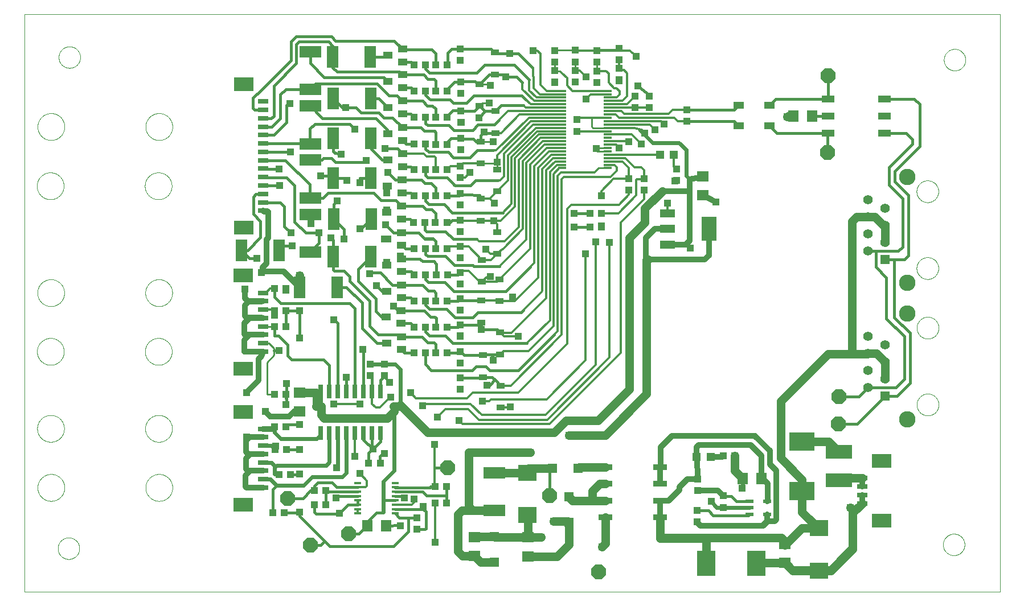
<source format=gtl>
G75*
%MOIN*%
%OFA0B0*%
%FSLAX25Y25*%
%IPPOS*%
%LPD*%
%AMOC8*
5,1,8,0,0,1.08239X$1,22.5*
%
%ADD10C,0.00000*%
%ADD11R,0.03937X0.04331*%
%ADD12R,0.05512X0.03937*%
%ADD13R,0.04803X0.03583*%
%ADD14R,0.07087X0.06299*%
%ADD15R,0.02600X0.08000*%
%ADD16R,0.06299X0.07087*%
%ADD17R,0.04331X0.03937*%
%ADD18R,0.04134X0.01772*%
%ADD19R,0.04921X0.01181*%
%ADD20R,0.07874X0.03543*%
%ADD21R,0.08800X0.04800*%
%ADD22R,0.08661X0.14173*%
%ADD23R,0.05512X0.05512*%
%ADD24R,0.12598X0.07087*%
%ADD25R,0.11024X0.09449*%
%ADD26R,0.04803X0.02441*%
%ADD27R,0.07087X0.12598*%
%ADD28R,0.07500X0.04000*%
%ADD29R,0.04724X0.04724*%
%ADD30R,0.06299X0.03150*%
%ADD31R,0.11811X0.08268*%
%ADD32R,0.05600X0.05600*%
%ADD33C,0.05600*%
%ADD34C,0.09600*%
%ADD35R,0.11024X0.14961*%
%ADD36R,0.14961X0.11024*%
%ADD37R,0.15354X0.07874*%
%ADD38R,0.05906X0.03937*%
%ADD39OC8,0.08500*%
%ADD40C,0.05000*%
%ADD41C,0.02400*%
%ADD42R,0.03962X0.03962*%
%ADD43C,0.03200*%
%ADD44C,0.01000*%
%ADD45C,0.01600*%
%ADD46C,0.01200*%
D10*
X0001000Y0001500D02*
X0001000Y0339661D01*
X0571901Y0339661D01*
X0571901Y0001500D01*
X0001000Y0001500D01*
X0020601Y0026800D02*
X0020603Y0026958D01*
X0020609Y0027116D01*
X0020619Y0027274D01*
X0020633Y0027432D01*
X0020651Y0027589D01*
X0020672Y0027746D01*
X0020698Y0027902D01*
X0020728Y0028058D01*
X0020761Y0028213D01*
X0020799Y0028366D01*
X0020840Y0028519D01*
X0020885Y0028671D01*
X0020934Y0028822D01*
X0020987Y0028971D01*
X0021043Y0029119D01*
X0021103Y0029265D01*
X0021167Y0029410D01*
X0021235Y0029553D01*
X0021306Y0029695D01*
X0021380Y0029835D01*
X0021458Y0029972D01*
X0021540Y0030108D01*
X0021624Y0030242D01*
X0021713Y0030373D01*
X0021804Y0030502D01*
X0021899Y0030629D01*
X0021996Y0030754D01*
X0022097Y0030876D01*
X0022201Y0030995D01*
X0022308Y0031112D01*
X0022418Y0031226D01*
X0022531Y0031337D01*
X0022646Y0031446D01*
X0022764Y0031551D01*
X0022885Y0031653D01*
X0023008Y0031753D01*
X0023134Y0031849D01*
X0023262Y0031942D01*
X0023392Y0032032D01*
X0023525Y0032118D01*
X0023660Y0032202D01*
X0023796Y0032281D01*
X0023935Y0032358D01*
X0024076Y0032430D01*
X0024218Y0032500D01*
X0024362Y0032565D01*
X0024508Y0032627D01*
X0024655Y0032685D01*
X0024804Y0032740D01*
X0024954Y0032791D01*
X0025105Y0032838D01*
X0025257Y0032881D01*
X0025410Y0032920D01*
X0025565Y0032956D01*
X0025720Y0032987D01*
X0025876Y0033015D01*
X0026032Y0033039D01*
X0026189Y0033059D01*
X0026347Y0033075D01*
X0026504Y0033087D01*
X0026663Y0033095D01*
X0026821Y0033099D01*
X0026979Y0033099D01*
X0027137Y0033095D01*
X0027296Y0033087D01*
X0027453Y0033075D01*
X0027611Y0033059D01*
X0027768Y0033039D01*
X0027924Y0033015D01*
X0028080Y0032987D01*
X0028235Y0032956D01*
X0028390Y0032920D01*
X0028543Y0032881D01*
X0028695Y0032838D01*
X0028846Y0032791D01*
X0028996Y0032740D01*
X0029145Y0032685D01*
X0029292Y0032627D01*
X0029438Y0032565D01*
X0029582Y0032500D01*
X0029724Y0032430D01*
X0029865Y0032358D01*
X0030004Y0032281D01*
X0030140Y0032202D01*
X0030275Y0032118D01*
X0030408Y0032032D01*
X0030538Y0031942D01*
X0030666Y0031849D01*
X0030792Y0031753D01*
X0030915Y0031653D01*
X0031036Y0031551D01*
X0031154Y0031446D01*
X0031269Y0031337D01*
X0031382Y0031226D01*
X0031492Y0031112D01*
X0031599Y0030995D01*
X0031703Y0030876D01*
X0031804Y0030754D01*
X0031901Y0030629D01*
X0031996Y0030502D01*
X0032087Y0030373D01*
X0032176Y0030242D01*
X0032260Y0030108D01*
X0032342Y0029972D01*
X0032420Y0029835D01*
X0032494Y0029695D01*
X0032565Y0029553D01*
X0032633Y0029410D01*
X0032697Y0029265D01*
X0032757Y0029119D01*
X0032813Y0028971D01*
X0032866Y0028822D01*
X0032915Y0028671D01*
X0032960Y0028519D01*
X0033001Y0028366D01*
X0033039Y0028213D01*
X0033072Y0028058D01*
X0033102Y0027902D01*
X0033128Y0027746D01*
X0033149Y0027589D01*
X0033167Y0027432D01*
X0033181Y0027274D01*
X0033191Y0027116D01*
X0033197Y0026958D01*
X0033199Y0026800D01*
X0033197Y0026642D01*
X0033191Y0026484D01*
X0033181Y0026326D01*
X0033167Y0026168D01*
X0033149Y0026011D01*
X0033128Y0025854D01*
X0033102Y0025698D01*
X0033072Y0025542D01*
X0033039Y0025387D01*
X0033001Y0025234D01*
X0032960Y0025081D01*
X0032915Y0024929D01*
X0032866Y0024778D01*
X0032813Y0024629D01*
X0032757Y0024481D01*
X0032697Y0024335D01*
X0032633Y0024190D01*
X0032565Y0024047D01*
X0032494Y0023905D01*
X0032420Y0023765D01*
X0032342Y0023628D01*
X0032260Y0023492D01*
X0032176Y0023358D01*
X0032087Y0023227D01*
X0031996Y0023098D01*
X0031901Y0022971D01*
X0031804Y0022846D01*
X0031703Y0022724D01*
X0031599Y0022605D01*
X0031492Y0022488D01*
X0031382Y0022374D01*
X0031269Y0022263D01*
X0031154Y0022154D01*
X0031036Y0022049D01*
X0030915Y0021947D01*
X0030792Y0021847D01*
X0030666Y0021751D01*
X0030538Y0021658D01*
X0030408Y0021568D01*
X0030275Y0021482D01*
X0030140Y0021398D01*
X0030004Y0021319D01*
X0029865Y0021242D01*
X0029724Y0021170D01*
X0029582Y0021100D01*
X0029438Y0021035D01*
X0029292Y0020973D01*
X0029145Y0020915D01*
X0028996Y0020860D01*
X0028846Y0020809D01*
X0028695Y0020762D01*
X0028543Y0020719D01*
X0028390Y0020680D01*
X0028235Y0020644D01*
X0028080Y0020613D01*
X0027924Y0020585D01*
X0027768Y0020561D01*
X0027611Y0020541D01*
X0027453Y0020525D01*
X0027296Y0020513D01*
X0027137Y0020505D01*
X0026979Y0020501D01*
X0026821Y0020501D01*
X0026663Y0020505D01*
X0026504Y0020513D01*
X0026347Y0020525D01*
X0026189Y0020541D01*
X0026032Y0020561D01*
X0025876Y0020585D01*
X0025720Y0020613D01*
X0025565Y0020644D01*
X0025410Y0020680D01*
X0025257Y0020719D01*
X0025105Y0020762D01*
X0024954Y0020809D01*
X0024804Y0020860D01*
X0024655Y0020915D01*
X0024508Y0020973D01*
X0024362Y0021035D01*
X0024218Y0021100D01*
X0024076Y0021170D01*
X0023935Y0021242D01*
X0023796Y0021319D01*
X0023660Y0021398D01*
X0023525Y0021482D01*
X0023392Y0021568D01*
X0023262Y0021658D01*
X0023134Y0021751D01*
X0023008Y0021847D01*
X0022885Y0021947D01*
X0022764Y0022049D01*
X0022646Y0022154D01*
X0022531Y0022263D01*
X0022418Y0022374D01*
X0022308Y0022488D01*
X0022201Y0022605D01*
X0022097Y0022724D01*
X0021996Y0022846D01*
X0021899Y0022971D01*
X0021804Y0023098D01*
X0021713Y0023227D01*
X0021624Y0023358D01*
X0021540Y0023492D01*
X0021458Y0023628D01*
X0021380Y0023765D01*
X0021306Y0023905D01*
X0021235Y0024047D01*
X0021167Y0024190D01*
X0021103Y0024335D01*
X0021043Y0024481D01*
X0020987Y0024629D01*
X0020934Y0024778D01*
X0020885Y0024929D01*
X0020840Y0025081D01*
X0020799Y0025234D01*
X0020761Y0025387D01*
X0020728Y0025542D01*
X0020698Y0025698D01*
X0020672Y0025854D01*
X0020651Y0026011D01*
X0020633Y0026168D01*
X0020619Y0026326D01*
X0020609Y0026484D01*
X0020603Y0026642D01*
X0020601Y0026800D01*
X0008726Y0062400D02*
X0008728Y0062593D01*
X0008735Y0062786D01*
X0008747Y0062979D01*
X0008764Y0063172D01*
X0008785Y0063364D01*
X0008811Y0063555D01*
X0008842Y0063746D01*
X0008877Y0063936D01*
X0008917Y0064125D01*
X0008962Y0064313D01*
X0009011Y0064500D01*
X0009065Y0064686D01*
X0009123Y0064870D01*
X0009186Y0065053D01*
X0009254Y0065234D01*
X0009325Y0065413D01*
X0009402Y0065591D01*
X0009482Y0065767D01*
X0009567Y0065940D01*
X0009656Y0066112D01*
X0009749Y0066281D01*
X0009846Y0066448D01*
X0009948Y0066613D01*
X0010053Y0066775D01*
X0010162Y0066934D01*
X0010276Y0067091D01*
X0010393Y0067244D01*
X0010513Y0067395D01*
X0010638Y0067543D01*
X0010766Y0067688D01*
X0010897Y0067829D01*
X0011032Y0067968D01*
X0011171Y0068103D01*
X0011312Y0068234D01*
X0011457Y0068362D01*
X0011605Y0068487D01*
X0011756Y0068607D01*
X0011909Y0068724D01*
X0012066Y0068838D01*
X0012225Y0068947D01*
X0012387Y0069052D01*
X0012552Y0069154D01*
X0012719Y0069251D01*
X0012888Y0069344D01*
X0013060Y0069433D01*
X0013233Y0069518D01*
X0013409Y0069598D01*
X0013587Y0069675D01*
X0013766Y0069746D01*
X0013947Y0069814D01*
X0014130Y0069877D01*
X0014314Y0069935D01*
X0014500Y0069989D01*
X0014687Y0070038D01*
X0014875Y0070083D01*
X0015064Y0070123D01*
X0015254Y0070158D01*
X0015445Y0070189D01*
X0015636Y0070215D01*
X0015828Y0070236D01*
X0016021Y0070253D01*
X0016214Y0070265D01*
X0016407Y0070272D01*
X0016600Y0070274D01*
X0016793Y0070272D01*
X0016986Y0070265D01*
X0017179Y0070253D01*
X0017372Y0070236D01*
X0017564Y0070215D01*
X0017755Y0070189D01*
X0017946Y0070158D01*
X0018136Y0070123D01*
X0018325Y0070083D01*
X0018513Y0070038D01*
X0018700Y0069989D01*
X0018886Y0069935D01*
X0019070Y0069877D01*
X0019253Y0069814D01*
X0019434Y0069746D01*
X0019613Y0069675D01*
X0019791Y0069598D01*
X0019967Y0069518D01*
X0020140Y0069433D01*
X0020312Y0069344D01*
X0020481Y0069251D01*
X0020648Y0069154D01*
X0020813Y0069052D01*
X0020975Y0068947D01*
X0021134Y0068838D01*
X0021291Y0068724D01*
X0021444Y0068607D01*
X0021595Y0068487D01*
X0021743Y0068362D01*
X0021888Y0068234D01*
X0022029Y0068103D01*
X0022168Y0067968D01*
X0022303Y0067829D01*
X0022434Y0067688D01*
X0022562Y0067543D01*
X0022687Y0067395D01*
X0022807Y0067244D01*
X0022924Y0067091D01*
X0023038Y0066934D01*
X0023147Y0066775D01*
X0023252Y0066613D01*
X0023354Y0066448D01*
X0023451Y0066281D01*
X0023544Y0066112D01*
X0023633Y0065940D01*
X0023718Y0065767D01*
X0023798Y0065591D01*
X0023875Y0065413D01*
X0023946Y0065234D01*
X0024014Y0065053D01*
X0024077Y0064870D01*
X0024135Y0064686D01*
X0024189Y0064500D01*
X0024238Y0064313D01*
X0024283Y0064125D01*
X0024323Y0063936D01*
X0024358Y0063746D01*
X0024389Y0063555D01*
X0024415Y0063364D01*
X0024436Y0063172D01*
X0024453Y0062979D01*
X0024465Y0062786D01*
X0024472Y0062593D01*
X0024474Y0062400D01*
X0024472Y0062207D01*
X0024465Y0062014D01*
X0024453Y0061821D01*
X0024436Y0061628D01*
X0024415Y0061436D01*
X0024389Y0061245D01*
X0024358Y0061054D01*
X0024323Y0060864D01*
X0024283Y0060675D01*
X0024238Y0060487D01*
X0024189Y0060300D01*
X0024135Y0060114D01*
X0024077Y0059930D01*
X0024014Y0059747D01*
X0023946Y0059566D01*
X0023875Y0059387D01*
X0023798Y0059209D01*
X0023718Y0059033D01*
X0023633Y0058860D01*
X0023544Y0058688D01*
X0023451Y0058519D01*
X0023354Y0058352D01*
X0023252Y0058187D01*
X0023147Y0058025D01*
X0023038Y0057866D01*
X0022924Y0057709D01*
X0022807Y0057556D01*
X0022687Y0057405D01*
X0022562Y0057257D01*
X0022434Y0057112D01*
X0022303Y0056971D01*
X0022168Y0056832D01*
X0022029Y0056697D01*
X0021888Y0056566D01*
X0021743Y0056438D01*
X0021595Y0056313D01*
X0021444Y0056193D01*
X0021291Y0056076D01*
X0021134Y0055962D01*
X0020975Y0055853D01*
X0020813Y0055748D01*
X0020648Y0055646D01*
X0020481Y0055549D01*
X0020312Y0055456D01*
X0020140Y0055367D01*
X0019967Y0055282D01*
X0019791Y0055202D01*
X0019613Y0055125D01*
X0019434Y0055054D01*
X0019253Y0054986D01*
X0019070Y0054923D01*
X0018886Y0054865D01*
X0018700Y0054811D01*
X0018513Y0054762D01*
X0018325Y0054717D01*
X0018136Y0054677D01*
X0017946Y0054642D01*
X0017755Y0054611D01*
X0017564Y0054585D01*
X0017372Y0054564D01*
X0017179Y0054547D01*
X0016986Y0054535D01*
X0016793Y0054528D01*
X0016600Y0054526D01*
X0016407Y0054528D01*
X0016214Y0054535D01*
X0016021Y0054547D01*
X0015828Y0054564D01*
X0015636Y0054585D01*
X0015445Y0054611D01*
X0015254Y0054642D01*
X0015064Y0054677D01*
X0014875Y0054717D01*
X0014687Y0054762D01*
X0014500Y0054811D01*
X0014314Y0054865D01*
X0014130Y0054923D01*
X0013947Y0054986D01*
X0013766Y0055054D01*
X0013587Y0055125D01*
X0013409Y0055202D01*
X0013233Y0055282D01*
X0013060Y0055367D01*
X0012888Y0055456D01*
X0012719Y0055549D01*
X0012552Y0055646D01*
X0012387Y0055748D01*
X0012225Y0055853D01*
X0012066Y0055962D01*
X0011909Y0056076D01*
X0011756Y0056193D01*
X0011605Y0056313D01*
X0011457Y0056438D01*
X0011312Y0056566D01*
X0011171Y0056697D01*
X0011032Y0056832D01*
X0010897Y0056971D01*
X0010766Y0057112D01*
X0010638Y0057257D01*
X0010513Y0057405D01*
X0010393Y0057556D01*
X0010276Y0057709D01*
X0010162Y0057866D01*
X0010053Y0058025D01*
X0009948Y0058187D01*
X0009846Y0058352D01*
X0009749Y0058519D01*
X0009656Y0058688D01*
X0009567Y0058860D01*
X0009482Y0059033D01*
X0009402Y0059209D01*
X0009325Y0059387D01*
X0009254Y0059566D01*
X0009186Y0059747D01*
X0009123Y0059930D01*
X0009065Y0060114D01*
X0009011Y0060300D01*
X0008962Y0060487D01*
X0008917Y0060675D01*
X0008877Y0060864D01*
X0008842Y0061054D01*
X0008811Y0061245D01*
X0008785Y0061436D01*
X0008764Y0061628D01*
X0008747Y0061821D01*
X0008735Y0062014D01*
X0008728Y0062207D01*
X0008726Y0062400D01*
X0008526Y0097000D02*
X0008528Y0097193D01*
X0008535Y0097386D01*
X0008547Y0097579D01*
X0008564Y0097772D01*
X0008585Y0097964D01*
X0008611Y0098155D01*
X0008642Y0098346D01*
X0008677Y0098536D01*
X0008717Y0098725D01*
X0008762Y0098913D01*
X0008811Y0099100D01*
X0008865Y0099286D01*
X0008923Y0099470D01*
X0008986Y0099653D01*
X0009054Y0099834D01*
X0009125Y0100013D01*
X0009202Y0100191D01*
X0009282Y0100367D01*
X0009367Y0100540D01*
X0009456Y0100712D01*
X0009549Y0100881D01*
X0009646Y0101048D01*
X0009748Y0101213D01*
X0009853Y0101375D01*
X0009962Y0101534D01*
X0010076Y0101691D01*
X0010193Y0101844D01*
X0010313Y0101995D01*
X0010438Y0102143D01*
X0010566Y0102288D01*
X0010697Y0102429D01*
X0010832Y0102568D01*
X0010971Y0102703D01*
X0011112Y0102834D01*
X0011257Y0102962D01*
X0011405Y0103087D01*
X0011556Y0103207D01*
X0011709Y0103324D01*
X0011866Y0103438D01*
X0012025Y0103547D01*
X0012187Y0103652D01*
X0012352Y0103754D01*
X0012519Y0103851D01*
X0012688Y0103944D01*
X0012860Y0104033D01*
X0013033Y0104118D01*
X0013209Y0104198D01*
X0013387Y0104275D01*
X0013566Y0104346D01*
X0013747Y0104414D01*
X0013930Y0104477D01*
X0014114Y0104535D01*
X0014300Y0104589D01*
X0014487Y0104638D01*
X0014675Y0104683D01*
X0014864Y0104723D01*
X0015054Y0104758D01*
X0015245Y0104789D01*
X0015436Y0104815D01*
X0015628Y0104836D01*
X0015821Y0104853D01*
X0016014Y0104865D01*
X0016207Y0104872D01*
X0016400Y0104874D01*
X0016593Y0104872D01*
X0016786Y0104865D01*
X0016979Y0104853D01*
X0017172Y0104836D01*
X0017364Y0104815D01*
X0017555Y0104789D01*
X0017746Y0104758D01*
X0017936Y0104723D01*
X0018125Y0104683D01*
X0018313Y0104638D01*
X0018500Y0104589D01*
X0018686Y0104535D01*
X0018870Y0104477D01*
X0019053Y0104414D01*
X0019234Y0104346D01*
X0019413Y0104275D01*
X0019591Y0104198D01*
X0019767Y0104118D01*
X0019940Y0104033D01*
X0020112Y0103944D01*
X0020281Y0103851D01*
X0020448Y0103754D01*
X0020613Y0103652D01*
X0020775Y0103547D01*
X0020934Y0103438D01*
X0021091Y0103324D01*
X0021244Y0103207D01*
X0021395Y0103087D01*
X0021543Y0102962D01*
X0021688Y0102834D01*
X0021829Y0102703D01*
X0021968Y0102568D01*
X0022103Y0102429D01*
X0022234Y0102288D01*
X0022362Y0102143D01*
X0022487Y0101995D01*
X0022607Y0101844D01*
X0022724Y0101691D01*
X0022838Y0101534D01*
X0022947Y0101375D01*
X0023052Y0101213D01*
X0023154Y0101048D01*
X0023251Y0100881D01*
X0023344Y0100712D01*
X0023433Y0100540D01*
X0023518Y0100367D01*
X0023598Y0100191D01*
X0023675Y0100013D01*
X0023746Y0099834D01*
X0023814Y0099653D01*
X0023877Y0099470D01*
X0023935Y0099286D01*
X0023989Y0099100D01*
X0024038Y0098913D01*
X0024083Y0098725D01*
X0024123Y0098536D01*
X0024158Y0098346D01*
X0024189Y0098155D01*
X0024215Y0097964D01*
X0024236Y0097772D01*
X0024253Y0097579D01*
X0024265Y0097386D01*
X0024272Y0097193D01*
X0024274Y0097000D01*
X0024272Y0096807D01*
X0024265Y0096614D01*
X0024253Y0096421D01*
X0024236Y0096228D01*
X0024215Y0096036D01*
X0024189Y0095845D01*
X0024158Y0095654D01*
X0024123Y0095464D01*
X0024083Y0095275D01*
X0024038Y0095087D01*
X0023989Y0094900D01*
X0023935Y0094714D01*
X0023877Y0094530D01*
X0023814Y0094347D01*
X0023746Y0094166D01*
X0023675Y0093987D01*
X0023598Y0093809D01*
X0023518Y0093633D01*
X0023433Y0093460D01*
X0023344Y0093288D01*
X0023251Y0093119D01*
X0023154Y0092952D01*
X0023052Y0092787D01*
X0022947Y0092625D01*
X0022838Y0092466D01*
X0022724Y0092309D01*
X0022607Y0092156D01*
X0022487Y0092005D01*
X0022362Y0091857D01*
X0022234Y0091712D01*
X0022103Y0091571D01*
X0021968Y0091432D01*
X0021829Y0091297D01*
X0021688Y0091166D01*
X0021543Y0091038D01*
X0021395Y0090913D01*
X0021244Y0090793D01*
X0021091Y0090676D01*
X0020934Y0090562D01*
X0020775Y0090453D01*
X0020613Y0090348D01*
X0020448Y0090246D01*
X0020281Y0090149D01*
X0020112Y0090056D01*
X0019940Y0089967D01*
X0019767Y0089882D01*
X0019591Y0089802D01*
X0019413Y0089725D01*
X0019234Y0089654D01*
X0019053Y0089586D01*
X0018870Y0089523D01*
X0018686Y0089465D01*
X0018500Y0089411D01*
X0018313Y0089362D01*
X0018125Y0089317D01*
X0017936Y0089277D01*
X0017746Y0089242D01*
X0017555Y0089211D01*
X0017364Y0089185D01*
X0017172Y0089164D01*
X0016979Y0089147D01*
X0016786Y0089135D01*
X0016593Y0089128D01*
X0016400Y0089126D01*
X0016207Y0089128D01*
X0016014Y0089135D01*
X0015821Y0089147D01*
X0015628Y0089164D01*
X0015436Y0089185D01*
X0015245Y0089211D01*
X0015054Y0089242D01*
X0014864Y0089277D01*
X0014675Y0089317D01*
X0014487Y0089362D01*
X0014300Y0089411D01*
X0014114Y0089465D01*
X0013930Y0089523D01*
X0013747Y0089586D01*
X0013566Y0089654D01*
X0013387Y0089725D01*
X0013209Y0089802D01*
X0013033Y0089882D01*
X0012860Y0089967D01*
X0012688Y0090056D01*
X0012519Y0090149D01*
X0012352Y0090246D01*
X0012187Y0090348D01*
X0012025Y0090453D01*
X0011866Y0090562D01*
X0011709Y0090676D01*
X0011556Y0090793D01*
X0011405Y0090913D01*
X0011257Y0091038D01*
X0011112Y0091166D01*
X0010971Y0091297D01*
X0010832Y0091432D01*
X0010697Y0091571D01*
X0010566Y0091712D01*
X0010438Y0091857D01*
X0010313Y0092005D01*
X0010193Y0092156D01*
X0010076Y0092309D01*
X0009962Y0092466D01*
X0009853Y0092625D01*
X0009748Y0092787D01*
X0009646Y0092952D01*
X0009549Y0093119D01*
X0009456Y0093288D01*
X0009367Y0093460D01*
X0009282Y0093633D01*
X0009202Y0093809D01*
X0009125Y0093987D01*
X0009054Y0094166D01*
X0008986Y0094347D01*
X0008923Y0094530D01*
X0008865Y0094714D01*
X0008811Y0094900D01*
X0008762Y0095087D01*
X0008717Y0095275D01*
X0008677Y0095464D01*
X0008642Y0095654D01*
X0008611Y0095845D01*
X0008585Y0096036D01*
X0008564Y0096228D01*
X0008547Y0096421D01*
X0008535Y0096614D01*
X0008528Y0096807D01*
X0008526Y0097000D01*
X0071726Y0097000D02*
X0071728Y0097193D01*
X0071735Y0097386D01*
X0071747Y0097579D01*
X0071764Y0097772D01*
X0071785Y0097964D01*
X0071811Y0098155D01*
X0071842Y0098346D01*
X0071877Y0098536D01*
X0071917Y0098725D01*
X0071962Y0098913D01*
X0072011Y0099100D01*
X0072065Y0099286D01*
X0072123Y0099470D01*
X0072186Y0099653D01*
X0072254Y0099834D01*
X0072325Y0100013D01*
X0072402Y0100191D01*
X0072482Y0100367D01*
X0072567Y0100540D01*
X0072656Y0100712D01*
X0072749Y0100881D01*
X0072846Y0101048D01*
X0072948Y0101213D01*
X0073053Y0101375D01*
X0073162Y0101534D01*
X0073276Y0101691D01*
X0073393Y0101844D01*
X0073513Y0101995D01*
X0073638Y0102143D01*
X0073766Y0102288D01*
X0073897Y0102429D01*
X0074032Y0102568D01*
X0074171Y0102703D01*
X0074312Y0102834D01*
X0074457Y0102962D01*
X0074605Y0103087D01*
X0074756Y0103207D01*
X0074909Y0103324D01*
X0075066Y0103438D01*
X0075225Y0103547D01*
X0075387Y0103652D01*
X0075552Y0103754D01*
X0075719Y0103851D01*
X0075888Y0103944D01*
X0076060Y0104033D01*
X0076233Y0104118D01*
X0076409Y0104198D01*
X0076587Y0104275D01*
X0076766Y0104346D01*
X0076947Y0104414D01*
X0077130Y0104477D01*
X0077314Y0104535D01*
X0077500Y0104589D01*
X0077687Y0104638D01*
X0077875Y0104683D01*
X0078064Y0104723D01*
X0078254Y0104758D01*
X0078445Y0104789D01*
X0078636Y0104815D01*
X0078828Y0104836D01*
X0079021Y0104853D01*
X0079214Y0104865D01*
X0079407Y0104872D01*
X0079600Y0104874D01*
X0079793Y0104872D01*
X0079986Y0104865D01*
X0080179Y0104853D01*
X0080372Y0104836D01*
X0080564Y0104815D01*
X0080755Y0104789D01*
X0080946Y0104758D01*
X0081136Y0104723D01*
X0081325Y0104683D01*
X0081513Y0104638D01*
X0081700Y0104589D01*
X0081886Y0104535D01*
X0082070Y0104477D01*
X0082253Y0104414D01*
X0082434Y0104346D01*
X0082613Y0104275D01*
X0082791Y0104198D01*
X0082967Y0104118D01*
X0083140Y0104033D01*
X0083312Y0103944D01*
X0083481Y0103851D01*
X0083648Y0103754D01*
X0083813Y0103652D01*
X0083975Y0103547D01*
X0084134Y0103438D01*
X0084291Y0103324D01*
X0084444Y0103207D01*
X0084595Y0103087D01*
X0084743Y0102962D01*
X0084888Y0102834D01*
X0085029Y0102703D01*
X0085168Y0102568D01*
X0085303Y0102429D01*
X0085434Y0102288D01*
X0085562Y0102143D01*
X0085687Y0101995D01*
X0085807Y0101844D01*
X0085924Y0101691D01*
X0086038Y0101534D01*
X0086147Y0101375D01*
X0086252Y0101213D01*
X0086354Y0101048D01*
X0086451Y0100881D01*
X0086544Y0100712D01*
X0086633Y0100540D01*
X0086718Y0100367D01*
X0086798Y0100191D01*
X0086875Y0100013D01*
X0086946Y0099834D01*
X0087014Y0099653D01*
X0087077Y0099470D01*
X0087135Y0099286D01*
X0087189Y0099100D01*
X0087238Y0098913D01*
X0087283Y0098725D01*
X0087323Y0098536D01*
X0087358Y0098346D01*
X0087389Y0098155D01*
X0087415Y0097964D01*
X0087436Y0097772D01*
X0087453Y0097579D01*
X0087465Y0097386D01*
X0087472Y0097193D01*
X0087474Y0097000D01*
X0087472Y0096807D01*
X0087465Y0096614D01*
X0087453Y0096421D01*
X0087436Y0096228D01*
X0087415Y0096036D01*
X0087389Y0095845D01*
X0087358Y0095654D01*
X0087323Y0095464D01*
X0087283Y0095275D01*
X0087238Y0095087D01*
X0087189Y0094900D01*
X0087135Y0094714D01*
X0087077Y0094530D01*
X0087014Y0094347D01*
X0086946Y0094166D01*
X0086875Y0093987D01*
X0086798Y0093809D01*
X0086718Y0093633D01*
X0086633Y0093460D01*
X0086544Y0093288D01*
X0086451Y0093119D01*
X0086354Y0092952D01*
X0086252Y0092787D01*
X0086147Y0092625D01*
X0086038Y0092466D01*
X0085924Y0092309D01*
X0085807Y0092156D01*
X0085687Y0092005D01*
X0085562Y0091857D01*
X0085434Y0091712D01*
X0085303Y0091571D01*
X0085168Y0091432D01*
X0085029Y0091297D01*
X0084888Y0091166D01*
X0084743Y0091038D01*
X0084595Y0090913D01*
X0084444Y0090793D01*
X0084291Y0090676D01*
X0084134Y0090562D01*
X0083975Y0090453D01*
X0083813Y0090348D01*
X0083648Y0090246D01*
X0083481Y0090149D01*
X0083312Y0090056D01*
X0083140Y0089967D01*
X0082967Y0089882D01*
X0082791Y0089802D01*
X0082613Y0089725D01*
X0082434Y0089654D01*
X0082253Y0089586D01*
X0082070Y0089523D01*
X0081886Y0089465D01*
X0081700Y0089411D01*
X0081513Y0089362D01*
X0081325Y0089317D01*
X0081136Y0089277D01*
X0080946Y0089242D01*
X0080755Y0089211D01*
X0080564Y0089185D01*
X0080372Y0089164D01*
X0080179Y0089147D01*
X0079986Y0089135D01*
X0079793Y0089128D01*
X0079600Y0089126D01*
X0079407Y0089128D01*
X0079214Y0089135D01*
X0079021Y0089147D01*
X0078828Y0089164D01*
X0078636Y0089185D01*
X0078445Y0089211D01*
X0078254Y0089242D01*
X0078064Y0089277D01*
X0077875Y0089317D01*
X0077687Y0089362D01*
X0077500Y0089411D01*
X0077314Y0089465D01*
X0077130Y0089523D01*
X0076947Y0089586D01*
X0076766Y0089654D01*
X0076587Y0089725D01*
X0076409Y0089802D01*
X0076233Y0089882D01*
X0076060Y0089967D01*
X0075888Y0090056D01*
X0075719Y0090149D01*
X0075552Y0090246D01*
X0075387Y0090348D01*
X0075225Y0090453D01*
X0075066Y0090562D01*
X0074909Y0090676D01*
X0074756Y0090793D01*
X0074605Y0090913D01*
X0074457Y0091038D01*
X0074312Y0091166D01*
X0074171Y0091297D01*
X0074032Y0091432D01*
X0073897Y0091571D01*
X0073766Y0091712D01*
X0073638Y0091857D01*
X0073513Y0092005D01*
X0073393Y0092156D01*
X0073276Y0092309D01*
X0073162Y0092466D01*
X0073053Y0092625D01*
X0072948Y0092787D01*
X0072846Y0092952D01*
X0072749Y0093119D01*
X0072656Y0093288D01*
X0072567Y0093460D01*
X0072482Y0093633D01*
X0072402Y0093809D01*
X0072325Y0093987D01*
X0072254Y0094166D01*
X0072186Y0094347D01*
X0072123Y0094530D01*
X0072065Y0094714D01*
X0072011Y0094900D01*
X0071962Y0095087D01*
X0071917Y0095275D01*
X0071877Y0095464D01*
X0071842Y0095654D01*
X0071811Y0095845D01*
X0071785Y0096036D01*
X0071764Y0096228D01*
X0071747Y0096421D01*
X0071735Y0096614D01*
X0071728Y0096807D01*
X0071726Y0097000D01*
X0071926Y0062400D02*
X0071928Y0062593D01*
X0071935Y0062786D01*
X0071947Y0062979D01*
X0071964Y0063172D01*
X0071985Y0063364D01*
X0072011Y0063555D01*
X0072042Y0063746D01*
X0072077Y0063936D01*
X0072117Y0064125D01*
X0072162Y0064313D01*
X0072211Y0064500D01*
X0072265Y0064686D01*
X0072323Y0064870D01*
X0072386Y0065053D01*
X0072454Y0065234D01*
X0072525Y0065413D01*
X0072602Y0065591D01*
X0072682Y0065767D01*
X0072767Y0065940D01*
X0072856Y0066112D01*
X0072949Y0066281D01*
X0073046Y0066448D01*
X0073148Y0066613D01*
X0073253Y0066775D01*
X0073362Y0066934D01*
X0073476Y0067091D01*
X0073593Y0067244D01*
X0073713Y0067395D01*
X0073838Y0067543D01*
X0073966Y0067688D01*
X0074097Y0067829D01*
X0074232Y0067968D01*
X0074371Y0068103D01*
X0074512Y0068234D01*
X0074657Y0068362D01*
X0074805Y0068487D01*
X0074956Y0068607D01*
X0075109Y0068724D01*
X0075266Y0068838D01*
X0075425Y0068947D01*
X0075587Y0069052D01*
X0075752Y0069154D01*
X0075919Y0069251D01*
X0076088Y0069344D01*
X0076260Y0069433D01*
X0076433Y0069518D01*
X0076609Y0069598D01*
X0076787Y0069675D01*
X0076966Y0069746D01*
X0077147Y0069814D01*
X0077330Y0069877D01*
X0077514Y0069935D01*
X0077700Y0069989D01*
X0077887Y0070038D01*
X0078075Y0070083D01*
X0078264Y0070123D01*
X0078454Y0070158D01*
X0078645Y0070189D01*
X0078836Y0070215D01*
X0079028Y0070236D01*
X0079221Y0070253D01*
X0079414Y0070265D01*
X0079607Y0070272D01*
X0079800Y0070274D01*
X0079993Y0070272D01*
X0080186Y0070265D01*
X0080379Y0070253D01*
X0080572Y0070236D01*
X0080764Y0070215D01*
X0080955Y0070189D01*
X0081146Y0070158D01*
X0081336Y0070123D01*
X0081525Y0070083D01*
X0081713Y0070038D01*
X0081900Y0069989D01*
X0082086Y0069935D01*
X0082270Y0069877D01*
X0082453Y0069814D01*
X0082634Y0069746D01*
X0082813Y0069675D01*
X0082991Y0069598D01*
X0083167Y0069518D01*
X0083340Y0069433D01*
X0083512Y0069344D01*
X0083681Y0069251D01*
X0083848Y0069154D01*
X0084013Y0069052D01*
X0084175Y0068947D01*
X0084334Y0068838D01*
X0084491Y0068724D01*
X0084644Y0068607D01*
X0084795Y0068487D01*
X0084943Y0068362D01*
X0085088Y0068234D01*
X0085229Y0068103D01*
X0085368Y0067968D01*
X0085503Y0067829D01*
X0085634Y0067688D01*
X0085762Y0067543D01*
X0085887Y0067395D01*
X0086007Y0067244D01*
X0086124Y0067091D01*
X0086238Y0066934D01*
X0086347Y0066775D01*
X0086452Y0066613D01*
X0086554Y0066448D01*
X0086651Y0066281D01*
X0086744Y0066112D01*
X0086833Y0065940D01*
X0086918Y0065767D01*
X0086998Y0065591D01*
X0087075Y0065413D01*
X0087146Y0065234D01*
X0087214Y0065053D01*
X0087277Y0064870D01*
X0087335Y0064686D01*
X0087389Y0064500D01*
X0087438Y0064313D01*
X0087483Y0064125D01*
X0087523Y0063936D01*
X0087558Y0063746D01*
X0087589Y0063555D01*
X0087615Y0063364D01*
X0087636Y0063172D01*
X0087653Y0062979D01*
X0087665Y0062786D01*
X0087672Y0062593D01*
X0087674Y0062400D01*
X0087672Y0062207D01*
X0087665Y0062014D01*
X0087653Y0061821D01*
X0087636Y0061628D01*
X0087615Y0061436D01*
X0087589Y0061245D01*
X0087558Y0061054D01*
X0087523Y0060864D01*
X0087483Y0060675D01*
X0087438Y0060487D01*
X0087389Y0060300D01*
X0087335Y0060114D01*
X0087277Y0059930D01*
X0087214Y0059747D01*
X0087146Y0059566D01*
X0087075Y0059387D01*
X0086998Y0059209D01*
X0086918Y0059033D01*
X0086833Y0058860D01*
X0086744Y0058688D01*
X0086651Y0058519D01*
X0086554Y0058352D01*
X0086452Y0058187D01*
X0086347Y0058025D01*
X0086238Y0057866D01*
X0086124Y0057709D01*
X0086007Y0057556D01*
X0085887Y0057405D01*
X0085762Y0057257D01*
X0085634Y0057112D01*
X0085503Y0056971D01*
X0085368Y0056832D01*
X0085229Y0056697D01*
X0085088Y0056566D01*
X0084943Y0056438D01*
X0084795Y0056313D01*
X0084644Y0056193D01*
X0084491Y0056076D01*
X0084334Y0055962D01*
X0084175Y0055853D01*
X0084013Y0055748D01*
X0083848Y0055646D01*
X0083681Y0055549D01*
X0083512Y0055456D01*
X0083340Y0055367D01*
X0083167Y0055282D01*
X0082991Y0055202D01*
X0082813Y0055125D01*
X0082634Y0055054D01*
X0082453Y0054986D01*
X0082270Y0054923D01*
X0082086Y0054865D01*
X0081900Y0054811D01*
X0081713Y0054762D01*
X0081525Y0054717D01*
X0081336Y0054677D01*
X0081146Y0054642D01*
X0080955Y0054611D01*
X0080764Y0054585D01*
X0080572Y0054564D01*
X0080379Y0054547D01*
X0080186Y0054535D01*
X0079993Y0054528D01*
X0079800Y0054526D01*
X0079607Y0054528D01*
X0079414Y0054535D01*
X0079221Y0054547D01*
X0079028Y0054564D01*
X0078836Y0054585D01*
X0078645Y0054611D01*
X0078454Y0054642D01*
X0078264Y0054677D01*
X0078075Y0054717D01*
X0077887Y0054762D01*
X0077700Y0054811D01*
X0077514Y0054865D01*
X0077330Y0054923D01*
X0077147Y0054986D01*
X0076966Y0055054D01*
X0076787Y0055125D01*
X0076609Y0055202D01*
X0076433Y0055282D01*
X0076260Y0055367D01*
X0076088Y0055456D01*
X0075919Y0055549D01*
X0075752Y0055646D01*
X0075587Y0055748D01*
X0075425Y0055853D01*
X0075266Y0055962D01*
X0075109Y0056076D01*
X0074956Y0056193D01*
X0074805Y0056313D01*
X0074657Y0056438D01*
X0074512Y0056566D01*
X0074371Y0056697D01*
X0074232Y0056832D01*
X0074097Y0056971D01*
X0073966Y0057112D01*
X0073838Y0057257D01*
X0073713Y0057405D01*
X0073593Y0057556D01*
X0073476Y0057709D01*
X0073362Y0057866D01*
X0073253Y0058025D01*
X0073148Y0058187D01*
X0073046Y0058352D01*
X0072949Y0058519D01*
X0072856Y0058688D01*
X0072767Y0058860D01*
X0072682Y0059033D01*
X0072602Y0059209D01*
X0072525Y0059387D01*
X0072454Y0059566D01*
X0072386Y0059747D01*
X0072323Y0059930D01*
X0072265Y0060114D01*
X0072211Y0060300D01*
X0072162Y0060487D01*
X0072117Y0060675D01*
X0072077Y0060864D01*
X0072042Y0061054D01*
X0072011Y0061245D01*
X0071985Y0061436D01*
X0071964Y0061628D01*
X0071947Y0061821D01*
X0071935Y0062014D01*
X0071928Y0062207D01*
X0071926Y0062400D01*
X0071626Y0142100D02*
X0071628Y0142293D01*
X0071635Y0142486D01*
X0071647Y0142679D01*
X0071664Y0142872D01*
X0071685Y0143064D01*
X0071711Y0143255D01*
X0071742Y0143446D01*
X0071777Y0143636D01*
X0071817Y0143825D01*
X0071862Y0144013D01*
X0071911Y0144200D01*
X0071965Y0144386D01*
X0072023Y0144570D01*
X0072086Y0144753D01*
X0072154Y0144934D01*
X0072225Y0145113D01*
X0072302Y0145291D01*
X0072382Y0145467D01*
X0072467Y0145640D01*
X0072556Y0145812D01*
X0072649Y0145981D01*
X0072746Y0146148D01*
X0072848Y0146313D01*
X0072953Y0146475D01*
X0073062Y0146634D01*
X0073176Y0146791D01*
X0073293Y0146944D01*
X0073413Y0147095D01*
X0073538Y0147243D01*
X0073666Y0147388D01*
X0073797Y0147529D01*
X0073932Y0147668D01*
X0074071Y0147803D01*
X0074212Y0147934D01*
X0074357Y0148062D01*
X0074505Y0148187D01*
X0074656Y0148307D01*
X0074809Y0148424D01*
X0074966Y0148538D01*
X0075125Y0148647D01*
X0075287Y0148752D01*
X0075452Y0148854D01*
X0075619Y0148951D01*
X0075788Y0149044D01*
X0075960Y0149133D01*
X0076133Y0149218D01*
X0076309Y0149298D01*
X0076487Y0149375D01*
X0076666Y0149446D01*
X0076847Y0149514D01*
X0077030Y0149577D01*
X0077214Y0149635D01*
X0077400Y0149689D01*
X0077587Y0149738D01*
X0077775Y0149783D01*
X0077964Y0149823D01*
X0078154Y0149858D01*
X0078345Y0149889D01*
X0078536Y0149915D01*
X0078728Y0149936D01*
X0078921Y0149953D01*
X0079114Y0149965D01*
X0079307Y0149972D01*
X0079500Y0149974D01*
X0079693Y0149972D01*
X0079886Y0149965D01*
X0080079Y0149953D01*
X0080272Y0149936D01*
X0080464Y0149915D01*
X0080655Y0149889D01*
X0080846Y0149858D01*
X0081036Y0149823D01*
X0081225Y0149783D01*
X0081413Y0149738D01*
X0081600Y0149689D01*
X0081786Y0149635D01*
X0081970Y0149577D01*
X0082153Y0149514D01*
X0082334Y0149446D01*
X0082513Y0149375D01*
X0082691Y0149298D01*
X0082867Y0149218D01*
X0083040Y0149133D01*
X0083212Y0149044D01*
X0083381Y0148951D01*
X0083548Y0148854D01*
X0083713Y0148752D01*
X0083875Y0148647D01*
X0084034Y0148538D01*
X0084191Y0148424D01*
X0084344Y0148307D01*
X0084495Y0148187D01*
X0084643Y0148062D01*
X0084788Y0147934D01*
X0084929Y0147803D01*
X0085068Y0147668D01*
X0085203Y0147529D01*
X0085334Y0147388D01*
X0085462Y0147243D01*
X0085587Y0147095D01*
X0085707Y0146944D01*
X0085824Y0146791D01*
X0085938Y0146634D01*
X0086047Y0146475D01*
X0086152Y0146313D01*
X0086254Y0146148D01*
X0086351Y0145981D01*
X0086444Y0145812D01*
X0086533Y0145640D01*
X0086618Y0145467D01*
X0086698Y0145291D01*
X0086775Y0145113D01*
X0086846Y0144934D01*
X0086914Y0144753D01*
X0086977Y0144570D01*
X0087035Y0144386D01*
X0087089Y0144200D01*
X0087138Y0144013D01*
X0087183Y0143825D01*
X0087223Y0143636D01*
X0087258Y0143446D01*
X0087289Y0143255D01*
X0087315Y0143064D01*
X0087336Y0142872D01*
X0087353Y0142679D01*
X0087365Y0142486D01*
X0087372Y0142293D01*
X0087374Y0142100D01*
X0087372Y0141907D01*
X0087365Y0141714D01*
X0087353Y0141521D01*
X0087336Y0141328D01*
X0087315Y0141136D01*
X0087289Y0140945D01*
X0087258Y0140754D01*
X0087223Y0140564D01*
X0087183Y0140375D01*
X0087138Y0140187D01*
X0087089Y0140000D01*
X0087035Y0139814D01*
X0086977Y0139630D01*
X0086914Y0139447D01*
X0086846Y0139266D01*
X0086775Y0139087D01*
X0086698Y0138909D01*
X0086618Y0138733D01*
X0086533Y0138560D01*
X0086444Y0138388D01*
X0086351Y0138219D01*
X0086254Y0138052D01*
X0086152Y0137887D01*
X0086047Y0137725D01*
X0085938Y0137566D01*
X0085824Y0137409D01*
X0085707Y0137256D01*
X0085587Y0137105D01*
X0085462Y0136957D01*
X0085334Y0136812D01*
X0085203Y0136671D01*
X0085068Y0136532D01*
X0084929Y0136397D01*
X0084788Y0136266D01*
X0084643Y0136138D01*
X0084495Y0136013D01*
X0084344Y0135893D01*
X0084191Y0135776D01*
X0084034Y0135662D01*
X0083875Y0135553D01*
X0083713Y0135448D01*
X0083548Y0135346D01*
X0083381Y0135249D01*
X0083212Y0135156D01*
X0083040Y0135067D01*
X0082867Y0134982D01*
X0082691Y0134902D01*
X0082513Y0134825D01*
X0082334Y0134754D01*
X0082153Y0134686D01*
X0081970Y0134623D01*
X0081786Y0134565D01*
X0081600Y0134511D01*
X0081413Y0134462D01*
X0081225Y0134417D01*
X0081036Y0134377D01*
X0080846Y0134342D01*
X0080655Y0134311D01*
X0080464Y0134285D01*
X0080272Y0134264D01*
X0080079Y0134247D01*
X0079886Y0134235D01*
X0079693Y0134228D01*
X0079500Y0134226D01*
X0079307Y0134228D01*
X0079114Y0134235D01*
X0078921Y0134247D01*
X0078728Y0134264D01*
X0078536Y0134285D01*
X0078345Y0134311D01*
X0078154Y0134342D01*
X0077964Y0134377D01*
X0077775Y0134417D01*
X0077587Y0134462D01*
X0077400Y0134511D01*
X0077214Y0134565D01*
X0077030Y0134623D01*
X0076847Y0134686D01*
X0076666Y0134754D01*
X0076487Y0134825D01*
X0076309Y0134902D01*
X0076133Y0134982D01*
X0075960Y0135067D01*
X0075788Y0135156D01*
X0075619Y0135249D01*
X0075452Y0135346D01*
X0075287Y0135448D01*
X0075125Y0135553D01*
X0074966Y0135662D01*
X0074809Y0135776D01*
X0074656Y0135893D01*
X0074505Y0136013D01*
X0074357Y0136138D01*
X0074212Y0136266D01*
X0074071Y0136397D01*
X0073932Y0136532D01*
X0073797Y0136671D01*
X0073666Y0136812D01*
X0073538Y0136957D01*
X0073413Y0137105D01*
X0073293Y0137256D01*
X0073176Y0137409D01*
X0073062Y0137566D01*
X0072953Y0137725D01*
X0072848Y0137887D01*
X0072746Y0138052D01*
X0072649Y0138219D01*
X0072556Y0138388D01*
X0072467Y0138560D01*
X0072382Y0138733D01*
X0072302Y0138909D01*
X0072225Y0139087D01*
X0072154Y0139266D01*
X0072086Y0139447D01*
X0072023Y0139630D01*
X0071965Y0139814D01*
X0071911Y0140000D01*
X0071862Y0140187D01*
X0071817Y0140375D01*
X0071777Y0140564D01*
X0071742Y0140754D01*
X0071711Y0140945D01*
X0071685Y0141136D01*
X0071664Y0141328D01*
X0071647Y0141521D01*
X0071635Y0141714D01*
X0071628Y0141907D01*
X0071626Y0142100D01*
X0071826Y0176500D02*
X0071828Y0176693D01*
X0071835Y0176886D01*
X0071847Y0177079D01*
X0071864Y0177272D01*
X0071885Y0177464D01*
X0071911Y0177655D01*
X0071942Y0177846D01*
X0071977Y0178036D01*
X0072017Y0178225D01*
X0072062Y0178413D01*
X0072111Y0178600D01*
X0072165Y0178786D01*
X0072223Y0178970D01*
X0072286Y0179153D01*
X0072354Y0179334D01*
X0072425Y0179513D01*
X0072502Y0179691D01*
X0072582Y0179867D01*
X0072667Y0180040D01*
X0072756Y0180212D01*
X0072849Y0180381D01*
X0072946Y0180548D01*
X0073048Y0180713D01*
X0073153Y0180875D01*
X0073262Y0181034D01*
X0073376Y0181191D01*
X0073493Y0181344D01*
X0073613Y0181495D01*
X0073738Y0181643D01*
X0073866Y0181788D01*
X0073997Y0181929D01*
X0074132Y0182068D01*
X0074271Y0182203D01*
X0074412Y0182334D01*
X0074557Y0182462D01*
X0074705Y0182587D01*
X0074856Y0182707D01*
X0075009Y0182824D01*
X0075166Y0182938D01*
X0075325Y0183047D01*
X0075487Y0183152D01*
X0075652Y0183254D01*
X0075819Y0183351D01*
X0075988Y0183444D01*
X0076160Y0183533D01*
X0076333Y0183618D01*
X0076509Y0183698D01*
X0076687Y0183775D01*
X0076866Y0183846D01*
X0077047Y0183914D01*
X0077230Y0183977D01*
X0077414Y0184035D01*
X0077600Y0184089D01*
X0077787Y0184138D01*
X0077975Y0184183D01*
X0078164Y0184223D01*
X0078354Y0184258D01*
X0078545Y0184289D01*
X0078736Y0184315D01*
X0078928Y0184336D01*
X0079121Y0184353D01*
X0079314Y0184365D01*
X0079507Y0184372D01*
X0079700Y0184374D01*
X0079893Y0184372D01*
X0080086Y0184365D01*
X0080279Y0184353D01*
X0080472Y0184336D01*
X0080664Y0184315D01*
X0080855Y0184289D01*
X0081046Y0184258D01*
X0081236Y0184223D01*
X0081425Y0184183D01*
X0081613Y0184138D01*
X0081800Y0184089D01*
X0081986Y0184035D01*
X0082170Y0183977D01*
X0082353Y0183914D01*
X0082534Y0183846D01*
X0082713Y0183775D01*
X0082891Y0183698D01*
X0083067Y0183618D01*
X0083240Y0183533D01*
X0083412Y0183444D01*
X0083581Y0183351D01*
X0083748Y0183254D01*
X0083913Y0183152D01*
X0084075Y0183047D01*
X0084234Y0182938D01*
X0084391Y0182824D01*
X0084544Y0182707D01*
X0084695Y0182587D01*
X0084843Y0182462D01*
X0084988Y0182334D01*
X0085129Y0182203D01*
X0085268Y0182068D01*
X0085403Y0181929D01*
X0085534Y0181788D01*
X0085662Y0181643D01*
X0085787Y0181495D01*
X0085907Y0181344D01*
X0086024Y0181191D01*
X0086138Y0181034D01*
X0086247Y0180875D01*
X0086352Y0180713D01*
X0086454Y0180548D01*
X0086551Y0180381D01*
X0086644Y0180212D01*
X0086733Y0180040D01*
X0086818Y0179867D01*
X0086898Y0179691D01*
X0086975Y0179513D01*
X0087046Y0179334D01*
X0087114Y0179153D01*
X0087177Y0178970D01*
X0087235Y0178786D01*
X0087289Y0178600D01*
X0087338Y0178413D01*
X0087383Y0178225D01*
X0087423Y0178036D01*
X0087458Y0177846D01*
X0087489Y0177655D01*
X0087515Y0177464D01*
X0087536Y0177272D01*
X0087553Y0177079D01*
X0087565Y0176886D01*
X0087572Y0176693D01*
X0087574Y0176500D01*
X0087572Y0176307D01*
X0087565Y0176114D01*
X0087553Y0175921D01*
X0087536Y0175728D01*
X0087515Y0175536D01*
X0087489Y0175345D01*
X0087458Y0175154D01*
X0087423Y0174964D01*
X0087383Y0174775D01*
X0087338Y0174587D01*
X0087289Y0174400D01*
X0087235Y0174214D01*
X0087177Y0174030D01*
X0087114Y0173847D01*
X0087046Y0173666D01*
X0086975Y0173487D01*
X0086898Y0173309D01*
X0086818Y0173133D01*
X0086733Y0172960D01*
X0086644Y0172788D01*
X0086551Y0172619D01*
X0086454Y0172452D01*
X0086352Y0172287D01*
X0086247Y0172125D01*
X0086138Y0171966D01*
X0086024Y0171809D01*
X0085907Y0171656D01*
X0085787Y0171505D01*
X0085662Y0171357D01*
X0085534Y0171212D01*
X0085403Y0171071D01*
X0085268Y0170932D01*
X0085129Y0170797D01*
X0084988Y0170666D01*
X0084843Y0170538D01*
X0084695Y0170413D01*
X0084544Y0170293D01*
X0084391Y0170176D01*
X0084234Y0170062D01*
X0084075Y0169953D01*
X0083913Y0169848D01*
X0083748Y0169746D01*
X0083581Y0169649D01*
X0083412Y0169556D01*
X0083240Y0169467D01*
X0083067Y0169382D01*
X0082891Y0169302D01*
X0082713Y0169225D01*
X0082534Y0169154D01*
X0082353Y0169086D01*
X0082170Y0169023D01*
X0081986Y0168965D01*
X0081800Y0168911D01*
X0081613Y0168862D01*
X0081425Y0168817D01*
X0081236Y0168777D01*
X0081046Y0168742D01*
X0080855Y0168711D01*
X0080664Y0168685D01*
X0080472Y0168664D01*
X0080279Y0168647D01*
X0080086Y0168635D01*
X0079893Y0168628D01*
X0079700Y0168626D01*
X0079507Y0168628D01*
X0079314Y0168635D01*
X0079121Y0168647D01*
X0078928Y0168664D01*
X0078736Y0168685D01*
X0078545Y0168711D01*
X0078354Y0168742D01*
X0078164Y0168777D01*
X0077975Y0168817D01*
X0077787Y0168862D01*
X0077600Y0168911D01*
X0077414Y0168965D01*
X0077230Y0169023D01*
X0077047Y0169086D01*
X0076866Y0169154D01*
X0076687Y0169225D01*
X0076509Y0169302D01*
X0076333Y0169382D01*
X0076160Y0169467D01*
X0075988Y0169556D01*
X0075819Y0169649D01*
X0075652Y0169746D01*
X0075487Y0169848D01*
X0075325Y0169953D01*
X0075166Y0170062D01*
X0075009Y0170176D01*
X0074856Y0170293D01*
X0074705Y0170413D01*
X0074557Y0170538D01*
X0074412Y0170666D01*
X0074271Y0170797D01*
X0074132Y0170932D01*
X0073997Y0171071D01*
X0073866Y0171212D01*
X0073738Y0171357D01*
X0073613Y0171505D01*
X0073493Y0171656D01*
X0073376Y0171809D01*
X0073262Y0171966D01*
X0073153Y0172125D01*
X0073048Y0172287D01*
X0072946Y0172452D01*
X0072849Y0172619D01*
X0072756Y0172788D01*
X0072667Y0172960D01*
X0072582Y0173133D01*
X0072502Y0173309D01*
X0072425Y0173487D01*
X0072354Y0173666D01*
X0072286Y0173847D01*
X0072223Y0174030D01*
X0072165Y0174214D01*
X0072111Y0174400D01*
X0072062Y0174587D01*
X0072017Y0174775D01*
X0071977Y0174964D01*
X0071942Y0175154D01*
X0071911Y0175345D01*
X0071885Y0175536D01*
X0071864Y0175728D01*
X0071847Y0175921D01*
X0071835Y0176114D01*
X0071828Y0176307D01*
X0071826Y0176500D01*
X0008626Y0176500D02*
X0008628Y0176693D01*
X0008635Y0176886D01*
X0008647Y0177079D01*
X0008664Y0177272D01*
X0008685Y0177464D01*
X0008711Y0177655D01*
X0008742Y0177846D01*
X0008777Y0178036D01*
X0008817Y0178225D01*
X0008862Y0178413D01*
X0008911Y0178600D01*
X0008965Y0178786D01*
X0009023Y0178970D01*
X0009086Y0179153D01*
X0009154Y0179334D01*
X0009225Y0179513D01*
X0009302Y0179691D01*
X0009382Y0179867D01*
X0009467Y0180040D01*
X0009556Y0180212D01*
X0009649Y0180381D01*
X0009746Y0180548D01*
X0009848Y0180713D01*
X0009953Y0180875D01*
X0010062Y0181034D01*
X0010176Y0181191D01*
X0010293Y0181344D01*
X0010413Y0181495D01*
X0010538Y0181643D01*
X0010666Y0181788D01*
X0010797Y0181929D01*
X0010932Y0182068D01*
X0011071Y0182203D01*
X0011212Y0182334D01*
X0011357Y0182462D01*
X0011505Y0182587D01*
X0011656Y0182707D01*
X0011809Y0182824D01*
X0011966Y0182938D01*
X0012125Y0183047D01*
X0012287Y0183152D01*
X0012452Y0183254D01*
X0012619Y0183351D01*
X0012788Y0183444D01*
X0012960Y0183533D01*
X0013133Y0183618D01*
X0013309Y0183698D01*
X0013487Y0183775D01*
X0013666Y0183846D01*
X0013847Y0183914D01*
X0014030Y0183977D01*
X0014214Y0184035D01*
X0014400Y0184089D01*
X0014587Y0184138D01*
X0014775Y0184183D01*
X0014964Y0184223D01*
X0015154Y0184258D01*
X0015345Y0184289D01*
X0015536Y0184315D01*
X0015728Y0184336D01*
X0015921Y0184353D01*
X0016114Y0184365D01*
X0016307Y0184372D01*
X0016500Y0184374D01*
X0016693Y0184372D01*
X0016886Y0184365D01*
X0017079Y0184353D01*
X0017272Y0184336D01*
X0017464Y0184315D01*
X0017655Y0184289D01*
X0017846Y0184258D01*
X0018036Y0184223D01*
X0018225Y0184183D01*
X0018413Y0184138D01*
X0018600Y0184089D01*
X0018786Y0184035D01*
X0018970Y0183977D01*
X0019153Y0183914D01*
X0019334Y0183846D01*
X0019513Y0183775D01*
X0019691Y0183698D01*
X0019867Y0183618D01*
X0020040Y0183533D01*
X0020212Y0183444D01*
X0020381Y0183351D01*
X0020548Y0183254D01*
X0020713Y0183152D01*
X0020875Y0183047D01*
X0021034Y0182938D01*
X0021191Y0182824D01*
X0021344Y0182707D01*
X0021495Y0182587D01*
X0021643Y0182462D01*
X0021788Y0182334D01*
X0021929Y0182203D01*
X0022068Y0182068D01*
X0022203Y0181929D01*
X0022334Y0181788D01*
X0022462Y0181643D01*
X0022587Y0181495D01*
X0022707Y0181344D01*
X0022824Y0181191D01*
X0022938Y0181034D01*
X0023047Y0180875D01*
X0023152Y0180713D01*
X0023254Y0180548D01*
X0023351Y0180381D01*
X0023444Y0180212D01*
X0023533Y0180040D01*
X0023618Y0179867D01*
X0023698Y0179691D01*
X0023775Y0179513D01*
X0023846Y0179334D01*
X0023914Y0179153D01*
X0023977Y0178970D01*
X0024035Y0178786D01*
X0024089Y0178600D01*
X0024138Y0178413D01*
X0024183Y0178225D01*
X0024223Y0178036D01*
X0024258Y0177846D01*
X0024289Y0177655D01*
X0024315Y0177464D01*
X0024336Y0177272D01*
X0024353Y0177079D01*
X0024365Y0176886D01*
X0024372Y0176693D01*
X0024374Y0176500D01*
X0024372Y0176307D01*
X0024365Y0176114D01*
X0024353Y0175921D01*
X0024336Y0175728D01*
X0024315Y0175536D01*
X0024289Y0175345D01*
X0024258Y0175154D01*
X0024223Y0174964D01*
X0024183Y0174775D01*
X0024138Y0174587D01*
X0024089Y0174400D01*
X0024035Y0174214D01*
X0023977Y0174030D01*
X0023914Y0173847D01*
X0023846Y0173666D01*
X0023775Y0173487D01*
X0023698Y0173309D01*
X0023618Y0173133D01*
X0023533Y0172960D01*
X0023444Y0172788D01*
X0023351Y0172619D01*
X0023254Y0172452D01*
X0023152Y0172287D01*
X0023047Y0172125D01*
X0022938Y0171966D01*
X0022824Y0171809D01*
X0022707Y0171656D01*
X0022587Y0171505D01*
X0022462Y0171357D01*
X0022334Y0171212D01*
X0022203Y0171071D01*
X0022068Y0170932D01*
X0021929Y0170797D01*
X0021788Y0170666D01*
X0021643Y0170538D01*
X0021495Y0170413D01*
X0021344Y0170293D01*
X0021191Y0170176D01*
X0021034Y0170062D01*
X0020875Y0169953D01*
X0020713Y0169848D01*
X0020548Y0169746D01*
X0020381Y0169649D01*
X0020212Y0169556D01*
X0020040Y0169467D01*
X0019867Y0169382D01*
X0019691Y0169302D01*
X0019513Y0169225D01*
X0019334Y0169154D01*
X0019153Y0169086D01*
X0018970Y0169023D01*
X0018786Y0168965D01*
X0018600Y0168911D01*
X0018413Y0168862D01*
X0018225Y0168817D01*
X0018036Y0168777D01*
X0017846Y0168742D01*
X0017655Y0168711D01*
X0017464Y0168685D01*
X0017272Y0168664D01*
X0017079Y0168647D01*
X0016886Y0168635D01*
X0016693Y0168628D01*
X0016500Y0168626D01*
X0016307Y0168628D01*
X0016114Y0168635D01*
X0015921Y0168647D01*
X0015728Y0168664D01*
X0015536Y0168685D01*
X0015345Y0168711D01*
X0015154Y0168742D01*
X0014964Y0168777D01*
X0014775Y0168817D01*
X0014587Y0168862D01*
X0014400Y0168911D01*
X0014214Y0168965D01*
X0014030Y0169023D01*
X0013847Y0169086D01*
X0013666Y0169154D01*
X0013487Y0169225D01*
X0013309Y0169302D01*
X0013133Y0169382D01*
X0012960Y0169467D01*
X0012788Y0169556D01*
X0012619Y0169649D01*
X0012452Y0169746D01*
X0012287Y0169848D01*
X0012125Y0169953D01*
X0011966Y0170062D01*
X0011809Y0170176D01*
X0011656Y0170293D01*
X0011505Y0170413D01*
X0011357Y0170538D01*
X0011212Y0170666D01*
X0011071Y0170797D01*
X0010932Y0170932D01*
X0010797Y0171071D01*
X0010666Y0171212D01*
X0010538Y0171357D01*
X0010413Y0171505D01*
X0010293Y0171656D01*
X0010176Y0171809D01*
X0010062Y0171966D01*
X0009953Y0172125D01*
X0009848Y0172287D01*
X0009746Y0172452D01*
X0009649Y0172619D01*
X0009556Y0172788D01*
X0009467Y0172960D01*
X0009382Y0173133D01*
X0009302Y0173309D01*
X0009225Y0173487D01*
X0009154Y0173666D01*
X0009086Y0173847D01*
X0009023Y0174030D01*
X0008965Y0174214D01*
X0008911Y0174400D01*
X0008862Y0174587D01*
X0008817Y0174775D01*
X0008777Y0174964D01*
X0008742Y0175154D01*
X0008711Y0175345D01*
X0008685Y0175536D01*
X0008664Y0175728D01*
X0008647Y0175921D01*
X0008635Y0176114D01*
X0008628Y0176307D01*
X0008626Y0176500D01*
X0008426Y0142100D02*
X0008428Y0142293D01*
X0008435Y0142486D01*
X0008447Y0142679D01*
X0008464Y0142872D01*
X0008485Y0143064D01*
X0008511Y0143255D01*
X0008542Y0143446D01*
X0008577Y0143636D01*
X0008617Y0143825D01*
X0008662Y0144013D01*
X0008711Y0144200D01*
X0008765Y0144386D01*
X0008823Y0144570D01*
X0008886Y0144753D01*
X0008954Y0144934D01*
X0009025Y0145113D01*
X0009102Y0145291D01*
X0009182Y0145467D01*
X0009267Y0145640D01*
X0009356Y0145812D01*
X0009449Y0145981D01*
X0009546Y0146148D01*
X0009648Y0146313D01*
X0009753Y0146475D01*
X0009862Y0146634D01*
X0009976Y0146791D01*
X0010093Y0146944D01*
X0010213Y0147095D01*
X0010338Y0147243D01*
X0010466Y0147388D01*
X0010597Y0147529D01*
X0010732Y0147668D01*
X0010871Y0147803D01*
X0011012Y0147934D01*
X0011157Y0148062D01*
X0011305Y0148187D01*
X0011456Y0148307D01*
X0011609Y0148424D01*
X0011766Y0148538D01*
X0011925Y0148647D01*
X0012087Y0148752D01*
X0012252Y0148854D01*
X0012419Y0148951D01*
X0012588Y0149044D01*
X0012760Y0149133D01*
X0012933Y0149218D01*
X0013109Y0149298D01*
X0013287Y0149375D01*
X0013466Y0149446D01*
X0013647Y0149514D01*
X0013830Y0149577D01*
X0014014Y0149635D01*
X0014200Y0149689D01*
X0014387Y0149738D01*
X0014575Y0149783D01*
X0014764Y0149823D01*
X0014954Y0149858D01*
X0015145Y0149889D01*
X0015336Y0149915D01*
X0015528Y0149936D01*
X0015721Y0149953D01*
X0015914Y0149965D01*
X0016107Y0149972D01*
X0016300Y0149974D01*
X0016493Y0149972D01*
X0016686Y0149965D01*
X0016879Y0149953D01*
X0017072Y0149936D01*
X0017264Y0149915D01*
X0017455Y0149889D01*
X0017646Y0149858D01*
X0017836Y0149823D01*
X0018025Y0149783D01*
X0018213Y0149738D01*
X0018400Y0149689D01*
X0018586Y0149635D01*
X0018770Y0149577D01*
X0018953Y0149514D01*
X0019134Y0149446D01*
X0019313Y0149375D01*
X0019491Y0149298D01*
X0019667Y0149218D01*
X0019840Y0149133D01*
X0020012Y0149044D01*
X0020181Y0148951D01*
X0020348Y0148854D01*
X0020513Y0148752D01*
X0020675Y0148647D01*
X0020834Y0148538D01*
X0020991Y0148424D01*
X0021144Y0148307D01*
X0021295Y0148187D01*
X0021443Y0148062D01*
X0021588Y0147934D01*
X0021729Y0147803D01*
X0021868Y0147668D01*
X0022003Y0147529D01*
X0022134Y0147388D01*
X0022262Y0147243D01*
X0022387Y0147095D01*
X0022507Y0146944D01*
X0022624Y0146791D01*
X0022738Y0146634D01*
X0022847Y0146475D01*
X0022952Y0146313D01*
X0023054Y0146148D01*
X0023151Y0145981D01*
X0023244Y0145812D01*
X0023333Y0145640D01*
X0023418Y0145467D01*
X0023498Y0145291D01*
X0023575Y0145113D01*
X0023646Y0144934D01*
X0023714Y0144753D01*
X0023777Y0144570D01*
X0023835Y0144386D01*
X0023889Y0144200D01*
X0023938Y0144013D01*
X0023983Y0143825D01*
X0024023Y0143636D01*
X0024058Y0143446D01*
X0024089Y0143255D01*
X0024115Y0143064D01*
X0024136Y0142872D01*
X0024153Y0142679D01*
X0024165Y0142486D01*
X0024172Y0142293D01*
X0024174Y0142100D01*
X0024172Y0141907D01*
X0024165Y0141714D01*
X0024153Y0141521D01*
X0024136Y0141328D01*
X0024115Y0141136D01*
X0024089Y0140945D01*
X0024058Y0140754D01*
X0024023Y0140564D01*
X0023983Y0140375D01*
X0023938Y0140187D01*
X0023889Y0140000D01*
X0023835Y0139814D01*
X0023777Y0139630D01*
X0023714Y0139447D01*
X0023646Y0139266D01*
X0023575Y0139087D01*
X0023498Y0138909D01*
X0023418Y0138733D01*
X0023333Y0138560D01*
X0023244Y0138388D01*
X0023151Y0138219D01*
X0023054Y0138052D01*
X0022952Y0137887D01*
X0022847Y0137725D01*
X0022738Y0137566D01*
X0022624Y0137409D01*
X0022507Y0137256D01*
X0022387Y0137105D01*
X0022262Y0136957D01*
X0022134Y0136812D01*
X0022003Y0136671D01*
X0021868Y0136532D01*
X0021729Y0136397D01*
X0021588Y0136266D01*
X0021443Y0136138D01*
X0021295Y0136013D01*
X0021144Y0135893D01*
X0020991Y0135776D01*
X0020834Y0135662D01*
X0020675Y0135553D01*
X0020513Y0135448D01*
X0020348Y0135346D01*
X0020181Y0135249D01*
X0020012Y0135156D01*
X0019840Y0135067D01*
X0019667Y0134982D01*
X0019491Y0134902D01*
X0019313Y0134825D01*
X0019134Y0134754D01*
X0018953Y0134686D01*
X0018770Y0134623D01*
X0018586Y0134565D01*
X0018400Y0134511D01*
X0018213Y0134462D01*
X0018025Y0134417D01*
X0017836Y0134377D01*
X0017646Y0134342D01*
X0017455Y0134311D01*
X0017264Y0134285D01*
X0017072Y0134264D01*
X0016879Y0134247D01*
X0016686Y0134235D01*
X0016493Y0134228D01*
X0016300Y0134226D01*
X0016107Y0134228D01*
X0015914Y0134235D01*
X0015721Y0134247D01*
X0015528Y0134264D01*
X0015336Y0134285D01*
X0015145Y0134311D01*
X0014954Y0134342D01*
X0014764Y0134377D01*
X0014575Y0134417D01*
X0014387Y0134462D01*
X0014200Y0134511D01*
X0014014Y0134565D01*
X0013830Y0134623D01*
X0013647Y0134686D01*
X0013466Y0134754D01*
X0013287Y0134825D01*
X0013109Y0134902D01*
X0012933Y0134982D01*
X0012760Y0135067D01*
X0012588Y0135156D01*
X0012419Y0135249D01*
X0012252Y0135346D01*
X0012087Y0135448D01*
X0011925Y0135553D01*
X0011766Y0135662D01*
X0011609Y0135776D01*
X0011456Y0135893D01*
X0011305Y0136013D01*
X0011157Y0136138D01*
X0011012Y0136266D01*
X0010871Y0136397D01*
X0010732Y0136532D01*
X0010597Y0136671D01*
X0010466Y0136812D01*
X0010338Y0136957D01*
X0010213Y0137105D01*
X0010093Y0137256D01*
X0009976Y0137409D01*
X0009862Y0137566D01*
X0009753Y0137725D01*
X0009648Y0137887D01*
X0009546Y0138052D01*
X0009449Y0138219D01*
X0009356Y0138388D01*
X0009267Y0138560D01*
X0009182Y0138733D01*
X0009102Y0138909D01*
X0009025Y0139087D01*
X0008954Y0139266D01*
X0008886Y0139447D01*
X0008823Y0139630D01*
X0008765Y0139814D01*
X0008711Y0140000D01*
X0008662Y0140187D01*
X0008617Y0140375D01*
X0008577Y0140564D01*
X0008542Y0140754D01*
X0008511Y0140945D01*
X0008485Y0141136D01*
X0008464Y0141328D01*
X0008447Y0141521D01*
X0008435Y0141714D01*
X0008428Y0141907D01*
X0008426Y0142100D01*
X0008326Y0239100D02*
X0008328Y0239293D01*
X0008335Y0239486D01*
X0008347Y0239679D01*
X0008364Y0239872D01*
X0008385Y0240064D01*
X0008411Y0240255D01*
X0008442Y0240446D01*
X0008477Y0240636D01*
X0008517Y0240825D01*
X0008562Y0241013D01*
X0008611Y0241200D01*
X0008665Y0241386D01*
X0008723Y0241570D01*
X0008786Y0241753D01*
X0008854Y0241934D01*
X0008925Y0242113D01*
X0009002Y0242291D01*
X0009082Y0242467D01*
X0009167Y0242640D01*
X0009256Y0242812D01*
X0009349Y0242981D01*
X0009446Y0243148D01*
X0009548Y0243313D01*
X0009653Y0243475D01*
X0009762Y0243634D01*
X0009876Y0243791D01*
X0009993Y0243944D01*
X0010113Y0244095D01*
X0010238Y0244243D01*
X0010366Y0244388D01*
X0010497Y0244529D01*
X0010632Y0244668D01*
X0010771Y0244803D01*
X0010912Y0244934D01*
X0011057Y0245062D01*
X0011205Y0245187D01*
X0011356Y0245307D01*
X0011509Y0245424D01*
X0011666Y0245538D01*
X0011825Y0245647D01*
X0011987Y0245752D01*
X0012152Y0245854D01*
X0012319Y0245951D01*
X0012488Y0246044D01*
X0012660Y0246133D01*
X0012833Y0246218D01*
X0013009Y0246298D01*
X0013187Y0246375D01*
X0013366Y0246446D01*
X0013547Y0246514D01*
X0013730Y0246577D01*
X0013914Y0246635D01*
X0014100Y0246689D01*
X0014287Y0246738D01*
X0014475Y0246783D01*
X0014664Y0246823D01*
X0014854Y0246858D01*
X0015045Y0246889D01*
X0015236Y0246915D01*
X0015428Y0246936D01*
X0015621Y0246953D01*
X0015814Y0246965D01*
X0016007Y0246972D01*
X0016200Y0246974D01*
X0016393Y0246972D01*
X0016586Y0246965D01*
X0016779Y0246953D01*
X0016972Y0246936D01*
X0017164Y0246915D01*
X0017355Y0246889D01*
X0017546Y0246858D01*
X0017736Y0246823D01*
X0017925Y0246783D01*
X0018113Y0246738D01*
X0018300Y0246689D01*
X0018486Y0246635D01*
X0018670Y0246577D01*
X0018853Y0246514D01*
X0019034Y0246446D01*
X0019213Y0246375D01*
X0019391Y0246298D01*
X0019567Y0246218D01*
X0019740Y0246133D01*
X0019912Y0246044D01*
X0020081Y0245951D01*
X0020248Y0245854D01*
X0020413Y0245752D01*
X0020575Y0245647D01*
X0020734Y0245538D01*
X0020891Y0245424D01*
X0021044Y0245307D01*
X0021195Y0245187D01*
X0021343Y0245062D01*
X0021488Y0244934D01*
X0021629Y0244803D01*
X0021768Y0244668D01*
X0021903Y0244529D01*
X0022034Y0244388D01*
X0022162Y0244243D01*
X0022287Y0244095D01*
X0022407Y0243944D01*
X0022524Y0243791D01*
X0022638Y0243634D01*
X0022747Y0243475D01*
X0022852Y0243313D01*
X0022954Y0243148D01*
X0023051Y0242981D01*
X0023144Y0242812D01*
X0023233Y0242640D01*
X0023318Y0242467D01*
X0023398Y0242291D01*
X0023475Y0242113D01*
X0023546Y0241934D01*
X0023614Y0241753D01*
X0023677Y0241570D01*
X0023735Y0241386D01*
X0023789Y0241200D01*
X0023838Y0241013D01*
X0023883Y0240825D01*
X0023923Y0240636D01*
X0023958Y0240446D01*
X0023989Y0240255D01*
X0024015Y0240064D01*
X0024036Y0239872D01*
X0024053Y0239679D01*
X0024065Y0239486D01*
X0024072Y0239293D01*
X0024074Y0239100D01*
X0024072Y0238907D01*
X0024065Y0238714D01*
X0024053Y0238521D01*
X0024036Y0238328D01*
X0024015Y0238136D01*
X0023989Y0237945D01*
X0023958Y0237754D01*
X0023923Y0237564D01*
X0023883Y0237375D01*
X0023838Y0237187D01*
X0023789Y0237000D01*
X0023735Y0236814D01*
X0023677Y0236630D01*
X0023614Y0236447D01*
X0023546Y0236266D01*
X0023475Y0236087D01*
X0023398Y0235909D01*
X0023318Y0235733D01*
X0023233Y0235560D01*
X0023144Y0235388D01*
X0023051Y0235219D01*
X0022954Y0235052D01*
X0022852Y0234887D01*
X0022747Y0234725D01*
X0022638Y0234566D01*
X0022524Y0234409D01*
X0022407Y0234256D01*
X0022287Y0234105D01*
X0022162Y0233957D01*
X0022034Y0233812D01*
X0021903Y0233671D01*
X0021768Y0233532D01*
X0021629Y0233397D01*
X0021488Y0233266D01*
X0021343Y0233138D01*
X0021195Y0233013D01*
X0021044Y0232893D01*
X0020891Y0232776D01*
X0020734Y0232662D01*
X0020575Y0232553D01*
X0020413Y0232448D01*
X0020248Y0232346D01*
X0020081Y0232249D01*
X0019912Y0232156D01*
X0019740Y0232067D01*
X0019567Y0231982D01*
X0019391Y0231902D01*
X0019213Y0231825D01*
X0019034Y0231754D01*
X0018853Y0231686D01*
X0018670Y0231623D01*
X0018486Y0231565D01*
X0018300Y0231511D01*
X0018113Y0231462D01*
X0017925Y0231417D01*
X0017736Y0231377D01*
X0017546Y0231342D01*
X0017355Y0231311D01*
X0017164Y0231285D01*
X0016972Y0231264D01*
X0016779Y0231247D01*
X0016586Y0231235D01*
X0016393Y0231228D01*
X0016200Y0231226D01*
X0016007Y0231228D01*
X0015814Y0231235D01*
X0015621Y0231247D01*
X0015428Y0231264D01*
X0015236Y0231285D01*
X0015045Y0231311D01*
X0014854Y0231342D01*
X0014664Y0231377D01*
X0014475Y0231417D01*
X0014287Y0231462D01*
X0014100Y0231511D01*
X0013914Y0231565D01*
X0013730Y0231623D01*
X0013547Y0231686D01*
X0013366Y0231754D01*
X0013187Y0231825D01*
X0013009Y0231902D01*
X0012833Y0231982D01*
X0012660Y0232067D01*
X0012488Y0232156D01*
X0012319Y0232249D01*
X0012152Y0232346D01*
X0011987Y0232448D01*
X0011825Y0232553D01*
X0011666Y0232662D01*
X0011509Y0232776D01*
X0011356Y0232893D01*
X0011205Y0233013D01*
X0011057Y0233138D01*
X0010912Y0233266D01*
X0010771Y0233397D01*
X0010632Y0233532D01*
X0010497Y0233671D01*
X0010366Y0233812D01*
X0010238Y0233957D01*
X0010113Y0234105D01*
X0009993Y0234256D01*
X0009876Y0234409D01*
X0009762Y0234566D01*
X0009653Y0234725D01*
X0009548Y0234887D01*
X0009446Y0235052D01*
X0009349Y0235219D01*
X0009256Y0235388D01*
X0009167Y0235560D01*
X0009082Y0235733D01*
X0009002Y0235909D01*
X0008925Y0236087D01*
X0008854Y0236266D01*
X0008786Y0236447D01*
X0008723Y0236630D01*
X0008665Y0236814D01*
X0008611Y0237000D01*
X0008562Y0237187D01*
X0008517Y0237375D01*
X0008477Y0237564D01*
X0008442Y0237754D01*
X0008411Y0237945D01*
X0008385Y0238136D01*
X0008364Y0238328D01*
X0008347Y0238521D01*
X0008335Y0238714D01*
X0008328Y0238907D01*
X0008326Y0239100D01*
X0008726Y0273800D02*
X0008728Y0273993D01*
X0008735Y0274186D01*
X0008747Y0274379D01*
X0008764Y0274572D01*
X0008785Y0274764D01*
X0008811Y0274955D01*
X0008842Y0275146D01*
X0008877Y0275336D01*
X0008917Y0275525D01*
X0008962Y0275713D01*
X0009011Y0275900D01*
X0009065Y0276086D01*
X0009123Y0276270D01*
X0009186Y0276453D01*
X0009254Y0276634D01*
X0009325Y0276813D01*
X0009402Y0276991D01*
X0009482Y0277167D01*
X0009567Y0277340D01*
X0009656Y0277512D01*
X0009749Y0277681D01*
X0009846Y0277848D01*
X0009948Y0278013D01*
X0010053Y0278175D01*
X0010162Y0278334D01*
X0010276Y0278491D01*
X0010393Y0278644D01*
X0010513Y0278795D01*
X0010638Y0278943D01*
X0010766Y0279088D01*
X0010897Y0279229D01*
X0011032Y0279368D01*
X0011171Y0279503D01*
X0011312Y0279634D01*
X0011457Y0279762D01*
X0011605Y0279887D01*
X0011756Y0280007D01*
X0011909Y0280124D01*
X0012066Y0280238D01*
X0012225Y0280347D01*
X0012387Y0280452D01*
X0012552Y0280554D01*
X0012719Y0280651D01*
X0012888Y0280744D01*
X0013060Y0280833D01*
X0013233Y0280918D01*
X0013409Y0280998D01*
X0013587Y0281075D01*
X0013766Y0281146D01*
X0013947Y0281214D01*
X0014130Y0281277D01*
X0014314Y0281335D01*
X0014500Y0281389D01*
X0014687Y0281438D01*
X0014875Y0281483D01*
X0015064Y0281523D01*
X0015254Y0281558D01*
X0015445Y0281589D01*
X0015636Y0281615D01*
X0015828Y0281636D01*
X0016021Y0281653D01*
X0016214Y0281665D01*
X0016407Y0281672D01*
X0016600Y0281674D01*
X0016793Y0281672D01*
X0016986Y0281665D01*
X0017179Y0281653D01*
X0017372Y0281636D01*
X0017564Y0281615D01*
X0017755Y0281589D01*
X0017946Y0281558D01*
X0018136Y0281523D01*
X0018325Y0281483D01*
X0018513Y0281438D01*
X0018700Y0281389D01*
X0018886Y0281335D01*
X0019070Y0281277D01*
X0019253Y0281214D01*
X0019434Y0281146D01*
X0019613Y0281075D01*
X0019791Y0280998D01*
X0019967Y0280918D01*
X0020140Y0280833D01*
X0020312Y0280744D01*
X0020481Y0280651D01*
X0020648Y0280554D01*
X0020813Y0280452D01*
X0020975Y0280347D01*
X0021134Y0280238D01*
X0021291Y0280124D01*
X0021444Y0280007D01*
X0021595Y0279887D01*
X0021743Y0279762D01*
X0021888Y0279634D01*
X0022029Y0279503D01*
X0022168Y0279368D01*
X0022303Y0279229D01*
X0022434Y0279088D01*
X0022562Y0278943D01*
X0022687Y0278795D01*
X0022807Y0278644D01*
X0022924Y0278491D01*
X0023038Y0278334D01*
X0023147Y0278175D01*
X0023252Y0278013D01*
X0023354Y0277848D01*
X0023451Y0277681D01*
X0023544Y0277512D01*
X0023633Y0277340D01*
X0023718Y0277167D01*
X0023798Y0276991D01*
X0023875Y0276813D01*
X0023946Y0276634D01*
X0024014Y0276453D01*
X0024077Y0276270D01*
X0024135Y0276086D01*
X0024189Y0275900D01*
X0024238Y0275713D01*
X0024283Y0275525D01*
X0024323Y0275336D01*
X0024358Y0275146D01*
X0024389Y0274955D01*
X0024415Y0274764D01*
X0024436Y0274572D01*
X0024453Y0274379D01*
X0024465Y0274186D01*
X0024472Y0273993D01*
X0024474Y0273800D01*
X0024472Y0273607D01*
X0024465Y0273414D01*
X0024453Y0273221D01*
X0024436Y0273028D01*
X0024415Y0272836D01*
X0024389Y0272645D01*
X0024358Y0272454D01*
X0024323Y0272264D01*
X0024283Y0272075D01*
X0024238Y0271887D01*
X0024189Y0271700D01*
X0024135Y0271514D01*
X0024077Y0271330D01*
X0024014Y0271147D01*
X0023946Y0270966D01*
X0023875Y0270787D01*
X0023798Y0270609D01*
X0023718Y0270433D01*
X0023633Y0270260D01*
X0023544Y0270088D01*
X0023451Y0269919D01*
X0023354Y0269752D01*
X0023252Y0269587D01*
X0023147Y0269425D01*
X0023038Y0269266D01*
X0022924Y0269109D01*
X0022807Y0268956D01*
X0022687Y0268805D01*
X0022562Y0268657D01*
X0022434Y0268512D01*
X0022303Y0268371D01*
X0022168Y0268232D01*
X0022029Y0268097D01*
X0021888Y0267966D01*
X0021743Y0267838D01*
X0021595Y0267713D01*
X0021444Y0267593D01*
X0021291Y0267476D01*
X0021134Y0267362D01*
X0020975Y0267253D01*
X0020813Y0267148D01*
X0020648Y0267046D01*
X0020481Y0266949D01*
X0020312Y0266856D01*
X0020140Y0266767D01*
X0019967Y0266682D01*
X0019791Y0266602D01*
X0019613Y0266525D01*
X0019434Y0266454D01*
X0019253Y0266386D01*
X0019070Y0266323D01*
X0018886Y0266265D01*
X0018700Y0266211D01*
X0018513Y0266162D01*
X0018325Y0266117D01*
X0018136Y0266077D01*
X0017946Y0266042D01*
X0017755Y0266011D01*
X0017564Y0265985D01*
X0017372Y0265964D01*
X0017179Y0265947D01*
X0016986Y0265935D01*
X0016793Y0265928D01*
X0016600Y0265926D01*
X0016407Y0265928D01*
X0016214Y0265935D01*
X0016021Y0265947D01*
X0015828Y0265964D01*
X0015636Y0265985D01*
X0015445Y0266011D01*
X0015254Y0266042D01*
X0015064Y0266077D01*
X0014875Y0266117D01*
X0014687Y0266162D01*
X0014500Y0266211D01*
X0014314Y0266265D01*
X0014130Y0266323D01*
X0013947Y0266386D01*
X0013766Y0266454D01*
X0013587Y0266525D01*
X0013409Y0266602D01*
X0013233Y0266682D01*
X0013060Y0266767D01*
X0012888Y0266856D01*
X0012719Y0266949D01*
X0012552Y0267046D01*
X0012387Y0267148D01*
X0012225Y0267253D01*
X0012066Y0267362D01*
X0011909Y0267476D01*
X0011756Y0267593D01*
X0011605Y0267713D01*
X0011457Y0267838D01*
X0011312Y0267966D01*
X0011171Y0268097D01*
X0011032Y0268232D01*
X0010897Y0268371D01*
X0010766Y0268512D01*
X0010638Y0268657D01*
X0010513Y0268805D01*
X0010393Y0268956D01*
X0010276Y0269109D01*
X0010162Y0269266D01*
X0010053Y0269425D01*
X0009948Y0269587D01*
X0009846Y0269752D01*
X0009749Y0269919D01*
X0009656Y0270088D01*
X0009567Y0270260D01*
X0009482Y0270433D01*
X0009402Y0270609D01*
X0009325Y0270787D01*
X0009254Y0270966D01*
X0009186Y0271147D01*
X0009123Y0271330D01*
X0009065Y0271514D01*
X0009011Y0271700D01*
X0008962Y0271887D01*
X0008917Y0272075D01*
X0008877Y0272264D01*
X0008842Y0272454D01*
X0008811Y0272645D01*
X0008785Y0272836D01*
X0008764Y0273028D01*
X0008747Y0273221D01*
X0008735Y0273414D01*
X0008728Y0273607D01*
X0008726Y0273800D01*
X0021101Y0314500D02*
X0021103Y0314658D01*
X0021109Y0314816D01*
X0021119Y0314974D01*
X0021133Y0315132D01*
X0021151Y0315289D01*
X0021172Y0315446D01*
X0021198Y0315602D01*
X0021228Y0315758D01*
X0021261Y0315913D01*
X0021299Y0316066D01*
X0021340Y0316219D01*
X0021385Y0316371D01*
X0021434Y0316522D01*
X0021487Y0316671D01*
X0021543Y0316819D01*
X0021603Y0316965D01*
X0021667Y0317110D01*
X0021735Y0317253D01*
X0021806Y0317395D01*
X0021880Y0317535D01*
X0021958Y0317672D01*
X0022040Y0317808D01*
X0022124Y0317942D01*
X0022213Y0318073D01*
X0022304Y0318202D01*
X0022399Y0318329D01*
X0022496Y0318454D01*
X0022597Y0318576D01*
X0022701Y0318695D01*
X0022808Y0318812D01*
X0022918Y0318926D01*
X0023031Y0319037D01*
X0023146Y0319146D01*
X0023264Y0319251D01*
X0023385Y0319353D01*
X0023508Y0319453D01*
X0023634Y0319549D01*
X0023762Y0319642D01*
X0023892Y0319732D01*
X0024025Y0319818D01*
X0024160Y0319902D01*
X0024296Y0319981D01*
X0024435Y0320058D01*
X0024576Y0320130D01*
X0024718Y0320200D01*
X0024862Y0320265D01*
X0025008Y0320327D01*
X0025155Y0320385D01*
X0025304Y0320440D01*
X0025454Y0320491D01*
X0025605Y0320538D01*
X0025757Y0320581D01*
X0025910Y0320620D01*
X0026065Y0320656D01*
X0026220Y0320687D01*
X0026376Y0320715D01*
X0026532Y0320739D01*
X0026689Y0320759D01*
X0026847Y0320775D01*
X0027004Y0320787D01*
X0027163Y0320795D01*
X0027321Y0320799D01*
X0027479Y0320799D01*
X0027637Y0320795D01*
X0027796Y0320787D01*
X0027953Y0320775D01*
X0028111Y0320759D01*
X0028268Y0320739D01*
X0028424Y0320715D01*
X0028580Y0320687D01*
X0028735Y0320656D01*
X0028890Y0320620D01*
X0029043Y0320581D01*
X0029195Y0320538D01*
X0029346Y0320491D01*
X0029496Y0320440D01*
X0029645Y0320385D01*
X0029792Y0320327D01*
X0029938Y0320265D01*
X0030082Y0320200D01*
X0030224Y0320130D01*
X0030365Y0320058D01*
X0030504Y0319981D01*
X0030640Y0319902D01*
X0030775Y0319818D01*
X0030908Y0319732D01*
X0031038Y0319642D01*
X0031166Y0319549D01*
X0031292Y0319453D01*
X0031415Y0319353D01*
X0031536Y0319251D01*
X0031654Y0319146D01*
X0031769Y0319037D01*
X0031882Y0318926D01*
X0031992Y0318812D01*
X0032099Y0318695D01*
X0032203Y0318576D01*
X0032304Y0318454D01*
X0032401Y0318329D01*
X0032496Y0318202D01*
X0032587Y0318073D01*
X0032676Y0317942D01*
X0032760Y0317808D01*
X0032842Y0317672D01*
X0032920Y0317535D01*
X0032994Y0317395D01*
X0033065Y0317253D01*
X0033133Y0317110D01*
X0033197Y0316965D01*
X0033257Y0316819D01*
X0033313Y0316671D01*
X0033366Y0316522D01*
X0033415Y0316371D01*
X0033460Y0316219D01*
X0033501Y0316066D01*
X0033539Y0315913D01*
X0033572Y0315758D01*
X0033602Y0315602D01*
X0033628Y0315446D01*
X0033649Y0315289D01*
X0033667Y0315132D01*
X0033681Y0314974D01*
X0033691Y0314816D01*
X0033697Y0314658D01*
X0033699Y0314500D01*
X0033697Y0314342D01*
X0033691Y0314184D01*
X0033681Y0314026D01*
X0033667Y0313868D01*
X0033649Y0313711D01*
X0033628Y0313554D01*
X0033602Y0313398D01*
X0033572Y0313242D01*
X0033539Y0313087D01*
X0033501Y0312934D01*
X0033460Y0312781D01*
X0033415Y0312629D01*
X0033366Y0312478D01*
X0033313Y0312329D01*
X0033257Y0312181D01*
X0033197Y0312035D01*
X0033133Y0311890D01*
X0033065Y0311747D01*
X0032994Y0311605D01*
X0032920Y0311465D01*
X0032842Y0311328D01*
X0032760Y0311192D01*
X0032676Y0311058D01*
X0032587Y0310927D01*
X0032496Y0310798D01*
X0032401Y0310671D01*
X0032304Y0310546D01*
X0032203Y0310424D01*
X0032099Y0310305D01*
X0031992Y0310188D01*
X0031882Y0310074D01*
X0031769Y0309963D01*
X0031654Y0309854D01*
X0031536Y0309749D01*
X0031415Y0309647D01*
X0031292Y0309547D01*
X0031166Y0309451D01*
X0031038Y0309358D01*
X0030908Y0309268D01*
X0030775Y0309182D01*
X0030640Y0309098D01*
X0030504Y0309019D01*
X0030365Y0308942D01*
X0030224Y0308870D01*
X0030082Y0308800D01*
X0029938Y0308735D01*
X0029792Y0308673D01*
X0029645Y0308615D01*
X0029496Y0308560D01*
X0029346Y0308509D01*
X0029195Y0308462D01*
X0029043Y0308419D01*
X0028890Y0308380D01*
X0028735Y0308344D01*
X0028580Y0308313D01*
X0028424Y0308285D01*
X0028268Y0308261D01*
X0028111Y0308241D01*
X0027953Y0308225D01*
X0027796Y0308213D01*
X0027637Y0308205D01*
X0027479Y0308201D01*
X0027321Y0308201D01*
X0027163Y0308205D01*
X0027004Y0308213D01*
X0026847Y0308225D01*
X0026689Y0308241D01*
X0026532Y0308261D01*
X0026376Y0308285D01*
X0026220Y0308313D01*
X0026065Y0308344D01*
X0025910Y0308380D01*
X0025757Y0308419D01*
X0025605Y0308462D01*
X0025454Y0308509D01*
X0025304Y0308560D01*
X0025155Y0308615D01*
X0025008Y0308673D01*
X0024862Y0308735D01*
X0024718Y0308800D01*
X0024576Y0308870D01*
X0024435Y0308942D01*
X0024296Y0309019D01*
X0024160Y0309098D01*
X0024025Y0309182D01*
X0023892Y0309268D01*
X0023762Y0309358D01*
X0023634Y0309451D01*
X0023508Y0309547D01*
X0023385Y0309647D01*
X0023264Y0309749D01*
X0023146Y0309854D01*
X0023031Y0309963D01*
X0022918Y0310074D01*
X0022808Y0310188D01*
X0022701Y0310305D01*
X0022597Y0310424D01*
X0022496Y0310546D01*
X0022399Y0310671D01*
X0022304Y0310798D01*
X0022213Y0310927D01*
X0022124Y0311058D01*
X0022040Y0311192D01*
X0021958Y0311328D01*
X0021880Y0311465D01*
X0021806Y0311605D01*
X0021735Y0311747D01*
X0021667Y0311890D01*
X0021603Y0312035D01*
X0021543Y0312181D01*
X0021487Y0312329D01*
X0021434Y0312478D01*
X0021385Y0312629D01*
X0021340Y0312781D01*
X0021299Y0312934D01*
X0021261Y0313087D01*
X0021228Y0313242D01*
X0021198Y0313398D01*
X0021172Y0313554D01*
X0021151Y0313711D01*
X0021133Y0313868D01*
X0021119Y0314026D01*
X0021109Y0314184D01*
X0021103Y0314342D01*
X0021101Y0314500D01*
X0071926Y0273800D02*
X0071928Y0273993D01*
X0071935Y0274186D01*
X0071947Y0274379D01*
X0071964Y0274572D01*
X0071985Y0274764D01*
X0072011Y0274955D01*
X0072042Y0275146D01*
X0072077Y0275336D01*
X0072117Y0275525D01*
X0072162Y0275713D01*
X0072211Y0275900D01*
X0072265Y0276086D01*
X0072323Y0276270D01*
X0072386Y0276453D01*
X0072454Y0276634D01*
X0072525Y0276813D01*
X0072602Y0276991D01*
X0072682Y0277167D01*
X0072767Y0277340D01*
X0072856Y0277512D01*
X0072949Y0277681D01*
X0073046Y0277848D01*
X0073148Y0278013D01*
X0073253Y0278175D01*
X0073362Y0278334D01*
X0073476Y0278491D01*
X0073593Y0278644D01*
X0073713Y0278795D01*
X0073838Y0278943D01*
X0073966Y0279088D01*
X0074097Y0279229D01*
X0074232Y0279368D01*
X0074371Y0279503D01*
X0074512Y0279634D01*
X0074657Y0279762D01*
X0074805Y0279887D01*
X0074956Y0280007D01*
X0075109Y0280124D01*
X0075266Y0280238D01*
X0075425Y0280347D01*
X0075587Y0280452D01*
X0075752Y0280554D01*
X0075919Y0280651D01*
X0076088Y0280744D01*
X0076260Y0280833D01*
X0076433Y0280918D01*
X0076609Y0280998D01*
X0076787Y0281075D01*
X0076966Y0281146D01*
X0077147Y0281214D01*
X0077330Y0281277D01*
X0077514Y0281335D01*
X0077700Y0281389D01*
X0077887Y0281438D01*
X0078075Y0281483D01*
X0078264Y0281523D01*
X0078454Y0281558D01*
X0078645Y0281589D01*
X0078836Y0281615D01*
X0079028Y0281636D01*
X0079221Y0281653D01*
X0079414Y0281665D01*
X0079607Y0281672D01*
X0079800Y0281674D01*
X0079993Y0281672D01*
X0080186Y0281665D01*
X0080379Y0281653D01*
X0080572Y0281636D01*
X0080764Y0281615D01*
X0080955Y0281589D01*
X0081146Y0281558D01*
X0081336Y0281523D01*
X0081525Y0281483D01*
X0081713Y0281438D01*
X0081900Y0281389D01*
X0082086Y0281335D01*
X0082270Y0281277D01*
X0082453Y0281214D01*
X0082634Y0281146D01*
X0082813Y0281075D01*
X0082991Y0280998D01*
X0083167Y0280918D01*
X0083340Y0280833D01*
X0083512Y0280744D01*
X0083681Y0280651D01*
X0083848Y0280554D01*
X0084013Y0280452D01*
X0084175Y0280347D01*
X0084334Y0280238D01*
X0084491Y0280124D01*
X0084644Y0280007D01*
X0084795Y0279887D01*
X0084943Y0279762D01*
X0085088Y0279634D01*
X0085229Y0279503D01*
X0085368Y0279368D01*
X0085503Y0279229D01*
X0085634Y0279088D01*
X0085762Y0278943D01*
X0085887Y0278795D01*
X0086007Y0278644D01*
X0086124Y0278491D01*
X0086238Y0278334D01*
X0086347Y0278175D01*
X0086452Y0278013D01*
X0086554Y0277848D01*
X0086651Y0277681D01*
X0086744Y0277512D01*
X0086833Y0277340D01*
X0086918Y0277167D01*
X0086998Y0276991D01*
X0087075Y0276813D01*
X0087146Y0276634D01*
X0087214Y0276453D01*
X0087277Y0276270D01*
X0087335Y0276086D01*
X0087389Y0275900D01*
X0087438Y0275713D01*
X0087483Y0275525D01*
X0087523Y0275336D01*
X0087558Y0275146D01*
X0087589Y0274955D01*
X0087615Y0274764D01*
X0087636Y0274572D01*
X0087653Y0274379D01*
X0087665Y0274186D01*
X0087672Y0273993D01*
X0087674Y0273800D01*
X0087672Y0273607D01*
X0087665Y0273414D01*
X0087653Y0273221D01*
X0087636Y0273028D01*
X0087615Y0272836D01*
X0087589Y0272645D01*
X0087558Y0272454D01*
X0087523Y0272264D01*
X0087483Y0272075D01*
X0087438Y0271887D01*
X0087389Y0271700D01*
X0087335Y0271514D01*
X0087277Y0271330D01*
X0087214Y0271147D01*
X0087146Y0270966D01*
X0087075Y0270787D01*
X0086998Y0270609D01*
X0086918Y0270433D01*
X0086833Y0270260D01*
X0086744Y0270088D01*
X0086651Y0269919D01*
X0086554Y0269752D01*
X0086452Y0269587D01*
X0086347Y0269425D01*
X0086238Y0269266D01*
X0086124Y0269109D01*
X0086007Y0268956D01*
X0085887Y0268805D01*
X0085762Y0268657D01*
X0085634Y0268512D01*
X0085503Y0268371D01*
X0085368Y0268232D01*
X0085229Y0268097D01*
X0085088Y0267966D01*
X0084943Y0267838D01*
X0084795Y0267713D01*
X0084644Y0267593D01*
X0084491Y0267476D01*
X0084334Y0267362D01*
X0084175Y0267253D01*
X0084013Y0267148D01*
X0083848Y0267046D01*
X0083681Y0266949D01*
X0083512Y0266856D01*
X0083340Y0266767D01*
X0083167Y0266682D01*
X0082991Y0266602D01*
X0082813Y0266525D01*
X0082634Y0266454D01*
X0082453Y0266386D01*
X0082270Y0266323D01*
X0082086Y0266265D01*
X0081900Y0266211D01*
X0081713Y0266162D01*
X0081525Y0266117D01*
X0081336Y0266077D01*
X0081146Y0266042D01*
X0080955Y0266011D01*
X0080764Y0265985D01*
X0080572Y0265964D01*
X0080379Y0265947D01*
X0080186Y0265935D01*
X0079993Y0265928D01*
X0079800Y0265926D01*
X0079607Y0265928D01*
X0079414Y0265935D01*
X0079221Y0265947D01*
X0079028Y0265964D01*
X0078836Y0265985D01*
X0078645Y0266011D01*
X0078454Y0266042D01*
X0078264Y0266077D01*
X0078075Y0266117D01*
X0077887Y0266162D01*
X0077700Y0266211D01*
X0077514Y0266265D01*
X0077330Y0266323D01*
X0077147Y0266386D01*
X0076966Y0266454D01*
X0076787Y0266525D01*
X0076609Y0266602D01*
X0076433Y0266682D01*
X0076260Y0266767D01*
X0076088Y0266856D01*
X0075919Y0266949D01*
X0075752Y0267046D01*
X0075587Y0267148D01*
X0075425Y0267253D01*
X0075266Y0267362D01*
X0075109Y0267476D01*
X0074956Y0267593D01*
X0074805Y0267713D01*
X0074657Y0267838D01*
X0074512Y0267966D01*
X0074371Y0268097D01*
X0074232Y0268232D01*
X0074097Y0268371D01*
X0073966Y0268512D01*
X0073838Y0268657D01*
X0073713Y0268805D01*
X0073593Y0268956D01*
X0073476Y0269109D01*
X0073362Y0269266D01*
X0073253Y0269425D01*
X0073148Y0269587D01*
X0073046Y0269752D01*
X0072949Y0269919D01*
X0072856Y0270088D01*
X0072767Y0270260D01*
X0072682Y0270433D01*
X0072602Y0270609D01*
X0072525Y0270787D01*
X0072454Y0270966D01*
X0072386Y0271147D01*
X0072323Y0271330D01*
X0072265Y0271514D01*
X0072211Y0271700D01*
X0072162Y0271887D01*
X0072117Y0272075D01*
X0072077Y0272264D01*
X0072042Y0272454D01*
X0072011Y0272645D01*
X0071985Y0272836D01*
X0071964Y0273028D01*
X0071947Y0273221D01*
X0071935Y0273414D01*
X0071928Y0273607D01*
X0071926Y0273800D01*
X0071526Y0239100D02*
X0071528Y0239293D01*
X0071535Y0239486D01*
X0071547Y0239679D01*
X0071564Y0239872D01*
X0071585Y0240064D01*
X0071611Y0240255D01*
X0071642Y0240446D01*
X0071677Y0240636D01*
X0071717Y0240825D01*
X0071762Y0241013D01*
X0071811Y0241200D01*
X0071865Y0241386D01*
X0071923Y0241570D01*
X0071986Y0241753D01*
X0072054Y0241934D01*
X0072125Y0242113D01*
X0072202Y0242291D01*
X0072282Y0242467D01*
X0072367Y0242640D01*
X0072456Y0242812D01*
X0072549Y0242981D01*
X0072646Y0243148D01*
X0072748Y0243313D01*
X0072853Y0243475D01*
X0072962Y0243634D01*
X0073076Y0243791D01*
X0073193Y0243944D01*
X0073313Y0244095D01*
X0073438Y0244243D01*
X0073566Y0244388D01*
X0073697Y0244529D01*
X0073832Y0244668D01*
X0073971Y0244803D01*
X0074112Y0244934D01*
X0074257Y0245062D01*
X0074405Y0245187D01*
X0074556Y0245307D01*
X0074709Y0245424D01*
X0074866Y0245538D01*
X0075025Y0245647D01*
X0075187Y0245752D01*
X0075352Y0245854D01*
X0075519Y0245951D01*
X0075688Y0246044D01*
X0075860Y0246133D01*
X0076033Y0246218D01*
X0076209Y0246298D01*
X0076387Y0246375D01*
X0076566Y0246446D01*
X0076747Y0246514D01*
X0076930Y0246577D01*
X0077114Y0246635D01*
X0077300Y0246689D01*
X0077487Y0246738D01*
X0077675Y0246783D01*
X0077864Y0246823D01*
X0078054Y0246858D01*
X0078245Y0246889D01*
X0078436Y0246915D01*
X0078628Y0246936D01*
X0078821Y0246953D01*
X0079014Y0246965D01*
X0079207Y0246972D01*
X0079400Y0246974D01*
X0079593Y0246972D01*
X0079786Y0246965D01*
X0079979Y0246953D01*
X0080172Y0246936D01*
X0080364Y0246915D01*
X0080555Y0246889D01*
X0080746Y0246858D01*
X0080936Y0246823D01*
X0081125Y0246783D01*
X0081313Y0246738D01*
X0081500Y0246689D01*
X0081686Y0246635D01*
X0081870Y0246577D01*
X0082053Y0246514D01*
X0082234Y0246446D01*
X0082413Y0246375D01*
X0082591Y0246298D01*
X0082767Y0246218D01*
X0082940Y0246133D01*
X0083112Y0246044D01*
X0083281Y0245951D01*
X0083448Y0245854D01*
X0083613Y0245752D01*
X0083775Y0245647D01*
X0083934Y0245538D01*
X0084091Y0245424D01*
X0084244Y0245307D01*
X0084395Y0245187D01*
X0084543Y0245062D01*
X0084688Y0244934D01*
X0084829Y0244803D01*
X0084968Y0244668D01*
X0085103Y0244529D01*
X0085234Y0244388D01*
X0085362Y0244243D01*
X0085487Y0244095D01*
X0085607Y0243944D01*
X0085724Y0243791D01*
X0085838Y0243634D01*
X0085947Y0243475D01*
X0086052Y0243313D01*
X0086154Y0243148D01*
X0086251Y0242981D01*
X0086344Y0242812D01*
X0086433Y0242640D01*
X0086518Y0242467D01*
X0086598Y0242291D01*
X0086675Y0242113D01*
X0086746Y0241934D01*
X0086814Y0241753D01*
X0086877Y0241570D01*
X0086935Y0241386D01*
X0086989Y0241200D01*
X0087038Y0241013D01*
X0087083Y0240825D01*
X0087123Y0240636D01*
X0087158Y0240446D01*
X0087189Y0240255D01*
X0087215Y0240064D01*
X0087236Y0239872D01*
X0087253Y0239679D01*
X0087265Y0239486D01*
X0087272Y0239293D01*
X0087274Y0239100D01*
X0087272Y0238907D01*
X0087265Y0238714D01*
X0087253Y0238521D01*
X0087236Y0238328D01*
X0087215Y0238136D01*
X0087189Y0237945D01*
X0087158Y0237754D01*
X0087123Y0237564D01*
X0087083Y0237375D01*
X0087038Y0237187D01*
X0086989Y0237000D01*
X0086935Y0236814D01*
X0086877Y0236630D01*
X0086814Y0236447D01*
X0086746Y0236266D01*
X0086675Y0236087D01*
X0086598Y0235909D01*
X0086518Y0235733D01*
X0086433Y0235560D01*
X0086344Y0235388D01*
X0086251Y0235219D01*
X0086154Y0235052D01*
X0086052Y0234887D01*
X0085947Y0234725D01*
X0085838Y0234566D01*
X0085724Y0234409D01*
X0085607Y0234256D01*
X0085487Y0234105D01*
X0085362Y0233957D01*
X0085234Y0233812D01*
X0085103Y0233671D01*
X0084968Y0233532D01*
X0084829Y0233397D01*
X0084688Y0233266D01*
X0084543Y0233138D01*
X0084395Y0233013D01*
X0084244Y0232893D01*
X0084091Y0232776D01*
X0083934Y0232662D01*
X0083775Y0232553D01*
X0083613Y0232448D01*
X0083448Y0232346D01*
X0083281Y0232249D01*
X0083112Y0232156D01*
X0082940Y0232067D01*
X0082767Y0231982D01*
X0082591Y0231902D01*
X0082413Y0231825D01*
X0082234Y0231754D01*
X0082053Y0231686D01*
X0081870Y0231623D01*
X0081686Y0231565D01*
X0081500Y0231511D01*
X0081313Y0231462D01*
X0081125Y0231417D01*
X0080936Y0231377D01*
X0080746Y0231342D01*
X0080555Y0231311D01*
X0080364Y0231285D01*
X0080172Y0231264D01*
X0079979Y0231247D01*
X0079786Y0231235D01*
X0079593Y0231228D01*
X0079400Y0231226D01*
X0079207Y0231228D01*
X0079014Y0231235D01*
X0078821Y0231247D01*
X0078628Y0231264D01*
X0078436Y0231285D01*
X0078245Y0231311D01*
X0078054Y0231342D01*
X0077864Y0231377D01*
X0077675Y0231417D01*
X0077487Y0231462D01*
X0077300Y0231511D01*
X0077114Y0231565D01*
X0076930Y0231623D01*
X0076747Y0231686D01*
X0076566Y0231754D01*
X0076387Y0231825D01*
X0076209Y0231902D01*
X0076033Y0231982D01*
X0075860Y0232067D01*
X0075688Y0232156D01*
X0075519Y0232249D01*
X0075352Y0232346D01*
X0075187Y0232448D01*
X0075025Y0232553D01*
X0074866Y0232662D01*
X0074709Y0232776D01*
X0074556Y0232893D01*
X0074405Y0233013D01*
X0074257Y0233138D01*
X0074112Y0233266D01*
X0073971Y0233397D01*
X0073832Y0233532D01*
X0073697Y0233671D01*
X0073566Y0233812D01*
X0073438Y0233957D01*
X0073313Y0234105D01*
X0073193Y0234256D01*
X0073076Y0234409D01*
X0072962Y0234566D01*
X0072853Y0234725D01*
X0072748Y0234887D01*
X0072646Y0235052D01*
X0072549Y0235219D01*
X0072456Y0235388D01*
X0072367Y0235560D01*
X0072282Y0235733D01*
X0072202Y0235909D01*
X0072125Y0236087D01*
X0072054Y0236266D01*
X0071986Y0236447D01*
X0071923Y0236630D01*
X0071865Y0236814D01*
X0071811Y0237000D01*
X0071762Y0237187D01*
X0071717Y0237375D01*
X0071677Y0237564D01*
X0071642Y0237754D01*
X0071611Y0237945D01*
X0071585Y0238136D01*
X0071564Y0238328D01*
X0071547Y0238521D01*
X0071535Y0238714D01*
X0071528Y0238907D01*
X0071526Y0239100D01*
X0523200Y0235900D02*
X0523202Y0236060D01*
X0523208Y0236219D01*
X0523218Y0236378D01*
X0523232Y0236537D01*
X0523250Y0236696D01*
X0523271Y0236854D01*
X0523297Y0237011D01*
X0523327Y0237168D01*
X0523360Y0237324D01*
X0523398Y0237479D01*
X0523439Y0237633D01*
X0523484Y0237786D01*
X0523533Y0237938D01*
X0523586Y0238089D01*
X0523642Y0238238D01*
X0523703Y0238386D01*
X0523766Y0238532D01*
X0523834Y0238677D01*
X0523905Y0238820D01*
X0523979Y0238961D01*
X0524057Y0239100D01*
X0524139Y0239237D01*
X0524224Y0239372D01*
X0524312Y0239505D01*
X0524404Y0239636D01*
X0524498Y0239764D01*
X0524596Y0239890D01*
X0524697Y0240014D01*
X0524801Y0240135D01*
X0524908Y0240253D01*
X0525018Y0240369D01*
X0525131Y0240482D01*
X0525247Y0240592D01*
X0525365Y0240699D01*
X0525486Y0240803D01*
X0525610Y0240904D01*
X0525736Y0241002D01*
X0525864Y0241096D01*
X0525995Y0241188D01*
X0526128Y0241276D01*
X0526263Y0241361D01*
X0526400Y0241443D01*
X0526539Y0241521D01*
X0526680Y0241595D01*
X0526823Y0241666D01*
X0526968Y0241734D01*
X0527114Y0241797D01*
X0527262Y0241858D01*
X0527411Y0241914D01*
X0527562Y0241967D01*
X0527714Y0242016D01*
X0527867Y0242061D01*
X0528021Y0242102D01*
X0528176Y0242140D01*
X0528332Y0242173D01*
X0528489Y0242203D01*
X0528646Y0242229D01*
X0528804Y0242250D01*
X0528963Y0242268D01*
X0529122Y0242282D01*
X0529281Y0242292D01*
X0529440Y0242298D01*
X0529600Y0242300D01*
X0529760Y0242298D01*
X0529919Y0242292D01*
X0530078Y0242282D01*
X0530237Y0242268D01*
X0530396Y0242250D01*
X0530554Y0242229D01*
X0530711Y0242203D01*
X0530868Y0242173D01*
X0531024Y0242140D01*
X0531179Y0242102D01*
X0531333Y0242061D01*
X0531486Y0242016D01*
X0531638Y0241967D01*
X0531789Y0241914D01*
X0531938Y0241858D01*
X0532086Y0241797D01*
X0532232Y0241734D01*
X0532377Y0241666D01*
X0532520Y0241595D01*
X0532661Y0241521D01*
X0532800Y0241443D01*
X0532937Y0241361D01*
X0533072Y0241276D01*
X0533205Y0241188D01*
X0533336Y0241096D01*
X0533464Y0241002D01*
X0533590Y0240904D01*
X0533714Y0240803D01*
X0533835Y0240699D01*
X0533953Y0240592D01*
X0534069Y0240482D01*
X0534182Y0240369D01*
X0534292Y0240253D01*
X0534399Y0240135D01*
X0534503Y0240014D01*
X0534604Y0239890D01*
X0534702Y0239764D01*
X0534796Y0239636D01*
X0534888Y0239505D01*
X0534976Y0239372D01*
X0535061Y0239237D01*
X0535143Y0239100D01*
X0535221Y0238961D01*
X0535295Y0238820D01*
X0535366Y0238677D01*
X0535434Y0238532D01*
X0535497Y0238386D01*
X0535558Y0238238D01*
X0535614Y0238089D01*
X0535667Y0237938D01*
X0535716Y0237786D01*
X0535761Y0237633D01*
X0535802Y0237479D01*
X0535840Y0237324D01*
X0535873Y0237168D01*
X0535903Y0237011D01*
X0535929Y0236854D01*
X0535950Y0236696D01*
X0535968Y0236537D01*
X0535982Y0236378D01*
X0535992Y0236219D01*
X0535998Y0236060D01*
X0536000Y0235900D01*
X0535998Y0235740D01*
X0535992Y0235581D01*
X0535982Y0235422D01*
X0535968Y0235263D01*
X0535950Y0235104D01*
X0535929Y0234946D01*
X0535903Y0234789D01*
X0535873Y0234632D01*
X0535840Y0234476D01*
X0535802Y0234321D01*
X0535761Y0234167D01*
X0535716Y0234014D01*
X0535667Y0233862D01*
X0535614Y0233711D01*
X0535558Y0233562D01*
X0535497Y0233414D01*
X0535434Y0233268D01*
X0535366Y0233123D01*
X0535295Y0232980D01*
X0535221Y0232839D01*
X0535143Y0232700D01*
X0535061Y0232563D01*
X0534976Y0232428D01*
X0534888Y0232295D01*
X0534796Y0232164D01*
X0534702Y0232036D01*
X0534604Y0231910D01*
X0534503Y0231786D01*
X0534399Y0231665D01*
X0534292Y0231547D01*
X0534182Y0231431D01*
X0534069Y0231318D01*
X0533953Y0231208D01*
X0533835Y0231101D01*
X0533714Y0230997D01*
X0533590Y0230896D01*
X0533464Y0230798D01*
X0533336Y0230704D01*
X0533205Y0230612D01*
X0533072Y0230524D01*
X0532937Y0230439D01*
X0532800Y0230357D01*
X0532661Y0230279D01*
X0532520Y0230205D01*
X0532377Y0230134D01*
X0532232Y0230066D01*
X0532086Y0230003D01*
X0531938Y0229942D01*
X0531789Y0229886D01*
X0531638Y0229833D01*
X0531486Y0229784D01*
X0531333Y0229739D01*
X0531179Y0229698D01*
X0531024Y0229660D01*
X0530868Y0229627D01*
X0530711Y0229597D01*
X0530554Y0229571D01*
X0530396Y0229550D01*
X0530237Y0229532D01*
X0530078Y0229518D01*
X0529919Y0229508D01*
X0529760Y0229502D01*
X0529600Y0229500D01*
X0529440Y0229502D01*
X0529281Y0229508D01*
X0529122Y0229518D01*
X0528963Y0229532D01*
X0528804Y0229550D01*
X0528646Y0229571D01*
X0528489Y0229597D01*
X0528332Y0229627D01*
X0528176Y0229660D01*
X0528021Y0229698D01*
X0527867Y0229739D01*
X0527714Y0229784D01*
X0527562Y0229833D01*
X0527411Y0229886D01*
X0527262Y0229942D01*
X0527114Y0230003D01*
X0526968Y0230066D01*
X0526823Y0230134D01*
X0526680Y0230205D01*
X0526539Y0230279D01*
X0526400Y0230357D01*
X0526263Y0230439D01*
X0526128Y0230524D01*
X0525995Y0230612D01*
X0525864Y0230704D01*
X0525736Y0230798D01*
X0525610Y0230896D01*
X0525486Y0230997D01*
X0525365Y0231101D01*
X0525247Y0231208D01*
X0525131Y0231318D01*
X0525018Y0231431D01*
X0524908Y0231547D01*
X0524801Y0231665D01*
X0524697Y0231786D01*
X0524596Y0231910D01*
X0524498Y0232036D01*
X0524404Y0232164D01*
X0524312Y0232295D01*
X0524224Y0232428D01*
X0524139Y0232563D01*
X0524057Y0232700D01*
X0523979Y0232839D01*
X0523905Y0232980D01*
X0523834Y0233123D01*
X0523766Y0233268D01*
X0523703Y0233414D01*
X0523642Y0233562D01*
X0523586Y0233711D01*
X0523533Y0233862D01*
X0523484Y0234014D01*
X0523439Y0234167D01*
X0523398Y0234321D01*
X0523360Y0234476D01*
X0523327Y0234632D01*
X0523297Y0234789D01*
X0523271Y0234946D01*
X0523250Y0235104D01*
X0523232Y0235263D01*
X0523218Y0235422D01*
X0523208Y0235581D01*
X0523202Y0235740D01*
X0523200Y0235900D01*
X0523200Y0190900D02*
X0523202Y0191060D01*
X0523208Y0191219D01*
X0523218Y0191378D01*
X0523232Y0191537D01*
X0523250Y0191696D01*
X0523271Y0191854D01*
X0523297Y0192011D01*
X0523327Y0192168D01*
X0523360Y0192324D01*
X0523398Y0192479D01*
X0523439Y0192633D01*
X0523484Y0192786D01*
X0523533Y0192938D01*
X0523586Y0193089D01*
X0523642Y0193238D01*
X0523703Y0193386D01*
X0523766Y0193532D01*
X0523834Y0193677D01*
X0523905Y0193820D01*
X0523979Y0193961D01*
X0524057Y0194100D01*
X0524139Y0194237D01*
X0524224Y0194372D01*
X0524312Y0194505D01*
X0524404Y0194636D01*
X0524498Y0194764D01*
X0524596Y0194890D01*
X0524697Y0195014D01*
X0524801Y0195135D01*
X0524908Y0195253D01*
X0525018Y0195369D01*
X0525131Y0195482D01*
X0525247Y0195592D01*
X0525365Y0195699D01*
X0525486Y0195803D01*
X0525610Y0195904D01*
X0525736Y0196002D01*
X0525864Y0196096D01*
X0525995Y0196188D01*
X0526128Y0196276D01*
X0526263Y0196361D01*
X0526400Y0196443D01*
X0526539Y0196521D01*
X0526680Y0196595D01*
X0526823Y0196666D01*
X0526968Y0196734D01*
X0527114Y0196797D01*
X0527262Y0196858D01*
X0527411Y0196914D01*
X0527562Y0196967D01*
X0527714Y0197016D01*
X0527867Y0197061D01*
X0528021Y0197102D01*
X0528176Y0197140D01*
X0528332Y0197173D01*
X0528489Y0197203D01*
X0528646Y0197229D01*
X0528804Y0197250D01*
X0528963Y0197268D01*
X0529122Y0197282D01*
X0529281Y0197292D01*
X0529440Y0197298D01*
X0529600Y0197300D01*
X0529760Y0197298D01*
X0529919Y0197292D01*
X0530078Y0197282D01*
X0530237Y0197268D01*
X0530396Y0197250D01*
X0530554Y0197229D01*
X0530711Y0197203D01*
X0530868Y0197173D01*
X0531024Y0197140D01*
X0531179Y0197102D01*
X0531333Y0197061D01*
X0531486Y0197016D01*
X0531638Y0196967D01*
X0531789Y0196914D01*
X0531938Y0196858D01*
X0532086Y0196797D01*
X0532232Y0196734D01*
X0532377Y0196666D01*
X0532520Y0196595D01*
X0532661Y0196521D01*
X0532800Y0196443D01*
X0532937Y0196361D01*
X0533072Y0196276D01*
X0533205Y0196188D01*
X0533336Y0196096D01*
X0533464Y0196002D01*
X0533590Y0195904D01*
X0533714Y0195803D01*
X0533835Y0195699D01*
X0533953Y0195592D01*
X0534069Y0195482D01*
X0534182Y0195369D01*
X0534292Y0195253D01*
X0534399Y0195135D01*
X0534503Y0195014D01*
X0534604Y0194890D01*
X0534702Y0194764D01*
X0534796Y0194636D01*
X0534888Y0194505D01*
X0534976Y0194372D01*
X0535061Y0194237D01*
X0535143Y0194100D01*
X0535221Y0193961D01*
X0535295Y0193820D01*
X0535366Y0193677D01*
X0535434Y0193532D01*
X0535497Y0193386D01*
X0535558Y0193238D01*
X0535614Y0193089D01*
X0535667Y0192938D01*
X0535716Y0192786D01*
X0535761Y0192633D01*
X0535802Y0192479D01*
X0535840Y0192324D01*
X0535873Y0192168D01*
X0535903Y0192011D01*
X0535929Y0191854D01*
X0535950Y0191696D01*
X0535968Y0191537D01*
X0535982Y0191378D01*
X0535992Y0191219D01*
X0535998Y0191060D01*
X0536000Y0190900D01*
X0535998Y0190740D01*
X0535992Y0190581D01*
X0535982Y0190422D01*
X0535968Y0190263D01*
X0535950Y0190104D01*
X0535929Y0189946D01*
X0535903Y0189789D01*
X0535873Y0189632D01*
X0535840Y0189476D01*
X0535802Y0189321D01*
X0535761Y0189167D01*
X0535716Y0189014D01*
X0535667Y0188862D01*
X0535614Y0188711D01*
X0535558Y0188562D01*
X0535497Y0188414D01*
X0535434Y0188268D01*
X0535366Y0188123D01*
X0535295Y0187980D01*
X0535221Y0187839D01*
X0535143Y0187700D01*
X0535061Y0187563D01*
X0534976Y0187428D01*
X0534888Y0187295D01*
X0534796Y0187164D01*
X0534702Y0187036D01*
X0534604Y0186910D01*
X0534503Y0186786D01*
X0534399Y0186665D01*
X0534292Y0186547D01*
X0534182Y0186431D01*
X0534069Y0186318D01*
X0533953Y0186208D01*
X0533835Y0186101D01*
X0533714Y0185997D01*
X0533590Y0185896D01*
X0533464Y0185798D01*
X0533336Y0185704D01*
X0533205Y0185612D01*
X0533072Y0185524D01*
X0532937Y0185439D01*
X0532800Y0185357D01*
X0532661Y0185279D01*
X0532520Y0185205D01*
X0532377Y0185134D01*
X0532232Y0185066D01*
X0532086Y0185003D01*
X0531938Y0184942D01*
X0531789Y0184886D01*
X0531638Y0184833D01*
X0531486Y0184784D01*
X0531333Y0184739D01*
X0531179Y0184698D01*
X0531024Y0184660D01*
X0530868Y0184627D01*
X0530711Y0184597D01*
X0530554Y0184571D01*
X0530396Y0184550D01*
X0530237Y0184532D01*
X0530078Y0184518D01*
X0529919Y0184508D01*
X0529760Y0184502D01*
X0529600Y0184500D01*
X0529440Y0184502D01*
X0529281Y0184508D01*
X0529122Y0184518D01*
X0528963Y0184532D01*
X0528804Y0184550D01*
X0528646Y0184571D01*
X0528489Y0184597D01*
X0528332Y0184627D01*
X0528176Y0184660D01*
X0528021Y0184698D01*
X0527867Y0184739D01*
X0527714Y0184784D01*
X0527562Y0184833D01*
X0527411Y0184886D01*
X0527262Y0184942D01*
X0527114Y0185003D01*
X0526968Y0185066D01*
X0526823Y0185134D01*
X0526680Y0185205D01*
X0526539Y0185279D01*
X0526400Y0185357D01*
X0526263Y0185439D01*
X0526128Y0185524D01*
X0525995Y0185612D01*
X0525864Y0185704D01*
X0525736Y0185798D01*
X0525610Y0185896D01*
X0525486Y0185997D01*
X0525365Y0186101D01*
X0525247Y0186208D01*
X0525131Y0186318D01*
X0525018Y0186431D01*
X0524908Y0186547D01*
X0524801Y0186665D01*
X0524697Y0186786D01*
X0524596Y0186910D01*
X0524498Y0187036D01*
X0524404Y0187164D01*
X0524312Y0187295D01*
X0524224Y0187428D01*
X0524139Y0187563D01*
X0524057Y0187700D01*
X0523979Y0187839D01*
X0523905Y0187980D01*
X0523834Y0188123D01*
X0523766Y0188268D01*
X0523703Y0188414D01*
X0523642Y0188562D01*
X0523586Y0188711D01*
X0523533Y0188862D01*
X0523484Y0189014D01*
X0523439Y0189167D01*
X0523398Y0189321D01*
X0523360Y0189476D01*
X0523327Y0189632D01*
X0523297Y0189789D01*
X0523271Y0189946D01*
X0523250Y0190104D01*
X0523232Y0190263D01*
X0523218Y0190422D01*
X0523208Y0190581D01*
X0523202Y0190740D01*
X0523200Y0190900D01*
X0523300Y0156000D02*
X0523302Y0156160D01*
X0523308Y0156319D01*
X0523318Y0156478D01*
X0523332Y0156637D01*
X0523350Y0156796D01*
X0523371Y0156954D01*
X0523397Y0157111D01*
X0523427Y0157268D01*
X0523460Y0157424D01*
X0523498Y0157579D01*
X0523539Y0157733D01*
X0523584Y0157886D01*
X0523633Y0158038D01*
X0523686Y0158189D01*
X0523742Y0158338D01*
X0523803Y0158486D01*
X0523866Y0158632D01*
X0523934Y0158777D01*
X0524005Y0158920D01*
X0524079Y0159061D01*
X0524157Y0159200D01*
X0524239Y0159337D01*
X0524324Y0159472D01*
X0524412Y0159605D01*
X0524504Y0159736D01*
X0524598Y0159864D01*
X0524696Y0159990D01*
X0524797Y0160114D01*
X0524901Y0160235D01*
X0525008Y0160353D01*
X0525118Y0160469D01*
X0525231Y0160582D01*
X0525347Y0160692D01*
X0525465Y0160799D01*
X0525586Y0160903D01*
X0525710Y0161004D01*
X0525836Y0161102D01*
X0525964Y0161196D01*
X0526095Y0161288D01*
X0526228Y0161376D01*
X0526363Y0161461D01*
X0526500Y0161543D01*
X0526639Y0161621D01*
X0526780Y0161695D01*
X0526923Y0161766D01*
X0527068Y0161834D01*
X0527214Y0161897D01*
X0527362Y0161958D01*
X0527511Y0162014D01*
X0527662Y0162067D01*
X0527814Y0162116D01*
X0527967Y0162161D01*
X0528121Y0162202D01*
X0528276Y0162240D01*
X0528432Y0162273D01*
X0528589Y0162303D01*
X0528746Y0162329D01*
X0528904Y0162350D01*
X0529063Y0162368D01*
X0529222Y0162382D01*
X0529381Y0162392D01*
X0529540Y0162398D01*
X0529700Y0162400D01*
X0529860Y0162398D01*
X0530019Y0162392D01*
X0530178Y0162382D01*
X0530337Y0162368D01*
X0530496Y0162350D01*
X0530654Y0162329D01*
X0530811Y0162303D01*
X0530968Y0162273D01*
X0531124Y0162240D01*
X0531279Y0162202D01*
X0531433Y0162161D01*
X0531586Y0162116D01*
X0531738Y0162067D01*
X0531889Y0162014D01*
X0532038Y0161958D01*
X0532186Y0161897D01*
X0532332Y0161834D01*
X0532477Y0161766D01*
X0532620Y0161695D01*
X0532761Y0161621D01*
X0532900Y0161543D01*
X0533037Y0161461D01*
X0533172Y0161376D01*
X0533305Y0161288D01*
X0533436Y0161196D01*
X0533564Y0161102D01*
X0533690Y0161004D01*
X0533814Y0160903D01*
X0533935Y0160799D01*
X0534053Y0160692D01*
X0534169Y0160582D01*
X0534282Y0160469D01*
X0534392Y0160353D01*
X0534499Y0160235D01*
X0534603Y0160114D01*
X0534704Y0159990D01*
X0534802Y0159864D01*
X0534896Y0159736D01*
X0534988Y0159605D01*
X0535076Y0159472D01*
X0535161Y0159337D01*
X0535243Y0159200D01*
X0535321Y0159061D01*
X0535395Y0158920D01*
X0535466Y0158777D01*
X0535534Y0158632D01*
X0535597Y0158486D01*
X0535658Y0158338D01*
X0535714Y0158189D01*
X0535767Y0158038D01*
X0535816Y0157886D01*
X0535861Y0157733D01*
X0535902Y0157579D01*
X0535940Y0157424D01*
X0535973Y0157268D01*
X0536003Y0157111D01*
X0536029Y0156954D01*
X0536050Y0156796D01*
X0536068Y0156637D01*
X0536082Y0156478D01*
X0536092Y0156319D01*
X0536098Y0156160D01*
X0536100Y0156000D01*
X0536098Y0155840D01*
X0536092Y0155681D01*
X0536082Y0155522D01*
X0536068Y0155363D01*
X0536050Y0155204D01*
X0536029Y0155046D01*
X0536003Y0154889D01*
X0535973Y0154732D01*
X0535940Y0154576D01*
X0535902Y0154421D01*
X0535861Y0154267D01*
X0535816Y0154114D01*
X0535767Y0153962D01*
X0535714Y0153811D01*
X0535658Y0153662D01*
X0535597Y0153514D01*
X0535534Y0153368D01*
X0535466Y0153223D01*
X0535395Y0153080D01*
X0535321Y0152939D01*
X0535243Y0152800D01*
X0535161Y0152663D01*
X0535076Y0152528D01*
X0534988Y0152395D01*
X0534896Y0152264D01*
X0534802Y0152136D01*
X0534704Y0152010D01*
X0534603Y0151886D01*
X0534499Y0151765D01*
X0534392Y0151647D01*
X0534282Y0151531D01*
X0534169Y0151418D01*
X0534053Y0151308D01*
X0533935Y0151201D01*
X0533814Y0151097D01*
X0533690Y0150996D01*
X0533564Y0150898D01*
X0533436Y0150804D01*
X0533305Y0150712D01*
X0533172Y0150624D01*
X0533037Y0150539D01*
X0532900Y0150457D01*
X0532761Y0150379D01*
X0532620Y0150305D01*
X0532477Y0150234D01*
X0532332Y0150166D01*
X0532186Y0150103D01*
X0532038Y0150042D01*
X0531889Y0149986D01*
X0531738Y0149933D01*
X0531586Y0149884D01*
X0531433Y0149839D01*
X0531279Y0149798D01*
X0531124Y0149760D01*
X0530968Y0149727D01*
X0530811Y0149697D01*
X0530654Y0149671D01*
X0530496Y0149650D01*
X0530337Y0149632D01*
X0530178Y0149618D01*
X0530019Y0149608D01*
X0529860Y0149602D01*
X0529700Y0149600D01*
X0529540Y0149602D01*
X0529381Y0149608D01*
X0529222Y0149618D01*
X0529063Y0149632D01*
X0528904Y0149650D01*
X0528746Y0149671D01*
X0528589Y0149697D01*
X0528432Y0149727D01*
X0528276Y0149760D01*
X0528121Y0149798D01*
X0527967Y0149839D01*
X0527814Y0149884D01*
X0527662Y0149933D01*
X0527511Y0149986D01*
X0527362Y0150042D01*
X0527214Y0150103D01*
X0527068Y0150166D01*
X0526923Y0150234D01*
X0526780Y0150305D01*
X0526639Y0150379D01*
X0526500Y0150457D01*
X0526363Y0150539D01*
X0526228Y0150624D01*
X0526095Y0150712D01*
X0525964Y0150804D01*
X0525836Y0150898D01*
X0525710Y0150996D01*
X0525586Y0151097D01*
X0525465Y0151201D01*
X0525347Y0151308D01*
X0525231Y0151418D01*
X0525118Y0151531D01*
X0525008Y0151647D01*
X0524901Y0151765D01*
X0524797Y0151886D01*
X0524696Y0152010D01*
X0524598Y0152136D01*
X0524504Y0152264D01*
X0524412Y0152395D01*
X0524324Y0152528D01*
X0524239Y0152663D01*
X0524157Y0152800D01*
X0524079Y0152939D01*
X0524005Y0153080D01*
X0523934Y0153223D01*
X0523866Y0153368D01*
X0523803Y0153514D01*
X0523742Y0153662D01*
X0523686Y0153811D01*
X0523633Y0153962D01*
X0523584Y0154114D01*
X0523539Y0154267D01*
X0523498Y0154421D01*
X0523460Y0154576D01*
X0523427Y0154732D01*
X0523397Y0154889D01*
X0523371Y0155046D01*
X0523350Y0155204D01*
X0523332Y0155363D01*
X0523318Y0155522D01*
X0523308Y0155681D01*
X0523302Y0155840D01*
X0523300Y0156000D01*
X0523300Y0111000D02*
X0523302Y0111160D01*
X0523308Y0111319D01*
X0523318Y0111478D01*
X0523332Y0111637D01*
X0523350Y0111796D01*
X0523371Y0111954D01*
X0523397Y0112111D01*
X0523427Y0112268D01*
X0523460Y0112424D01*
X0523498Y0112579D01*
X0523539Y0112733D01*
X0523584Y0112886D01*
X0523633Y0113038D01*
X0523686Y0113189D01*
X0523742Y0113338D01*
X0523803Y0113486D01*
X0523866Y0113632D01*
X0523934Y0113777D01*
X0524005Y0113920D01*
X0524079Y0114061D01*
X0524157Y0114200D01*
X0524239Y0114337D01*
X0524324Y0114472D01*
X0524412Y0114605D01*
X0524504Y0114736D01*
X0524598Y0114864D01*
X0524696Y0114990D01*
X0524797Y0115114D01*
X0524901Y0115235D01*
X0525008Y0115353D01*
X0525118Y0115469D01*
X0525231Y0115582D01*
X0525347Y0115692D01*
X0525465Y0115799D01*
X0525586Y0115903D01*
X0525710Y0116004D01*
X0525836Y0116102D01*
X0525964Y0116196D01*
X0526095Y0116288D01*
X0526228Y0116376D01*
X0526363Y0116461D01*
X0526500Y0116543D01*
X0526639Y0116621D01*
X0526780Y0116695D01*
X0526923Y0116766D01*
X0527068Y0116834D01*
X0527214Y0116897D01*
X0527362Y0116958D01*
X0527511Y0117014D01*
X0527662Y0117067D01*
X0527814Y0117116D01*
X0527967Y0117161D01*
X0528121Y0117202D01*
X0528276Y0117240D01*
X0528432Y0117273D01*
X0528589Y0117303D01*
X0528746Y0117329D01*
X0528904Y0117350D01*
X0529063Y0117368D01*
X0529222Y0117382D01*
X0529381Y0117392D01*
X0529540Y0117398D01*
X0529700Y0117400D01*
X0529860Y0117398D01*
X0530019Y0117392D01*
X0530178Y0117382D01*
X0530337Y0117368D01*
X0530496Y0117350D01*
X0530654Y0117329D01*
X0530811Y0117303D01*
X0530968Y0117273D01*
X0531124Y0117240D01*
X0531279Y0117202D01*
X0531433Y0117161D01*
X0531586Y0117116D01*
X0531738Y0117067D01*
X0531889Y0117014D01*
X0532038Y0116958D01*
X0532186Y0116897D01*
X0532332Y0116834D01*
X0532477Y0116766D01*
X0532620Y0116695D01*
X0532761Y0116621D01*
X0532900Y0116543D01*
X0533037Y0116461D01*
X0533172Y0116376D01*
X0533305Y0116288D01*
X0533436Y0116196D01*
X0533564Y0116102D01*
X0533690Y0116004D01*
X0533814Y0115903D01*
X0533935Y0115799D01*
X0534053Y0115692D01*
X0534169Y0115582D01*
X0534282Y0115469D01*
X0534392Y0115353D01*
X0534499Y0115235D01*
X0534603Y0115114D01*
X0534704Y0114990D01*
X0534802Y0114864D01*
X0534896Y0114736D01*
X0534988Y0114605D01*
X0535076Y0114472D01*
X0535161Y0114337D01*
X0535243Y0114200D01*
X0535321Y0114061D01*
X0535395Y0113920D01*
X0535466Y0113777D01*
X0535534Y0113632D01*
X0535597Y0113486D01*
X0535658Y0113338D01*
X0535714Y0113189D01*
X0535767Y0113038D01*
X0535816Y0112886D01*
X0535861Y0112733D01*
X0535902Y0112579D01*
X0535940Y0112424D01*
X0535973Y0112268D01*
X0536003Y0112111D01*
X0536029Y0111954D01*
X0536050Y0111796D01*
X0536068Y0111637D01*
X0536082Y0111478D01*
X0536092Y0111319D01*
X0536098Y0111160D01*
X0536100Y0111000D01*
X0536098Y0110840D01*
X0536092Y0110681D01*
X0536082Y0110522D01*
X0536068Y0110363D01*
X0536050Y0110204D01*
X0536029Y0110046D01*
X0536003Y0109889D01*
X0535973Y0109732D01*
X0535940Y0109576D01*
X0535902Y0109421D01*
X0535861Y0109267D01*
X0535816Y0109114D01*
X0535767Y0108962D01*
X0535714Y0108811D01*
X0535658Y0108662D01*
X0535597Y0108514D01*
X0535534Y0108368D01*
X0535466Y0108223D01*
X0535395Y0108080D01*
X0535321Y0107939D01*
X0535243Y0107800D01*
X0535161Y0107663D01*
X0535076Y0107528D01*
X0534988Y0107395D01*
X0534896Y0107264D01*
X0534802Y0107136D01*
X0534704Y0107010D01*
X0534603Y0106886D01*
X0534499Y0106765D01*
X0534392Y0106647D01*
X0534282Y0106531D01*
X0534169Y0106418D01*
X0534053Y0106308D01*
X0533935Y0106201D01*
X0533814Y0106097D01*
X0533690Y0105996D01*
X0533564Y0105898D01*
X0533436Y0105804D01*
X0533305Y0105712D01*
X0533172Y0105624D01*
X0533037Y0105539D01*
X0532900Y0105457D01*
X0532761Y0105379D01*
X0532620Y0105305D01*
X0532477Y0105234D01*
X0532332Y0105166D01*
X0532186Y0105103D01*
X0532038Y0105042D01*
X0531889Y0104986D01*
X0531738Y0104933D01*
X0531586Y0104884D01*
X0531433Y0104839D01*
X0531279Y0104798D01*
X0531124Y0104760D01*
X0530968Y0104727D01*
X0530811Y0104697D01*
X0530654Y0104671D01*
X0530496Y0104650D01*
X0530337Y0104632D01*
X0530178Y0104618D01*
X0530019Y0104608D01*
X0529860Y0104602D01*
X0529700Y0104600D01*
X0529540Y0104602D01*
X0529381Y0104608D01*
X0529222Y0104618D01*
X0529063Y0104632D01*
X0528904Y0104650D01*
X0528746Y0104671D01*
X0528589Y0104697D01*
X0528432Y0104727D01*
X0528276Y0104760D01*
X0528121Y0104798D01*
X0527967Y0104839D01*
X0527814Y0104884D01*
X0527662Y0104933D01*
X0527511Y0104986D01*
X0527362Y0105042D01*
X0527214Y0105103D01*
X0527068Y0105166D01*
X0526923Y0105234D01*
X0526780Y0105305D01*
X0526639Y0105379D01*
X0526500Y0105457D01*
X0526363Y0105539D01*
X0526228Y0105624D01*
X0526095Y0105712D01*
X0525964Y0105804D01*
X0525836Y0105898D01*
X0525710Y0105996D01*
X0525586Y0106097D01*
X0525465Y0106201D01*
X0525347Y0106308D01*
X0525231Y0106418D01*
X0525118Y0106531D01*
X0525008Y0106647D01*
X0524901Y0106765D01*
X0524797Y0106886D01*
X0524696Y0107010D01*
X0524598Y0107136D01*
X0524504Y0107264D01*
X0524412Y0107395D01*
X0524324Y0107528D01*
X0524239Y0107663D01*
X0524157Y0107800D01*
X0524079Y0107939D01*
X0524005Y0108080D01*
X0523934Y0108223D01*
X0523866Y0108368D01*
X0523803Y0108514D01*
X0523742Y0108662D01*
X0523686Y0108811D01*
X0523633Y0108962D01*
X0523584Y0109114D01*
X0523539Y0109267D01*
X0523498Y0109421D01*
X0523460Y0109576D01*
X0523427Y0109732D01*
X0523397Y0109889D01*
X0523371Y0110046D01*
X0523350Y0110204D01*
X0523332Y0110363D01*
X0523318Y0110522D01*
X0523308Y0110681D01*
X0523302Y0110840D01*
X0523300Y0111000D01*
X0538701Y0029000D02*
X0538703Y0029158D01*
X0538709Y0029316D01*
X0538719Y0029474D01*
X0538733Y0029632D01*
X0538751Y0029789D01*
X0538772Y0029946D01*
X0538798Y0030102D01*
X0538828Y0030258D01*
X0538861Y0030413D01*
X0538899Y0030566D01*
X0538940Y0030719D01*
X0538985Y0030871D01*
X0539034Y0031022D01*
X0539087Y0031171D01*
X0539143Y0031319D01*
X0539203Y0031465D01*
X0539267Y0031610D01*
X0539335Y0031753D01*
X0539406Y0031895D01*
X0539480Y0032035D01*
X0539558Y0032172D01*
X0539640Y0032308D01*
X0539724Y0032442D01*
X0539813Y0032573D01*
X0539904Y0032702D01*
X0539999Y0032829D01*
X0540096Y0032954D01*
X0540197Y0033076D01*
X0540301Y0033195D01*
X0540408Y0033312D01*
X0540518Y0033426D01*
X0540631Y0033537D01*
X0540746Y0033646D01*
X0540864Y0033751D01*
X0540985Y0033853D01*
X0541108Y0033953D01*
X0541234Y0034049D01*
X0541362Y0034142D01*
X0541492Y0034232D01*
X0541625Y0034318D01*
X0541760Y0034402D01*
X0541896Y0034481D01*
X0542035Y0034558D01*
X0542176Y0034630D01*
X0542318Y0034700D01*
X0542462Y0034765D01*
X0542608Y0034827D01*
X0542755Y0034885D01*
X0542904Y0034940D01*
X0543054Y0034991D01*
X0543205Y0035038D01*
X0543357Y0035081D01*
X0543510Y0035120D01*
X0543665Y0035156D01*
X0543820Y0035187D01*
X0543976Y0035215D01*
X0544132Y0035239D01*
X0544289Y0035259D01*
X0544447Y0035275D01*
X0544604Y0035287D01*
X0544763Y0035295D01*
X0544921Y0035299D01*
X0545079Y0035299D01*
X0545237Y0035295D01*
X0545396Y0035287D01*
X0545553Y0035275D01*
X0545711Y0035259D01*
X0545868Y0035239D01*
X0546024Y0035215D01*
X0546180Y0035187D01*
X0546335Y0035156D01*
X0546490Y0035120D01*
X0546643Y0035081D01*
X0546795Y0035038D01*
X0546946Y0034991D01*
X0547096Y0034940D01*
X0547245Y0034885D01*
X0547392Y0034827D01*
X0547538Y0034765D01*
X0547682Y0034700D01*
X0547824Y0034630D01*
X0547965Y0034558D01*
X0548104Y0034481D01*
X0548240Y0034402D01*
X0548375Y0034318D01*
X0548508Y0034232D01*
X0548638Y0034142D01*
X0548766Y0034049D01*
X0548892Y0033953D01*
X0549015Y0033853D01*
X0549136Y0033751D01*
X0549254Y0033646D01*
X0549369Y0033537D01*
X0549482Y0033426D01*
X0549592Y0033312D01*
X0549699Y0033195D01*
X0549803Y0033076D01*
X0549904Y0032954D01*
X0550001Y0032829D01*
X0550096Y0032702D01*
X0550187Y0032573D01*
X0550276Y0032442D01*
X0550360Y0032308D01*
X0550442Y0032172D01*
X0550520Y0032035D01*
X0550594Y0031895D01*
X0550665Y0031753D01*
X0550733Y0031610D01*
X0550797Y0031465D01*
X0550857Y0031319D01*
X0550913Y0031171D01*
X0550966Y0031022D01*
X0551015Y0030871D01*
X0551060Y0030719D01*
X0551101Y0030566D01*
X0551139Y0030413D01*
X0551172Y0030258D01*
X0551202Y0030102D01*
X0551228Y0029946D01*
X0551249Y0029789D01*
X0551267Y0029632D01*
X0551281Y0029474D01*
X0551291Y0029316D01*
X0551297Y0029158D01*
X0551299Y0029000D01*
X0551297Y0028842D01*
X0551291Y0028684D01*
X0551281Y0028526D01*
X0551267Y0028368D01*
X0551249Y0028211D01*
X0551228Y0028054D01*
X0551202Y0027898D01*
X0551172Y0027742D01*
X0551139Y0027587D01*
X0551101Y0027434D01*
X0551060Y0027281D01*
X0551015Y0027129D01*
X0550966Y0026978D01*
X0550913Y0026829D01*
X0550857Y0026681D01*
X0550797Y0026535D01*
X0550733Y0026390D01*
X0550665Y0026247D01*
X0550594Y0026105D01*
X0550520Y0025965D01*
X0550442Y0025828D01*
X0550360Y0025692D01*
X0550276Y0025558D01*
X0550187Y0025427D01*
X0550096Y0025298D01*
X0550001Y0025171D01*
X0549904Y0025046D01*
X0549803Y0024924D01*
X0549699Y0024805D01*
X0549592Y0024688D01*
X0549482Y0024574D01*
X0549369Y0024463D01*
X0549254Y0024354D01*
X0549136Y0024249D01*
X0549015Y0024147D01*
X0548892Y0024047D01*
X0548766Y0023951D01*
X0548638Y0023858D01*
X0548508Y0023768D01*
X0548375Y0023682D01*
X0548240Y0023598D01*
X0548104Y0023519D01*
X0547965Y0023442D01*
X0547824Y0023370D01*
X0547682Y0023300D01*
X0547538Y0023235D01*
X0547392Y0023173D01*
X0547245Y0023115D01*
X0547096Y0023060D01*
X0546946Y0023009D01*
X0546795Y0022962D01*
X0546643Y0022919D01*
X0546490Y0022880D01*
X0546335Y0022844D01*
X0546180Y0022813D01*
X0546024Y0022785D01*
X0545868Y0022761D01*
X0545711Y0022741D01*
X0545553Y0022725D01*
X0545396Y0022713D01*
X0545237Y0022705D01*
X0545079Y0022701D01*
X0544921Y0022701D01*
X0544763Y0022705D01*
X0544604Y0022713D01*
X0544447Y0022725D01*
X0544289Y0022741D01*
X0544132Y0022761D01*
X0543976Y0022785D01*
X0543820Y0022813D01*
X0543665Y0022844D01*
X0543510Y0022880D01*
X0543357Y0022919D01*
X0543205Y0022962D01*
X0543054Y0023009D01*
X0542904Y0023060D01*
X0542755Y0023115D01*
X0542608Y0023173D01*
X0542462Y0023235D01*
X0542318Y0023300D01*
X0542176Y0023370D01*
X0542035Y0023442D01*
X0541896Y0023519D01*
X0541760Y0023598D01*
X0541625Y0023682D01*
X0541492Y0023768D01*
X0541362Y0023858D01*
X0541234Y0023951D01*
X0541108Y0024047D01*
X0540985Y0024147D01*
X0540864Y0024249D01*
X0540746Y0024354D01*
X0540631Y0024463D01*
X0540518Y0024574D01*
X0540408Y0024688D01*
X0540301Y0024805D01*
X0540197Y0024924D01*
X0540096Y0025046D01*
X0539999Y0025171D01*
X0539904Y0025298D01*
X0539813Y0025427D01*
X0539724Y0025558D01*
X0539640Y0025692D01*
X0539558Y0025828D01*
X0539480Y0025965D01*
X0539406Y0026105D01*
X0539335Y0026247D01*
X0539267Y0026390D01*
X0539203Y0026535D01*
X0539143Y0026681D01*
X0539087Y0026829D01*
X0539034Y0026978D01*
X0538985Y0027129D01*
X0538940Y0027281D01*
X0538899Y0027434D01*
X0538861Y0027587D01*
X0538828Y0027742D01*
X0538798Y0027898D01*
X0538772Y0028054D01*
X0538751Y0028211D01*
X0538733Y0028368D01*
X0538719Y0028526D01*
X0538709Y0028684D01*
X0538703Y0028842D01*
X0538701Y0029000D01*
X0539201Y0313000D02*
X0539203Y0313158D01*
X0539209Y0313316D01*
X0539219Y0313474D01*
X0539233Y0313632D01*
X0539251Y0313789D01*
X0539272Y0313946D01*
X0539298Y0314102D01*
X0539328Y0314258D01*
X0539361Y0314413D01*
X0539399Y0314566D01*
X0539440Y0314719D01*
X0539485Y0314871D01*
X0539534Y0315022D01*
X0539587Y0315171D01*
X0539643Y0315319D01*
X0539703Y0315465D01*
X0539767Y0315610D01*
X0539835Y0315753D01*
X0539906Y0315895D01*
X0539980Y0316035D01*
X0540058Y0316172D01*
X0540140Y0316308D01*
X0540224Y0316442D01*
X0540313Y0316573D01*
X0540404Y0316702D01*
X0540499Y0316829D01*
X0540596Y0316954D01*
X0540697Y0317076D01*
X0540801Y0317195D01*
X0540908Y0317312D01*
X0541018Y0317426D01*
X0541131Y0317537D01*
X0541246Y0317646D01*
X0541364Y0317751D01*
X0541485Y0317853D01*
X0541608Y0317953D01*
X0541734Y0318049D01*
X0541862Y0318142D01*
X0541992Y0318232D01*
X0542125Y0318318D01*
X0542260Y0318402D01*
X0542396Y0318481D01*
X0542535Y0318558D01*
X0542676Y0318630D01*
X0542818Y0318700D01*
X0542962Y0318765D01*
X0543108Y0318827D01*
X0543255Y0318885D01*
X0543404Y0318940D01*
X0543554Y0318991D01*
X0543705Y0319038D01*
X0543857Y0319081D01*
X0544010Y0319120D01*
X0544165Y0319156D01*
X0544320Y0319187D01*
X0544476Y0319215D01*
X0544632Y0319239D01*
X0544789Y0319259D01*
X0544947Y0319275D01*
X0545104Y0319287D01*
X0545263Y0319295D01*
X0545421Y0319299D01*
X0545579Y0319299D01*
X0545737Y0319295D01*
X0545896Y0319287D01*
X0546053Y0319275D01*
X0546211Y0319259D01*
X0546368Y0319239D01*
X0546524Y0319215D01*
X0546680Y0319187D01*
X0546835Y0319156D01*
X0546990Y0319120D01*
X0547143Y0319081D01*
X0547295Y0319038D01*
X0547446Y0318991D01*
X0547596Y0318940D01*
X0547745Y0318885D01*
X0547892Y0318827D01*
X0548038Y0318765D01*
X0548182Y0318700D01*
X0548324Y0318630D01*
X0548465Y0318558D01*
X0548604Y0318481D01*
X0548740Y0318402D01*
X0548875Y0318318D01*
X0549008Y0318232D01*
X0549138Y0318142D01*
X0549266Y0318049D01*
X0549392Y0317953D01*
X0549515Y0317853D01*
X0549636Y0317751D01*
X0549754Y0317646D01*
X0549869Y0317537D01*
X0549982Y0317426D01*
X0550092Y0317312D01*
X0550199Y0317195D01*
X0550303Y0317076D01*
X0550404Y0316954D01*
X0550501Y0316829D01*
X0550596Y0316702D01*
X0550687Y0316573D01*
X0550776Y0316442D01*
X0550860Y0316308D01*
X0550942Y0316172D01*
X0551020Y0316035D01*
X0551094Y0315895D01*
X0551165Y0315753D01*
X0551233Y0315610D01*
X0551297Y0315465D01*
X0551357Y0315319D01*
X0551413Y0315171D01*
X0551466Y0315022D01*
X0551515Y0314871D01*
X0551560Y0314719D01*
X0551601Y0314566D01*
X0551639Y0314413D01*
X0551672Y0314258D01*
X0551702Y0314102D01*
X0551728Y0313946D01*
X0551749Y0313789D01*
X0551767Y0313632D01*
X0551781Y0313474D01*
X0551791Y0313316D01*
X0551797Y0313158D01*
X0551799Y0313000D01*
X0551797Y0312842D01*
X0551791Y0312684D01*
X0551781Y0312526D01*
X0551767Y0312368D01*
X0551749Y0312211D01*
X0551728Y0312054D01*
X0551702Y0311898D01*
X0551672Y0311742D01*
X0551639Y0311587D01*
X0551601Y0311434D01*
X0551560Y0311281D01*
X0551515Y0311129D01*
X0551466Y0310978D01*
X0551413Y0310829D01*
X0551357Y0310681D01*
X0551297Y0310535D01*
X0551233Y0310390D01*
X0551165Y0310247D01*
X0551094Y0310105D01*
X0551020Y0309965D01*
X0550942Y0309828D01*
X0550860Y0309692D01*
X0550776Y0309558D01*
X0550687Y0309427D01*
X0550596Y0309298D01*
X0550501Y0309171D01*
X0550404Y0309046D01*
X0550303Y0308924D01*
X0550199Y0308805D01*
X0550092Y0308688D01*
X0549982Y0308574D01*
X0549869Y0308463D01*
X0549754Y0308354D01*
X0549636Y0308249D01*
X0549515Y0308147D01*
X0549392Y0308047D01*
X0549266Y0307951D01*
X0549138Y0307858D01*
X0549008Y0307768D01*
X0548875Y0307682D01*
X0548740Y0307598D01*
X0548604Y0307519D01*
X0548465Y0307442D01*
X0548324Y0307370D01*
X0548182Y0307300D01*
X0548038Y0307235D01*
X0547892Y0307173D01*
X0547745Y0307115D01*
X0547596Y0307060D01*
X0547446Y0307009D01*
X0547295Y0306962D01*
X0547143Y0306919D01*
X0546990Y0306880D01*
X0546835Y0306844D01*
X0546680Y0306813D01*
X0546524Y0306785D01*
X0546368Y0306761D01*
X0546211Y0306741D01*
X0546053Y0306725D01*
X0545896Y0306713D01*
X0545737Y0306705D01*
X0545579Y0306701D01*
X0545421Y0306701D01*
X0545263Y0306705D01*
X0545104Y0306713D01*
X0544947Y0306725D01*
X0544789Y0306741D01*
X0544632Y0306761D01*
X0544476Y0306785D01*
X0544320Y0306813D01*
X0544165Y0306844D01*
X0544010Y0306880D01*
X0543857Y0306919D01*
X0543705Y0306962D01*
X0543554Y0307009D01*
X0543404Y0307060D01*
X0543255Y0307115D01*
X0543108Y0307173D01*
X0542962Y0307235D01*
X0542818Y0307300D01*
X0542676Y0307370D01*
X0542535Y0307442D01*
X0542396Y0307519D01*
X0542260Y0307598D01*
X0542125Y0307682D01*
X0541992Y0307768D01*
X0541862Y0307858D01*
X0541734Y0307951D01*
X0541608Y0308047D01*
X0541485Y0308147D01*
X0541364Y0308249D01*
X0541246Y0308354D01*
X0541131Y0308463D01*
X0541018Y0308574D01*
X0540908Y0308688D01*
X0540801Y0308805D01*
X0540697Y0308924D01*
X0540596Y0309046D01*
X0540499Y0309171D01*
X0540404Y0309298D01*
X0540313Y0309427D01*
X0540224Y0309558D01*
X0540140Y0309692D01*
X0540058Y0309828D01*
X0539980Y0309965D01*
X0539906Y0310105D01*
X0539835Y0310247D01*
X0539767Y0310390D01*
X0539703Y0310535D01*
X0539643Y0310681D01*
X0539587Y0310829D01*
X0539534Y0310978D01*
X0539485Y0311129D01*
X0539440Y0311281D01*
X0539399Y0311434D01*
X0539361Y0311587D01*
X0539328Y0311742D01*
X0539298Y0311898D01*
X0539272Y0312054D01*
X0539251Y0312211D01*
X0539233Y0312368D01*
X0539219Y0312526D01*
X0539209Y0312684D01*
X0539203Y0312842D01*
X0539201Y0313000D01*
D11*
X0256200Y0312804D03*
X0248346Y0310100D03*
X0241654Y0310100D03*
X0235746Y0310100D03*
X0229054Y0310100D03*
X0229154Y0294850D03*
X0235846Y0294850D03*
X0241754Y0294850D03*
X0248446Y0294850D03*
X0256400Y0293354D03*
X0256400Y0300046D03*
X0256400Y0282996D03*
X0248446Y0279450D03*
X0241754Y0279450D03*
X0235846Y0279450D03*
X0229154Y0279450D03*
X0229054Y0263750D03*
X0235746Y0263750D03*
X0241754Y0263500D03*
X0248446Y0263500D03*
X0256400Y0260304D03*
X0256400Y0266996D03*
X0256400Y0276304D03*
X0256200Y0250696D03*
X0248396Y0248600D03*
X0241704Y0248600D03*
X0235696Y0248600D03*
X0229004Y0248600D03*
X0228954Y0233300D03*
X0235646Y0233300D03*
X0241654Y0233300D03*
X0248346Y0233300D03*
X0256200Y0234796D03*
X0256200Y0228104D03*
X0256000Y0219096D03*
X0248246Y0217700D03*
X0241554Y0217700D03*
X0235546Y0217700D03*
X0228854Y0217700D03*
X0229104Y0202350D03*
X0235796Y0202350D03*
X0241804Y0202350D03*
X0248496Y0202350D03*
X0256000Y0203646D03*
X0256000Y0196954D03*
X0256000Y0188396D03*
X0248646Y0187200D03*
X0241954Y0187200D03*
X0235796Y0187200D03*
X0229104Y0187200D03*
X0229004Y0171800D03*
X0235696Y0171800D03*
X0241854Y0171800D03*
X0248546Y0171800D03*
X0256100Y0173146D03*
X0256100Y0166454D03*
X0256200Y0157846D03*
X0248546Y0156500D03*
X0241854Y0156500D03*
X0235796Y0156500D03*
X0229104Y0156500D03*
X0228954Y0141350D03*
X0235646Y0141350D03*
X0241854Y0141350D03*
X0248546Y0141350D03*
X0256100Y0142146D03*
X0256100Y0135454D03*
X0256200Y0126696D03*
X0256200Y0120004D03*
X0256200Y0151154D03*
X0256000Y0181704D03*
X0256000Y0212404D03*
X0256200Y0244004D03*
X0153946Y0178900D03*
X0147254Y0178900D03*
X0147254Y0166100D03*
X0153946Y0166100D03*
X0154046Y0156800D03*
X0147354Y0156800D03*
X0147354Y0117000D03*
X0154046Y0117000D03*
X0153946Y0098200D03*
X0147254Y0098200D03*
X0147654Y0084600D03*
X0154346Y0084600D03*
X0156646Y0070200D03*
X0149954Y0070200D03*
X0170704Y0060650D03*
X0177396Y0060650D03*
X0177496Y0052250D03*
X0170804Y0052250D03*
X0152946Y0047700D03*
X0146254Y0047700D03*
X0202554Y0076800D03*
X0209246Y0076800D03*
X0241354Y0062950D03*
X0248046Y0062950D03*
X0248146Y0053300D03*
X0241454Y0053300D03*
X0409954Y0080900D03*
X0416646Y0080900D03*
X0256200Y0319496D03*
D12*
X0222331Y0319290D03*
X0213669Y0315550D03*
X0222331Y0311810D03*
X0222331Y0304240D03*
X0213669Y0300500D03*
X0222331Y0296760D03*
X0222331Y0288940D03*
X0213669Y0285200D03*
X0222331Y0281460D03*
X0222331Y0273290D03*
X0213669Y0269550D03*
X0222331Y0265810D03*
X0222331Y0257990D03*
X0213669Y0254250D03*
X0222331Y0250510D03*
X0222081Y0242690D03*
X0213419Y0238950D03*
X0222081Y0235210D03*
X0221831Y0227290D03*
X0213169Y0223550D03*
X0221831Y0219810D03*
X0221831Y0211840D03*
X0213169Y0208100D03*
X0221831Y0204360D03*
X0221831Y0196440D03*
X0213169Y0192700D03*
X0221831Y0188960D03*
X0221731Y0181140D03*
X0213069Y0177400D03*
X0221731Y0173660D03*
X0221481Y0166040D03*
X0212819Y0162300D03*
X0221481Y0158560D03*
X0221581Y0150790D03*
X0212919Y0147050D03*
X0221581Y0143310D03*
D13*
X0269300Y0139998D03*
X0279500Y0140502D03*
X0279500Y0153298D03*
X0268500Y0159152D03*
X0268500Y0171948D03*
X0279100Y0171602D03*
X0268850Y0182902D03*
X0279100Y0184398D03*
X0268850Y0195698D03*
X0277750Y0199352D03*
X0277750Y0212148D03*
X0267950Y0218852D03*
X0267950Y0231648D03*
X0277700Y0236002D03*
X0277700Y0248798D03*
X0268200Y0252352D03*
X0268200Y0265148D03*
X0276700Y0270152D03*
X0276700Y0282948D03*
X0267300Y0285952D03*
X0267300Y0298748D03*
X0276400Y0304502D03*
X0276400Y0317298D03*
X0269300Y0127202D03*
X0279850Y0122198D03*
X0279850Y0109402D03*
D14*
X0162200Y0106938D03*
X0162200Y0117962D03*
X0264400Y0033412D03*
X0264400Y0022388D03*
X0295700Y0022188D03*
X0295700Y0033212D03*
X0446200Y0029412D03*
X0446200Y0018388D03*
X0398000Y0233788D03*
X0398000Y0244812D03*
D15*
X0209450Y0118700D03*
X0204450Y0118700D03*
X0199450Y0118700D03*
X0194450Y0118700D03*
X0189450Y0118700D03*
X0184450Y0118700D03*
X0179450Y0118700D03*
X0174450Y0118700D03*
X0174450Y0094500D03*
X0179450Y0094500D03*
X0184450Y0094500D03*
X0189450Y0094500D03*
X0194450Y0094500D03*
X0199450Y0094500D03*
X0204450Y0094500D03*
X0209450Y0094500D03*
D16*
X0212662Y0040150D03*
X0201638Y0040150D03*
X0421288Y0067800D03*
X0432312Y0067800D03*
X0450988Y0280200D03*
X0462012Y0280200D03*
D17*
X0388600Y0277154D03*
X0388600Y0283846D03*
X0366800Y0284954D03*
X0358500Y0284954D03*
X0358500Y0291646D03*
X0366800Y0291646D03*
X0348900Y0301254D03*
X0348900Y0307946D03*
X0348900Y0313154D03*
X0348900Y0319846D03*
X0336000Y0318246D03*
X0336000Y0311554D03*
X0336000Y0306446D03*
X0336000Y0299754D03*
X0323500Y0300054D03*
X0323500Y0306746D03*
X0323500Y0311854D03*
X0323500Y0318546D03*
X0311400Y0318346D03*
X0311400Y0311654D03*
X0311400Y0306546D03*
X0311400Y0299854D03*
X0382650Y0249046D03*
X0382650Y0242354D03*
X0363700Y0243246D03*
X0363700Y0236554D03*
X0354700Y0236554D03*
X0354700Y0243246D03*
X0338746Y0223100D03*
X0332054Y0223100D03*
X0332154Y0215100D03*
X0338846Y0215100D03*
X0211850Y0134596D03*
X0203550Y0134596D03*
X0203550Y0127904D03*
X0211850Y0127904D03*
X0230800Y0044746D03*
X0230800Y0038054D03*
X0394600Y0042254D03*
X0394600Y0048946D03*
X0394900Y0060754D03*
X0394900Y0067446D03*
X0409900Y0057546D03*
X0409900Y0050854D03*
D18*
X0217897Y0049802D03*
X0217897Y0047243D03*
X0217897Y0052361D03*
X0217897Y0054920D03*
X0217897Y0057480D03*
X0217897Y0060039D03*
X0217897Y0062598D03*
X0217897Y0065157D03*
X0196103Y0065157D03*
X0196103Y0062598D03*
X0196103Y0060039D03*
X0196103Y0057480D03*
X0196103Y0054920D03*
X0196103Y0052361D03*
X0196103Y0049802D03*
X0196103Y0047243D03*
D19*
X0315761Y0249546D03*
X0315761Y0251514D03*
X0315761Y0253483D03*
X0315761Y0255451D03*
X0315761Y0257420D03*
X0315761Y0259388D03*
X0315761Y0261357D03*
X0315761Y0263325D03*
X0315761Y0265294D03*
X0315761Y0267262D03*
X0315761Y0269231D03*
X0315761Y0271199D03*
X0315761Y0273168D03*
X0315761Y0275136D03*
X0315761Y0277105D03*
X0315761Y0279073D03*
X0315761Y0281042D03*
X0315761Y0283010D03*
X0315761Y0284979D03*
X0315761Y0286947D03*
X0315761Y0288916D03*
X0315761Y0290884D03*
X0315761Y0292853D03*
X0315761Y0294821D03*
X0342532Y0294821D03*
X0342532Y0292853D03*
X0342532Y0290884D03*
X0342532Y0288916D03*
X0342532Y0286947D03*
X0342532Y0284979D03*
X0342532Y0283010D03*
X0342532Y0281042D03*
X0342532Y0279073D03*
X0342532Y0277105D03*
X0342532Y0275136D03*
X0342532Y0273168D03*
X0342532Y0271199D03*
X0342532Y0269231D03*
X0342532Y0267262D03*
X0342532Y0265294D03*
X0342532Y0263325D03*
X0342532Y0261357D03*
X0342532Y0259388D03*
X0342532Y0257420D03*
X0342532Y0255451D03*
X0342532Y0253483D03*
X0342532Y0251514D03*
X0342532Y0249546D03*
D20*
X0341100Y0074409D03*
X0341100Y0064606D03*
X0341100Y0054803D03*
X0341100Y0045000D03*
X0373147Y0045000D03*
X0373147Y0054803D03*
X0373147Y0064606D03*
X0373147Y0074409D03*
D21*
X0377400Y0204800D03*
X0377400Y0213900D03*
X0377400Y0223000D03*
D22*
X0401801Y0213900D03*
D23*
X0325080Y0073800D03*
X0310120Y0073800D03*
X0319600Y0057080D03*
X0319600Y0042120D03*
X0276000Y0033580D03*
X0276000Y0018620D03*
D24*
X0276100Y0049076D03*
X0276100Y0071124D03*
X0168300Y0200376D03*
X0168300Y0222424D03*
X0168300Y0232176D03*
X0168300Y0254224D03*
X0168300Y0263876D03*
X0168300Y0285924D03*
X0168300Y0295776D03*
X0168300Y0317824D03*
D25*
X0295300Y0071102D03*
X0295300Y0046298D03*
X0466000Y0038602D03*
X0466000Y0013798D03*
D26*
X0435618Y0046860D03*
X0425382Y0046860D03*
X0425382Y0050600D03*
X0425382Y0054340D03*
X0435618Y0054340D03*
D27*
X0203824Y0197700D03*
X0181776Y0197700D03*
X0150024Y0201500D03*
X0127976Y0201500D03*
X0161976Y0179700D03*
X0184024Y0179700D03*
X0181976Y0219800D03*
X0204024Y0219800D03*
X0203824Y0243800D03*
X0181776Y0243800D03*
X0181776Y0266900D03*
X0203824Y0266900D03*
X0203824Y0290500D03*
X0181776Y0290500D03*
X0181476Y0314600D03*
X0203524Y0314600D03*
D28*
X0471400Y0290200D03*
X0471400Y0280200D03*
X0471400Y0270200D03*
X0504400Y0270200D03*
X0504400Y0280200D03*
X0504400Y0290200D03*
D29*
X0381184Y0257500D03*
X0372916Y0257500D03*
X0394466Y0080400D03*
X0402734Y0080400D03*
D30*
X0491269Y0067882D03*
X0491269Y0062961D03*
X0491269Y0058039D03*
X0491269Y0053118D03*
X0140631Y0062376D03*
X0140631Y0067297D03*
X0140631Y0072218D03*
X0140631Y0077139D03*
X0140631Y0082061D03*
X0140631Y0086982D03*
X0140631Y0091903D03*
X0140631Y0096824D03*
X0140631Y0142076D03*
X0140631Y0146997D03*
X0140631Y0151918D03*
X0140631Y0156839D03*
X0140631Y0161761D03*
X0140631Y0166682D03*
X0140631Y0171603D03*
X0140631Y0176524D03*
X0140731Y0224612D03*
X0140731Y0229533D03*
X0140731Y0234454D03*
X0140731Y0239376D03*
X0140731Y0244297D03*
X0140731Y0249218D03*
X0140731Y0254139D03*
X0140731Y0259061D03*
X0140731Y0263982D03*
X0140731Y0268903D03*
X0140731Y0273824D03*
X0140731Y0278746D03*
X0140731Y0283667D03*
X0140731Y0288588D03*
D31*
X0129313Y0298628D03*
X0129313Y0214572D03*
X0129213Y0186564D03*
X0129213Y0132036D03*
X0129213Y0106864D03*
X0129213Y0052336D03*
X0502687Y0043079D03*
X0502687Y0077921D03*
D32*
X0504700Y0116000D03*
X0504600Y0195900D03*
D33*
X0494600Y0200900D03*
X0504600Y0205900D03*
X0494600Y0210900D03*
X0504600Y0215900D03*
X0494600Y0220900D03*
X0504600Y0225900D03*
X0494600Y0230900D03*
X0494700Y0151000D03*
X0504700Y0146000D03*
X0494700Y0141000D03*
X0504700Y0136000D03*
X0494700Y0131000D03*
X0504700Y0126000D03*
X0494700Y0121000D03*
D34*
X0517700Y0102500D03*
X0517700Y0164500D03*
X0517600Y0182400D03*
X0517600Y0244400D03*
D35*
X0429267Y0018000D03*
X0400133Y0018000D03*
D36*
X0456200Y0060333D03*
X0456200Y0089467D03*
D37*
X0477818Y0083432D03*
X0477818Y0066700D03*
D38*
X0437000Y0274500D03*
X0419000Y0274500D03*
X0419000Y0286500D03*
X0437000Y0286500D03*
D39*
X0471300Y0303600D03*
X0470900Y0258800D03*
X0477600Y0115700D03*
X0477300Y0099700D03*
X0336900Y0013200D03*
X0308500Y0057700D03*
X0248600Y0073900D03*
X0190600Y0035300D03*
X0168500Y0028800D03*
X0155200Y0056200D03*
D40*
X0176300Y0103200D02*
X0213500Y0103200D01*
X0217500Y0107200D01*
X0217100Y0110000D02*
X0220200Y0110000D01*
X0220900Y0110700D01*
X0221600Y0110000D02*
X0236900Y0094700D01*
X0311200Y0094700D01*
X0318200Y0101700D01*
X0336800Y0101700D01*
X0355100Y0120000D01*
X0355100Y0208800D01*
X0364100Y0217800D01*
X0364100Y0225900D01*
X0374300Y0236100D01*
X0365900Y0195900D02*
X0365300Y0195900D01*
X0365100Y0195700D01*
X0365100Y0117400D01*
X0340900Y0093200D01*
X0319600Y0093200D01*
X0297200Y0082900D02*
X0297100Y0083000D01*
X0261000Y0083000D01*
X0261000Y0051400D01*
X0263200Y0049200D01*
X0275976Y0049200D01*
X0276100Y0049076D01*
X0263200Y0049200D02*
X0257200Y0049200D01*
X0254800Y0046800D01*
X0254800Y0024900D01*
X0257312Y0022388D01*
X0264400Y0022388D01*
X0268169Y0018620D01*
X0276000Y0018620D01*
X0295700Y0022188D02*
X0312788Y0022188D01*
X0319600Y0029000D01*
X0319600Y0042120D01*
X0319120Y0042600D01*
X0310700Y0042600D01*
X0303400Y0033400D02*
X0295888Y0033400D01*
X0295700Y0033212D01*
X0295700Y0045898D01*
X0295300Y0046298D01*
X0295700Y0033212D02*
X0276369Y0033212D01*
X0276000Y0033580D01*
X0264569Y0033580D01*
X0264400Y0033412D01*
X0319600Y0057080D02*
X0321877Y0054803D01*
X0333500Y0054803D01*
X0333400Y0054903D01*
X0333400Y0060300D01*
X0337706Y0064606D01*
X0341100Y0064606D01*
X0341100Y0054803D02*
X0333500Y0054803D01*
X0341100Y0045000D02*
X0341100Y0029700D01*
X0339000Y0027600D01*
X0373147Y0032800D02*
X0373147Y0045000D01*
X0374000Y0033000D02*
X0373800Y0032800D01*
X0373147Y0032800D01*
X0373800Y0032800D02*
X0400200Y0032800D01*
X0400200Y0018000D01*
X0400133Y0018000D01*
X0374000Y0033000D02*
X0444200Y0033000D01*
X0446100Y0031100D01*
X0446100Y0029900D01*
X0446200Y0029800D01*
X0446200Y0029412D01*
X0446100Y0029900D02*
X0446100Y0028700D01*
X0456000Y0038600D01*
X0465700Y0038600D01*
X0465702Y0038602D01*
X0466000Y0038602D01*
X0465700Y0038600D02*
X0456200Y0048100D01*
X0456200Y0060333D01*
X0456200Y0067200D01*
X0443600Y0079800D01*
X0443600Y0113000D01*
X0471400Y0140800D01*
X0483800Y0140800D01*
X0485300Y0142300D01*
X0485300Y0218300D01*
X0487900Y0220900D01*
X0494600Y0220900D01*
X0498800Y0220900D01*
X0503800Y0215900D01*
X0504600Y0215900D01*
X0504600Y0205900D01*
X0499700Y0141000D02*
X0494700Y0141000D01*
X0494500Y0140800D01*
X0483800Y0140800D01*
X0499700Y0141000D02*
X0504700Y0136000D01*
X0504700Y0126000D01*
X0471783Y0089467D02*
X0456200Y0089467D01*
X0471783Y0089467D02*
X0477818Y0083432D01*
X0479000Y0067882D02*
X0477818Y0066700D01*
X0479000Y0067882D02*
X0491269Y0067882D01*
X0491269Y0053118D02*
X0485700Y0047549D01*
X0485700Y0026500D01*
X0472998Y0013798D01*
X0466000Y0013798D01*
X0450790Y0013798D01*
X0446200Y0018388D01*
X0446488Y0018388D01*
X0446600Y0018500D01*
X0446600Y0018100D01*
X0450500Y0014200D01*
X0473000Y0014200D01*
X0485800Y0027000D01*
X0485800Y0049300D01*
X0484400Y0050700D01*
X0446200Y0018388D02*
X0429655Y0018388D01*
X0429267Y0018000D01*
X0421288Y0067800D02*
X0416646Y0072442D01*
X0416646Y0080900D01*
X0341100Y0074409D02*
X0325690Y0074409D01*
X0325080Y0073800D01*
X0310120Y0073800D02*
X0296200Y0073800D01*
X0293000Y0070600D01*
X0294798Y0070600D01*
X0295300Y0071102D01*
X0276122Y0071102D01*
X0276100Y0071124D01*
X0176300Y0103200D02*
X0174600Y0104900D01*
X0174600Y0110000D01*
X0171600Y0110000D01*
X0171900Y0110300D01*
X0171900Y0117700D01*
X0171638Y0117962D01*
X0162200Y0117962D01*
X0161976Y0179700D02*
X0161976Y0186724D01*
X0161900Y0186800D01*
X0447500Y0279800D02*
X0447900Y0280200D01*
X0450988Y0280200D01*
D41*
X0388300Y0260400D02*
X0388300Y0245100D01*
X0390400Y0243000D01*
X0388300Y0260400D02*
X0384200Y0264500D01*
X0368600Y0264500D01*
X0362300Y0270800D01*
X0361300Y0271800D01*
X0364000Y0270000D01*
X0336000Y0299700D02*
X0336000Y0299754D01*
X0323500Y0299900D02*
X0323500Y0300054D01*
X0311400Y0299900D02*
X0311400Y0299854D01*
X0218104Y0134596D02*
X0203550Y0134596D01*
X0218104Y0134596D02*
X0220900Y0131800D01*
X0220900Y0110700D01*
X0221600Y0110000D01*
X0217500Y0109600D02*
X0217500Y0107200D01*
X0217500Y0072400D01*
X0211000Y0065900D01*
X0211000Y0055600D01*
X0211000Y0048100D01*
X0189450Y0071050D02*
X0187000Y0068600D01*
X0169300Y0068600D01*
X0164500Y0063800D01*
X0148800Y0063800D01*
X0148400Y0063800D01*
X0144903Y0067297D01*
X0140631Y0067297D01*
X0147500Y0070254D02*
X0149954Y0070200D01*
X0147500Y0070254D02*
X0147500Y0074400D01*
X0148600Y0075500D01*
X0177600Y0075500D01*
X0179450Y0077350D01*
X0179450Y0094500D01*
X0174450Y0094500D02*
X0174450Y0093250D01*
X0172200Y0091000D01*
X0150900Y0091000D01*
X0147254Y0094646D01*
X0147254Y0098200D01*
X0145272Y0086982D02*
X0140631Y0086982D01*
X0145272Y0086982D02*
X0147654Y0084600D01*
X0145561Y0077139D02*
X0140631Y0077139D01*
X0145561Y0077139D02*
X0147500Y0075200D01*
X0147500Y0074400D01*
X0183600Y0073900D02*
X0184450Y0074750D01*
X0184450Y0094500D01*
X0189450Y0094500D02*
X0189450Y0071050D01*
X0174600Y0110000D02*
X0174450Y0110150D01*
X0174450Y0118700D01*
X0217100Y0110000D02*
X0217500Y0109600D01*
X0403000Y0054500D02*
X0405900Y0050600D01*
X0425382Y0050600D01*
X0410154Y0050600D01*
X0409900Y0050854D01*
X0421200Y0062200D02*
X0421288Y0062288D01*
X0421288Y0067800D01*
D42*
X0421200Y0062200D03*
X0403000Y0054500D03*
X0341000Y0037900D03*
X0341000Y0032700D03*
X0339000Y0027600D03*
X0310700Y0042600D03*
X0303400Y0033400D03*
X0284900Y0033200D03*
X0270900Y0033700D03*
X0241400Y0030500D03*
X0221050Y0040200D03*
X0234300Y0051300D03*
X0229200Y0055800D03*
X0223300Y0056300D03*
X0197300Y0070600D03*
X0183600Y0073900D03*
X0194500Y0080600D03*
X0204900Y0084900D03*
X0211700Y0082300D03*
X0241100Y0087700D03*
X0255300Y0101800D03*
X0242600Y0103700D03*
X0234100Y0110400D03*
X0227100Y0117900D03*
X0215300Y0115300D03*
X0214800Y0124000D03*
X0197400Y0111300D03*
X0182200Y0111300D03*
X0162100Y0099300D03*
X0154200Y0111100D03*
X0141900Y0106900D03*
X0130900Y0118200D03*
X0154300Y0123300D03*
X0150000Y0142600D03*
X0162100Y0150100D03*
X0147500Y0163300D03*
X0162100Y0165900D03*
X0182200Y0160800D03*
X0198900Y0143300D03*
X0189400Y0127100D03*
X0256000Y0135500D03*
X0275300Y0136900D03*
X0290200Y0151100D03*
X0268500Y0155200D03*
X0256200Y0151300D03*
X0256100Y0166500D03*
X0256000Y0181700D03*
X0273800Y0186200D03*
X0286700Y0174100D03*
X0256000Y0197000D03*
X0271200Y0201900D03*
X0256000Y0212400D03*
X0256200Y0228000D03*
X0275900Y0229100D03*
X0275600Y0218700D03*
X0261800Y0246900D03*
X0277600Y0253200D03*
X0275400Y0265100D03*
X0270200Y0270700D03*
X0267100Y0279100D03*
X0256600Y0276300D03*
X0273100Y0287600D03*
X0273600Y0297900D03*
X0282800Y0303000D03*
X0285100Y0316800D03*
X0298600Y0318500D03*
X0311400Y0299900D03*
X0323500Y0299900D03*
X0329700Y0303000D03*
X0336000Y0299700D03*
X0329800Y0290100D03*
X0348900Y0300800D03*
X0360100Y0297700D03*
X0359000Y0315000D03*
X0324400Y0278000D03*
X0324400Y0271200D03*
X0335600Y0261100D03*
X0349200Y0261500D03*
X0354800Y0265200D03*
X0362100Y0263600D03*
X0364000Y0270000D03*
X0369900Y0272200D03*
X0375400Y0275500D03*
X0381650Y0242150D03*
X0377400Y0229100D03*
X0405600Y0229600D03*
X0390600Y0202700D03*
X0343500Y0205900D03*
X0335400Y0206400D03*
X0329400Y0199300D03*
X0322750Y0215150D03*
X0322850Y0223000D03*
X0338700Y0215700D03*
X0338600Y0233400D03*
X0256400Y0260300D03*
X0213600Y0247000D03*
X0201100Y0253900D03*
X0212200Y0260900D03*
X0194500Y0272300D03*
X0189200Y0285100D03*
X0156300Y0287400D03*
X0156800Y0259000D03*
X0150100Y0249000D03*
X0150500Y0239300D03*
X0174500Y0244900D03*
X0189800Y0242500D03*
X0197500Y0241200D03*
X0213200Y0235100D03*
X0213000Y0225100D03*
X0212400Y0216500D03*
X0211800Y0208200D03*
X0197400Y0214000D03*
X0187900Y0208200D03*
X0180300Y0208800D03*
X0173500Y0211600D03*
X0168600Y0216900D03*
X0157200Y0211600D03*
X0157800Y0204000D03*
X0137100Y0196600D03*
X0139800Y0188400D03*
X0130100Y0178700D03*
X0154000Y0178100D03*
X0161900Y0186800D03*
X0203100Y0187700D03*
X0207000Y0180800D03*
X0212900Y0194300D03*
X0221000Y0198100D03*
X0217200Y0168700D03*
X0256200Y0120000D03*
X0269000Y0112900D03*
X0271800Y0122500D03*
X0285400Y0109600D03*
X0319600Y0093200D03*
X0297200Y0082900D03*
X0185300Y0047400D03*
X0183500Y0056300D03*
X0162200Y0047900D03*
X0162100Y0070300D03*
X0162000Y0084600D03*
X0148100Y0086800D03*
X0130900Y0092000D03*
X0184000Y0230500D03*
X0186400Y0257700D03*
X0256500Y0293400D03*
X0256200Y0312800D03*
X0447500Y0279800D03*
X0484400Y0050700D03*
D43*
X0491269Y0053118D02*
X0491269Y0058039D01*
X0491269Y0062961D02*
X0491269Y0067882D01*
X0441000Y0072400D02*
X0441000Y0044000D01*
X0441200Y0043800D01*
X0440200Y0042800D01*
X0435700Y0042800D01*
X0433000Y0040100D01*
X0396600Y0040100D01*
X0394600Y0042100D01*
X0394600Y0042254D01*
X0396654Y0040200D01*
X0433300Y0040200D01*
X0435618Y0042518D01*
X0435618Y0046860D01*
X0435618Y0054340D02*
X0435900Y0054622D01*
X0435900Y0064800D01*
X0432900Y0067800D01*
X0432312Y0067800D01*
X0432312Y0081088D01*
X0425900Y0087500D01*
X0395800Y0087500D01*
X0394400Y0086100D01*
X0394400Y0080466D01*
X0394466Y0080400D01*
X0394600Y0080266D01*
X0394900Y0067446D01*
X0389146Y0067446D01*
X0384400Y0062700D01*
X0384400Y0061000D01*
X0378203Y0054803D01*
X0373147Y0054803D01*
X0373147Y0045000D01*
X0394900Y0060754D02*
X0406693Y0060754D01*
X0409900Y0057546D01*
X0437300Y0076100D02*
X0441000Y0072400D01*
X0437300Y0076100D02*
X0437300Y0083900D01*
X0428800Y0092400D01*
X0428800Y0092600D01*
X0380000Y0092600D01*
X0373500Y0086100D01*
X0373500Y0074762D01*
X0373147Y0074409D01*
X0373147Y0064606D01*
X0402734Y0080400D02*
X0409454Y0080400D01*
X0409954Y0080900D01*
X0399000Y0195900D02*
X0365900Y0195900D01*
X0364800Y0197000D01*
X0364800Y0208600D01*
X0370100Y0213900D01*
X0377400Y0213900D01*
X0377400Y0204800D02*
X0388200Y0204800D01*
X0388800Y0205400D01*
X0390400Y0207000D01*
X0390400Y0236000D01*
X0390300Y0236100D01*
X0374300Y0236100D01*
X0390400Y0236000D02*
X0390400Y0243000D01*
X0397856Y0244356D01*
X0398000Y0233788D02*
X0398012Y0233688D01*
X0405600Y0229600D01*
X0406112Y0229700D01*
X0401801Y0213900D02*
X0401600Y0213699D01*
X0401600Y0198500D01*
X0399000Y0195900D01*
X0161976Y0179700D02*
X0152576Y0189100D01*
X0140500Y0189100D01*
X0140500Y0191400D01*
X0142700Y0193600D01*
X0142700Y0207700D01*
X0143800Y0208800D01*
X0143800Y0224100D01*
X0141243Y0224100D01*
X0140731Y0224612D01*
X0140500Y0189100D02*
X0139800Y0188400D01*
X0130100Y0178700D02*
X0130100Y0173500D01*
X0132100Y0171500D01*
X0139628Y0171500D01*
X0140631Y0171603D01*
X0132403Y0171603D01*
X0129900Y0169100D01*
X0129900Y0162900D01*
X0130900Y0161900D01*
X0139591Y0161900D01*
X0140631Y0161761D01*
X0132761Y0161761D01*
X0129700Y0158700D01*
X0129700Y0152500D01*
X0130200Y0152000D01*
X0139649Y0152000D01*
X0140631Y0151918D01*
X0132718Y0151918D01*
X0129600Y0148800D01*
X0129600Y0142400D01*
X0129800Y0142200D01*
X0139606Y0142200D01*
X0140631Y0142076D01*
X0139731Y0139331D01*
X0138000Y0137600D01*
X0138000Y0125300D01*
X0130900Y0118200D01*
X0141900Y0106900D02*
X0144700Y0104100D01*
X0156000Y0104100D01*
X0158838Y0106938D01*
X0162200Y0106938D01*
X0147254Y0098200D02*
X0145878Y0096824D01*
X0140631Y0096824D01*
X0140534Y0092000D02*
X0140631Y0091903D01*
X0132803Y0091903D01*
X0130600Y0089700D01*
X0130600Y0083500D01*
X0130700Y0083500D01*
X0132000Y0082200D01*
X0140491Y0082200D01*
X0140631Y0082061D01*
X0133161Y0082061D01*
X0130600Y0079500D01*
X0130600Y0073400D01*
X0131700Y0072300D01*
X0140549Y0072300D01*
X0140631Y0072218D01*
X0133118Y0072218D01*
X0130400Y0069500D01*
X0130400Y0063100D01*
X0131100Y0062400D01*
X0140606Y0062400D01*
X0140631Y0062376D01*
X0140534Y0092000D02*
X0130900Y0092000D01*
D44*
X0142900Y0117000D02*
X0142900Y0135700D01*
X0147100Y0139900D01*
X0147100Y0142600D01*
X0147100Y0144100D01*
X0144100Y0147100D01*
X0139834Y0147100D01*
X0140631Y0146997D01*
X0139770Y0156800D02*
X0140631Y0156839D01*
X0139770Y0156800D02*
X0147354Y0156800D01*
X0147354Y0117000D02*
X0142900Y0117000D01*
X0334500Y0247000D02*
X0337046Y0249546D01*
X0342532Y0249546D01*
X0342532Y0259388D02*
X0337144Y0259400D01*
X0336000Y0259400D01*
X0336000Y0261200D01*
X0334400Y0261300D01*
X0335600Y0261100D01*
X0336000Y0261200D02*
X0335943Y0261357D01*
X0342532Y0261357D01*
X0329700Y0271254D02*
X0324400Y0271200D01*
X0333100Y0273900D02*
X0333100Y0278973D01*
X0333200Y0279073D01*
X0333100Y0273900D02*
X0333832Y0273168D01*
X0342532Y0273168D01*
X0336046Y0306400D02*
X0336000Y0306446D01*
X0336000Y0311554D01*
X0336000Y0318246D02*
X0323800Y0318246D01*
X0323500Y0318546D01*
X0311600Y0318546D01*
X0311400Y0318346D01*
X0311400Y0311654D02*
X0311400Y0306546D01*
X0311446Y0306500D01*
X0314400Y0306500D01*
X0315800Y0305100D01*
X0323500Y0306746D02*
X0323500Y0311854D01*
X0336000Y0318246D02*
X0336300Y0318546D01*
X0273600Y0297900D02*
X0272752Y0298748D01*
X0267300Y0298748D01*
X0268948Y0287600D02*
X0267300Y0285952D01*
X0268948Y0287600D02*
X0273100Y0287600D01*
X0275352Y0265148D02*
X0268200Y0265148D01*
X0275352Y0265148D02*
X0275400Y0265100D01*
X0277600Y0253200D02*
X0277700Y0253100D01*
X0277700Y0248798D01*
X0276752Y0252352D02*
X0277600Y0253200D01*
X0276752Y0252352D02*
X0268200Y0252352D01*
D45*
X0261600Y0255700D02*
X0266000Y0260100D01*
X0275300Y0260100D01*
X0275400Y0260000D01*
X0268200Y0265148D02*
X0268200Y0268700D01*
X0270200Y0270700D01*
X0271448Y0270152D01*
X0276700Y0270152D01*
X0276000Y0274900D02*
X0266500Y0274900D01*
X0263300Y0271700D01*
X0252400Y0271700D01*
X0249500Y0274600D01*
X0236900Y0274600D01*
X0235846Y0275654D01*
X0235846Y0279450D01*
X0241700Y0279504D02*
X0241700Y0284300D01*
X0239800Y0286200D01*
X0236800Y0286200D01*
X0234060Y0288940D01*
X0222331Y0288940D01*
X0219071Y0292200D01*
X0214300Y0292200D01*
X0207500Y0299000D01*
X0171524Y0299000D01*
X0168300Y0295776D01*
X0168276Y0295800D01*
X0153900Y0295800D01*
X0150800Y0292700D01*
X0150800Y0278800D01*
X0145824Y0273824D01*
X0140731Y0273824D01*
X0140731Y0278746D02*
X0140785Y0278800D01*
X0145500Y0278800D01*
X0146900Y0280200D01*
X0146900Y0297800D01*
X0160200Y0311100D01*
X0160200Y0322200D01*
X0161600Y0323600D01*
X0179000Y0323600D01*
X0181500Y0321100D01*
X0181500Y0314576D01*
X0181476Y0314600D01*
X0181500Y0314576D02*
X0181500Y0308500D01*
X0183900Y0306100D01*
X0220471Y0306100D01*
X0222331Y0304240D01*
X0234560Y0304240D01*
X0237000Y0301800D01*
X0240600Y0301800D01*
X0241600Y0300800D01*
X0241600Y0295004D01*
X0241754Y0294850D01*
X0235846Y0294850D02*
X0235846Y0292354D01*
X0238000Y0290200D01*
X0238100Y0290200D01*
X0238600Y0289700D01*
X0250200Y0289700D01*
X0252100Y0287800D01*
X0259800Y0287800D01*
X0264200Y0292200D01*
X0292000Y0292200D01*
X0294500Y0289700D01*
X0293100Y0286300D02*
X0280052Y0286300D01*
X0276700Y0282948D01*
X0270652Y0282900D01*
X0267100Y0279100D01*
X0264344Y0282996D02*
X0256400Y0282996D01*
X0256096Y0283300D01*
X0251800Y0283300D01*
X0248446Y0279946D01*
X0248446Y0279450D01*
X0241754Y0279450D02*
X0241700Y0279504D01*
X0234900Y0271400D02*
X0233010Y0273290D01*
X0222331Y0273290D01*
X0216421Y0279200D01*
X0211300Y0279200D01*
X0208500Y0282000D01*
X0198100Y0282000D01*
X0195000Y0285100D01*
X0189200Y0285100D01*
X0187176Y0285100D01*
X0181776Y0290500D01*
X0182200Y0290076D01*
X0175424Y0278800D02*
X0168300Y0285924D01*
X0175424Y0278800D02*
X0206600Y0278800D01*
X0213400Y0272000D01*
X0213400Y0269819D01*
X0213669Y0269550D01*
X0222331Y0265810D02*
X0224391Y0263750D01*
X0229054Y0263750D01*
X0222331Y0257990D02*
X0219421Y0260900D01*
X0212200Y0260900D01*
X0210350Y0254250D02*
X0203900Y0260700D01*
X0203900Y0266824D01*
X0203824Y0266900D01*
X0194500Y0272300D02*
X0191400Y0275400D01*
X0171000Y0275400D01*
X0168200Y0272600D01*
X0168200Y0263976D01*
X0140736Y0263976D01*
X0140731Y0263982D01*
X0140734Y0268900D02*
X0140731Y0268903D01*
X0140734Y0268900D02*
X0146900Y0268900D01*
X0154500Y0276500D01*
X0154500Y0286300D01*
X0155600Y0287400D01*
X0156300Y0287400D01*
X0140731Y0283667D02*
X0140698Y0283700D01*
X0135700Y0283700D01*
X0134800Y0284600D01*
X0134800Y0290800D01*
X0137000Y0293000D01*
X0137500Y0293000D01*
X0157100Y0312600D01*
X0157100Y0323700D01*
X0160100Y0326700D01*
X0180700Y0326700D01*
X0183200Y0324200D01*
X0217421Y0324200D01*
X0222331Y0319290D01*
X0222621Y0319000D01*
X0239350Y0319000D01*
X0241654Y0316696D01*
X0241654Y0310100D01*
X0238200Y0305400D02*
X0235746Y0307854D01*
X0235746Y0310100D01*
X0238200Y0305400D02*
X0265800Y0305400D01*
X0270300Y0309900D01*
X0287800Y0309900D01*
X0296400Y0301300D01*
X0292500Y0299600D02*
X0289100Y0303000D01*
X0282800Y0303000D01*
X0281298Y0304502D01*
X0276400Y0304502D01*
X0273055Y0304502D01*
X0267300Y0298748D01*
X0266452Y0298748D01*
X0264700Y0300500D01*
X0256854Y0300500D01*
X0256400Y0300046D01*
X0256254Y0299900D01*
X0252800Y0299900D01*
X0248446Y0295546D01*
X0248446Y0294850D01*
X0256054Y0293454D02*
X0256500Y0293400D01*
X0256400Y0293354D02*
X0256054Y0293454D01*
X0264344Y0282996D02*
X0267300Y0285952D01*
X0270305Y0282948D01*
X0276700Y0282948D01*
X0278700Y0277600D02*
X0276000Y0274900D01*
X0268200Y0265148D02*
X0265352Y0265148D01*
X0263700Y0266800D01*
X0256596Y0266800D01*
X0256400Y0266996D01*
X0256304Y0266900D01*
X0250700Y0266900D01*
X0248446Y0264646D01*
X0248446Y0263500D01*
X0248900Y0259000D02*
X0252200Y0255700D01*
X0261600Y0255700D01*
X0248900Y0259000D02*
X0237600Y0259000D01*
X0235746Y0260854D01*
X0235746Y0263750D01*
X0241754Y0263500D02*
X0241800Y0263546D01*
X0241800Y0270500D01*
X0240900Y0271400D01*
X0234900Y0271400D01*
X0229154Y0279450D02*
X0227144Y0281460D01*
X0222331Y0281460D01*
X0213669Y0285200D02*
X0208369Y0290500D01*
X0203824Y0290500D01*
X0213669Y0300500D02*
X0211369Y0302800D01*
X0176500Y0302800D01*
X0168300Y0311000D01*
X0168300Y0317824D01*
X0203524Y0314600D02*
X0212719Y0314600D01*
X0213669Y0315550D01*
X0222331Y0311810D02*
X0227344Y0311810D01*
X0229054Y0310100D01*
X0227244Y0296760D02*
X0222331Y0296760D01*
X0227244Y0296760D02*
X0229154Y0294850D01*
X0248346Y0310100D02*
X0248600Y0310354D01*
X0248600Y0317000D01*
X0251096Y0319496D01*
X0256200Y0319496D01*
X0274201Y0319496D01*
X0276400Y0317298D01*
X0276898Y0316800D01*
X0285100Y0316800D01*
X0290100Y0316800D01*
X0298500Y0308400D01*
X0256200Y0312800D02*
X0256196Y0312804D01*
X0256200Y0312804D01*
X0181776Y0266900D02*
X0181700Y0266824D01*
X0181700Y0259500D01*
X0181700Y0259400D01*
X0182700Y0258400D01*
X0182900Y0258300D02*
X0186400Y0257700D01*
X0182900Y0258300D02*
X0181700Y0259500D01*
X0180800Y0255300D02*
X0176200Y0255300D01*
X0175124Y0254224D01*
X0168300Y0254224D01*
X0156800Y0259000D02*
X0140791Y0259000D01*
X0140731Y0259061D01*
X0140731Y0254139D02*
X0153761Y0254139D01*
X0168000Y0239900D01*
X0168200Y0239900D01*
X0168200Y0232276D01*
X0168300Y0232176D01*
X0175776Y0232176D01*
X0178600Y0235000D01*
X0205400Y0235000D01*
X0209800Y0230600D01*
X0218521Y0230600D01*
X0221831Y0227290D01*
X0234110Y0227290D01*
X0236000Y0225400D01*
X0239300Y0225400D01*
X0241600Y0223100D01*
X0241600Y0217746D01*
X0241554Y0217700D01*
X0235546Y0217700D02*
X0235546Y0213454D01*
X0236500Y0212500D01*
X0247500Y0212500D01*
X0251900Y0208100D01*
X0265800Y0208100D01*
X0255804Y0218900D02*
X0251400Y0218900D01*
X0250200Y0217700D01*
X0248246Y0217700D01*
X0255804Y0218900D02*
X0256000Y0219096D01*
X0251400Y0223500D02*
X0281000Y0223500D01*
X0267950Y0231648D02*
X0267552Y0233848D01*
X0260200Y0233900D01*
X0256396Y0233900D01*
X0256200Y0234796D01*
X0255404Y0233300D01*
X0248346Y0233300D01*
X0246600Y0228300D02*
X0251400Y0223500D01*
X0246600Y0228300D02*
X0237800Y0228300D01*
X0235646Y0230454D01*
X0235646Y0233300D01*
X0241600Y0233354D02*
X0241600Y0238100D01*
X0238900Y0240800D01*
X0235300Y0240800D01*
X0233410Y0242690D01*
X0222081Y0242690D01*
X0217910Y0242690D01*
X0213600Y0247000D01*
X0222441Y0250400D02*
X0227204Y0250400D01*
X0229004Y0248600D01*
X0235696Y0248600D02*
X0235696Y0245504D01*
X0237200Y0244000D01*
X0248300Y0244000D01*
X0252400Y0239900D01*
X0252400Y0239800D01*
X0252500Y0239700D01*
X0252600Y0239700D01*
X0252900Y0239400D01*
X0262000Y0239400D01*
X0265000Y0242400D01*
X0278100Y0242400D01*
X0241654Y0233300D02*
X0241600Y0233354D01*
X0228954Y0233300D02*
X0227044Y0235210D01*
X0222081Y0235210D01*
X0213200Y0235100D02*
X0213200Y0238731D01*
X0213419Y0238950D01*
X0203824Y0243800D02*
X0197424Y0243800D01*
X0197500Y0241200D01*
X0189900Y0242400D02*
X0189800Y0242500D01*
X0188500Y0243800D01*
X0181776Y0243800D01*
X0180676Y0244900D01*
X0174500Y0244900D01*
X0181776Y0243800D02*
X0181876Y0243700D01*
X0183100Y0253000D02*
X0200200Y0253000D01*
X0201100Y0253900D01*
X0210350Y0254250D02*
X0213669Y0254250D01*
X0183100Y0253000D02*
X0180800Y0255300D01*
X0168300Y0263876D02*
X0168200Y0263976D01*
X0150100Y0249000D02*
X0140949Y0249000D01*
X0140731Y0249218D01*
X0140731Y0244297D02*
X0141128Y0243900D01*
X0154500Y0243900D01*
X0159100Y0239300D01*
X0159100Y0218200D01*
X0165700Y0211600D01*
X0173500Y0211600D01*
X0173500Y0205576D01*
X0168300Y0200376D01*
X0157800Y0204000D02*
X0152524Y0204000D01*
X0150024Y0201500D01*
X0139200Y0209000D02*
X0139200Y0218400D01*
X0134900Y0222700D01*
X0134900Y0232800D01*
X0136500Y0234400D01*
X0140676Y0234400D01*
X0140731Y0234454D01*
X0140731Y0229533D02*
X0140764Y0229500D01*
X0150800Y0229500D01*
X0153200Y0227100D01*
X0153200Y0215300D01*
X0156900Y0211600D01*
X0157200Y0211600D01*
X0168600Y0216900D02*
X0168600Y0222124D01*
X0168300Y0222424D01*
X0181976Y0219800D02*
X0181976Y0217524D01*
X0182000Y0219776D02*
X0182000Y0214700D01*
X0182000Y0219776D02*
X0181976Y0219800D01*
X0187900Y0213876D01*
X0187900Y0208200D01*
X0181776Y0207324D02*
X0180300Y0208800D01*
X0181776Y0207324D02*
X0181776Y0197700D01*
X0181700Y0197624D01*
X0181700Y0189900D01*
X0182300Y0189300D01*
X0188200Y0189300D01*
X0191400Y0186100D01*
X0191400Y0183400D01*
X0203100Y0171700D01*
X0203100Y0157100D01*
X0208000Y0152200D01*
X0220171Y0152200D01*
X0221581Y0150790D01*
X0233610Y0150790D01*
X0237000Y0147400D01*
X0240800Y0147400D01*
X0241800Y0146400D01*
X0241800Y0141404D01*
X0241854Y0141350D01*
X0235646Y0141350D02*
X0235646Y0134554D01*
X0239000Y0131200D01*
X0263200Y0131200D01*
X0265500Y0133500D01*
X0271000Y0133500D01*
X0273400Y0131100D01*
X0290100Y0131100D01*
X0310900Y0151900D01*
X0295100Y0147000D02*
X0251800Y0147000D01*
X0247400Y0151400D01*
X0238000Y0151400D01*
X0235796Y0153604D01*
X0235796Y0156500D01*
X0241854Y0156500D02*
X0241900Y0156546D01*
X0241900Y0161700D01*
X0241200Y0162400D01*
X0238700Y0162400D01*
X0235060Y0166040D01*
X0221481Y0166040D01*
X0219860Y0166040D01*
X0217200Y0168700D01*
X0221731Y0173660D02*
X0227144Y0173660D01*
X0229004Y0171800D01*
X0235696Y0171800D02*
X0235696Y0169304D01*
X0238100Y0166900D01*
X0248200Y0166900D01*
X0252900Y0162200D01*
X0263300Y0162200D01*
X0266300Y0165200D01*
X0291800Y0165200D01*
X0293000Y0166400D01*
X0279500Y0153298D02*
X0277598Y0155200D01*
X0268500Y0155200D01*
X0268500Y0159152D01*
X0267194Y0157846D01*
X0256200Y0157846D01*
X0254854Y0156500D01*
X0248546Y0156500D01*
X0248546Y0141350D02*
X0255304Y0141350D01*
X0256100Y0142146D01*
X0258249Y0139998D01*
X0269300Y0139998D01*
X0269805Y0140502D01*
X0273800Y0140502D01*
X0279500Y0140502D01*
X0274845Y0127202D02*
X0269300Y0127202D01*
X0268794Y0126696D01*
X0256200Y0126696D01*
X0271800Y0122500D02*
X0273400Y0122500D01*
X0276474Y0125574D01*
X0279850Y0122198D01*
X0276474Y0125574D02*
X0274845Y0127202D01*
X0228954Y0141350D02*
X0223541Y0141350D01*
X0221581Y0143310D01*
X0212919Y0147050D02*
X0207350Y0147050D01*
X0198600Y0155800D01*
X0198600Y0170600D01*
X0189500Y0179700D01*
X0184024Y0179700D01*
X0191400Y0170500D02*
X0151000Y0170500D01*
X0147300Y0174200D01*
X0147300Y0178854D01*
X0147254Y0178900D01*
X0153946Y0178900D02*
X0153946Y0178154D01*
X0154000Y0178100D01*
X0153946Y0166100D02*
X0161600Y0166100D01*
X0162200Y0165500D01*
X0162200Y0150200D01*
X0162100Y0150100D01*
X0155100Y0146200D02*
X0155100Y0139700D01*
X0157300Y0137500D01*
X0176000Y0137500D01*
X0179450Y0134050D01*
X0179450Y0118700D01*
X0184450Y0118700D02*
X0184450Y0158550D01*
X0182200Y0160800D01*
X0191400Y0170500D02*
X0194450Y0167450D01*
X0194450Y0118700D01*
X0189450Y0118700D02*
X0189450Y0127050D01*
X0189400Y0127100D01*
X0203550Y0127904D02*
X0204450Y0127004D01*
X0204450Y0118700D01*
X0199700Y0118450D02*
X0199450Y0118700D01*
X0199450Y0142750D01*
X0198900Y0143300D01*
X0203550Y0134596D02*
X0211850Y0134596D01*
X0211850Y0127904D02*
X0209450Y0125504D01*
X0209450Y0118700D01*
X0209450Y0094500D02*
X0209450Y0089450D01*
X0204900Y0084900D01*
X0204450Y0085350D01*
X0204450Y0094500D01*
X0199450Y0094500D02*
X0199450Y0090350D01*
X0204900Y0084900D01*
X0202554Y0082554D01*
X0202554Y0076800D01*
X0209200Y0076846D02*
X0209200Y0080700D01*
X0210800Y0082300D01*
X0211700Y0082300D01*
X0209200Y0076846D02*
X0209246Y0076800D01*
X0217897Y0062598D02*
X0217994Y0062500D01*
X0238350Y0062500D01*
X0238800Y0062950D01*
X0241354Y0062950D01*
X0248046Y0062950D02*
X0248146Y0062850D01*
X0248146Y0060000D01*
X0248108Y0060039D01*
X0248146Y0060000D02*
X0248146Y0058000D01*
X0247746Y0057600D01*
X0236400Y0057600D01*
X0233961Y0060039D01*
X0217897Y0060039D01*
X0217897Y0057480D02*
X0217976Y0057400D01*
X0222700Y0057400D01*
X0223300Y0056800D01*
X0223300Y0056300D01*
X0217897Y0054920D02*
X0211680Y0054920D01*
X0211000Y0055600D01*
X0211000Y0048100D02*
X0210700Y0047800D01*
X0207200Y0047800D01*
X0201638Y0042238D01*
X0201638Y0040150D01*
X0196788Y0035300D01*
X0190600Y0035300D01*
X0179700Y0028100D02*
X0217100Y0028100D01*
X0225100Y0036100D01*
X0225100Y0036200D01*
X0225600Y0036700D01*
X0225600Y0044346D01*
X0225200Y0044746D01*
X0220394Y0044746D01*
X0217897Y0047243D01*
X0217897Y0049802D02*
X0234302Y0049802D01*
X0234400Y0049900D01*
X0234300Y0049700D01*
X0234300Y0051300D01*
X0234398Y0049802D02*
X0235900Y0048300D01*
X0235900Y0038500D01*
X0235400Y0038000D01*
X0230854Y0038000D01*
X0230800Y0038054D01*
X0230800Y0044746D02*
X0225200Y0044746D01*
X0217897Y0049802D02*
X0234398Y0049802D01*
X0248146Y0053300D02*
X0248146Y0058000D01*
X0248600Y0073900D02*
X0241500Y0073900D01*
X0241100Y0074300D01*
X0196103Y0062598D02*
X0183602Y0062598D01*
X0180900Y0065300D01*
X0172700Y0065300D01*
X0170704Y0063304D01*
X0170704Y0060650D01*
X0170654Y0060600D01*
X0168500Y0060600D01*
X0164100Y0056200D01*
X0155200Y0056200D01*
X0152946Y0047700D02*
X0162000Y0047700D01*
X0162200Y0047900D01*
X0162200Y0045600D01*
X0176650Y0031150D01*
X0174300Y0028800D01*
X0168500Y0028800D01*
X0176650Y0031150D02*
X0179700Y0028100D01*
X0185000Y0047100D02*
X0171700Y0047100D01*
X0170804Y0047996D01*
X0170804Y0052250D01*
X0177496Y0052250D02*
X0177496Y0060550D01*
X0177396Y0060650D01*
X0178008Y0060039D01*
X0196103Y0060039D01*
X0196083Y0057500D02*
X0196103Y0057480D01*
X0196083Y0057500D02*
X0184800Y0057500D01*
X0183600Y0056300D01*
X0183500Y0056300D01*
X0190261Y0052361D02*
X0185300Y0047400D01*
X0185000Y0047100D01*
X0190261Y0052361D02*
X0196103Y0052361D01*
X0196103Y0054920D01*
X0212662Y0040150D02*
X0221000Y0040250D01*
X0221050Y0040200D01*
X0162100Y0070300D02*
X0162000Y0070200D01*
X0156646Y0070200D01*
X0148800Y0063800D02*
X0146254Y0061254D01*
X0146254Y0047700D01*
X0154346Y0084600D02*
X0162000Y0084600D01*
X0153946Y0098200D02*
X0155046Y0099300D01*
X0162100Y0099300D01*
X0154200Y0111100D02*
X0154300Y0111200D01*
X0154300Y0123300D01*
X0150000Y0142600D02*
X0147100Y0142600D01*
X0155100Y0146200D02*
X0149854Y0151446D01*
X0147354Y0151446D01*
X0147354Y0156800D01*
X0154046Y0156800D02*
X0154146Y0156900D01*
X0154146Y0165900D01*
X0153946Y0166100D01*
X0154146Y0165900D02*
X0162100Y0165900D01*
X0147600Y0165754D02*
X0147254Y0166100D01*
X0137100Y0196600D02*
X0132876Y0196600D01*
X0127976Y0201500D01*
X0131700Y0201500D01*
X0139200Y0209000D01*
X0181976Y0219800D02*
X0181976Y0228476D01*
X0184000Y0230500D01*
X0198224Y0214000D02*
X0204024Y0219800D01*
X0198224Y0214000D02*
X0197400Y0214000D01*
X0211800Y0208200D02*
X0211900Y0208100D01*
X0213169Y0208100D01*
X0217060Y0211840D02*
X0212400Y0216500D01*
X0217060Y0211840D02*
X0221831Y0211840D01*
X0231660Y0211840D01*
X0235300Y0208200D01*
X0240300Y0208200D01*
X0241800Y0206700D01*
X0241800Y0202600D01*
X0241700Y0202700D01*
X0241800Y0202600D02*
X0242100Y0202300D01*
X0235796Y0202350D02*
X0235796Y0199104D01*
X0236900Y0198000D01*
X0247400Y0198000D01*
X0252800Y0192600D01*
X0263500Y0192600D01*
X0264200Y0191900D01*
X0278800Y0191900D01*
X0279000Y0192100D01*
X0282800Y0177500D02*
X0297100Y0191800D01*
X0282800Y0177500D02*
X0252300Y0177500D01*
X0247200Y0182600D01*
X0237500Y0182600D01*
X0235796Y0184304D01*
X0235796Y0187200D01*
X0241954Y0187200D02*
X0242100Y0187346D01*
X0242100Y0193500D01*
X0240700Y0194900D01*
X0234000Y0194900D01*
X0232460Y0196440D01*
X0221831Y0196440D01*
X0221831Y0197269D01*
X0221000Y0198100D01*
X0224200Y0202300D02*
X0222140Y0204360D01*
X0221831Y0204360D01*
X0224200Y0202300D02*
X0229054Y0202300D01*
X0229104Y0202350D01*
X0213169Y0194031D02*
X0212900Y0194300D01*
X0213169Y0194031D02*
X0213169Y0192700D01*
X0209300Y0188300D02*
X0203700Y0188300D01*
X0203100Y0187700D01*
X0209300Y0188300D02*
X0216460Y0181140D01*
X0221731Y0181140D01*
X0233960Y0181140D01*
X0237400Y0177700D01*
X0240600Y0177700D01*
X0241800Y0176500D01*
X0241800Y0171854D01*
X0241854Y0171800D01*
X0248546Y0171800D02*
X0254754Y0171800D01*
X0256100Y0173146D01*
X0257299Y0171948D01*
X0268500Y0171948D01*
X0254804Y0187200D02*
X0248646Y0187200D01*
X0254804Y0187200D02*
X0256000Y0188396D01*
X0229104Y0187200D02*
X0227344Y0188960D01*
X0221831Y0188960D01*
X0210400Y0177400D02*
X0207000Y0180800D01*
X0210400Y0177400D02*
X0213069Y0177400D01*
X0206800Y0173200D02*
X0196500Y0183500D01*
X0196500Y0190376D01*
X0203824Y0197700D01*
X0226744Y0219810D02*
X0228854Y0217700D01*
X0226744Y0219810D02*
X0221831Y0219810D01*
X0213169Y0223550D02*
X0213169Y0224931D01*
X0213000Y0225100D01*
X0150500Y0239300D02*
X0140806Y0239300D01*
X0140731Y0239376D01*
X0206800Y0173200D02*
X0206800Y0165700D01*
X0210200Y0162300D01*
X0212819Y0162300D01*
X0221481Y0158560D02*
X0227044Y0158560D01*
X0229104Y0156500D01*
X0322700Y0215100D02*
X0322750Y0215150D01*
X0322700Y0215100D02*
X0332154Y0215100D01*
X0332054Y0223100D02*
X0322950Y0223100D01*
X0322850Y0223000D01*
X0381650Y0242150D02*
X0382650Y0242354D01*
X0362300Y0270800D02*
X0361900Y0272000D01*
X0388600Y0277154D02*
X0416346Y0277154D01*
X0419000Y0274500D01*
X0416346Y0283846D02*
X0419000Y0286500D01*
X0416346Y0283846D02*
X0388600Y0283846D01*
X0366800Y0291646D02*
X0366800Y0292500D01*
X0360100Y0297700D01*
X0437000Y0286500D02*
X0440700Y0290200D01*
X0471400Y0290200D01*
X0471400Y0303500D01*
X0471300Y0303600D01*
X0504400Y0290200D02*
X0521800Y0290200D01*
X0524900Y0287100D01*
X0524900Y0262300D01*
X0510400Y0247800D01*
X0510400Y0241700D01*
X0518400Y0233700D01*
X0518400Y0198500D01*
X0515900Y0196000D01*
X0510400Y0196000D01*
X0510200Y0195800D01*
X0510200Y0162100D01*
X0519400Y0152900D01*
X0519400Y0123600D01*
X0511800Y0116000D01*
X0504700Y0116000D01*
X0488400Y0099700D01*
X0477300Y0099700D01*
X0477600Y0115700D02*
X0489300Y0115600D01*
X0494700Y0121000D01*
X0511000Y0121000D01*
X0516000Y0126000D01*
X0516000Y0151000D01*
X0505500Y0161500D01*
X0505500Y0185500D01*
X0499400Y0191600D01*
X0499400Y0200900D01*
X0494600Y0200900D01*
X0499400Y0200900D02*
X0512300Y0200900D01*
X0514900Y0203500D01*
X0514900Y0231600D01*
X0506900Y0239600D01*
X0506900Y0250000D01*
X0520700Y0263800D01*
X0520700Y0266400D01*
X0516900Y0270200D01*
X0504400Y0270200D01*
X0471400Y0270200D02*
X0470900Y0269700D01*
X0470900Y0258800D01*
X0471400Y0270200D02*
X0441300Y0270200D01*
X0437000Y0274500D01*
X0462012Y0280200D02*
X0471400Y0280200D01*
X0390600Y0203600D02*
X0388800Y0205400D01*
X0390600Y0203600D02*
X0390600Y0202700D01*
X0504600Y0195900D02*
X0504700Y0196000D01*
X0510400Y0196000D01*
X0310120Y0073800D02*
X0308500Y0072180D01*
X0308500Y0057700D01*
X0394600Y0048946D02*
X0401254Y0048946D01*
X0404000Y0046200D01*
X0424722Y0046200D01*
X0425382Y0046860D01*
X0425382Y0054340D02*
X0417660Y0054340D01*
X0414600Y0057400D01*
X0410046Y0057400D01*
X0409900Y0057546D01*
X0409393Y0058054D01*
D46*
X0350200Y0141300D02*
X0308500Y0099600D01*
X0257300Y0099600D01*
X0257300Y0099800D01*
X0255300Y0101800D01*
X0260800Y0108400D02*
X0247300Y0108400D01*
X0242600Y0103700D01*
X0235100Y0111400D02*
X0234100Y0110400D01*
X0235100Y0111400D02*
X0262100Y0111400D01*
X0268600Y0104900D01*
X0305900Y0104900D01*
X0335400Y0134400D01*
X0335400Y0206400D01*
X0343500Y0205900D02*
X0343500Y0138600D01*
X0307100Y0102200D01*
X0267000Y0102200D01*
X0260800Y0108400D01*
X0260200Y0114800D02*
X0230200Y0114800D01*
X0227100Y0117900D01*
X0215300Y0115300D02*
X0215200Y0115300D01*
X0209200Y0109300D01*
X0206600Y0109300D01*
X0204400Y0111500D01*
X0204400Y0118650D01*
X0204450Y0118700D01*
X0197400Y0111300D02*
X0182200Y0111300D01*
X0194450Y0094500D02*
X0194500Y0094450D01*
X0194500Y0080600D01*
X0197300Y0070600D02*
X0201500Y0066400D01*
X0201500Y0063500D01*
X0200598Y0062598D01*
X0196103Y0062598D01*
X0217897Y0052361D02*
X0217958Y0052300D01*
X0227700Y0052300D01*
X0229200Y0053800D01*
X0229200Y0055800D01*
X0241454Y0053300D02*
X0241454Y0031346D01*
X0241500Y0031300D01*
X0240900Y0031300D01*
X0239900Y0030300D01*
X0241200Y0030300D01*
X0241400Y0030500D01*
X0196103Y0047243D02*
X0196103Y0049802D01*
X0241100Y0063204D02*
X0241354Y0062950D01*
X0241100Y0063204D02*
X0241100Y0074300D01*
X0241100Y0087700D01*
X0279850Y0109402D02*
X0285202Y0109402D01*
X0285400Y0109600D01*
X0290000Y0117900D02*
X0263300Y0117900D01*
X0260200Y0114800D01*
X0269000Y0112900D02*
X0272900Y0112900D01*
X0274200Y0114200D01*
X0306700Y0114200D01*
X0329400Y0136900D01*
X0329400Y0199300D01*
X0338846Y0215100D02*
X0338900Y0215946D01*
X0338700Y0215700D01*
X0338746Y0223100D02*
X0348600Y0223100D01*
X0359100Y0233600D01*
X0359100Y0242700D01*
X0359500Y0243100D01*
X0363554Y0243100D01*
X0363700Y0243246D01*
X0363600Y0243346D01*
X0363600Y0248300D01*
X0362000Y0249900D01*
X0358200Y0249900D01*
X0352649Y0255451D01*
X0342532Y0255451D01*
X0342532Y0253483D02*
X0351017Y0253483D01*
X0354700Y0249800D01*
X0354700Y0243246D01*
X0345646Y0243246D01*
X0338600Y0236200D01*
X0338600Y0233400D01*
X0349000Y0228200D02*
X0321100Y0228200D01*
X0318700Y0225800D01*
X0318700Y0146600D01*
X0290000Y0117900D01*
X0285600Y0122000D02*
X0280048Y0122000D01*
X0279850Y0122198D01*
X0285600Y0122000D02*
X0315500Y0151900D01*
X0315500Y0243200D01*
X0316800Y0244500D01*
X0344100Y0244500D01*
X0347800Y0248200D01*
X0347800Y0250200D01*
X0346486Y0251514D01*
X0342532Y0251514D01*
X0334500Y0247000D02*
X0315000Y0247000D01*
X0313100Y0245100D01*
X0313100Y0154100D01*
X0310900Y0151900D01*
X0310800Y0157000D02*
X0296100Y0142300D01*
X0281298Y0142300D01*
X0279500Y0140502D01*
X0275300Y0139002D02*
X0273800Y0140502D01*
X0275300Y0139002D02*
X0275300Y0136900D01*
X0256100Y0135454D02*
X0256054Y0135354D01*
X0256000Y0135500D01*
X0256200Y0120004D02*
X0256504Y0120004D01*
X0256200Y0120000D01*
X0214800Y0124000D02*
X0211850Y0126950D01*
X0211850Y0127904D01*
X0255846Y0151254D02*
X0256200Y0151300D01*
X0256200Y0151154D02*
X0255846Y0151254D01*
X0256100Y0166454D02*
X0255946Y0166554D01*
X0256100Y0166500D01*
X0268500Y0171948D02*
X0280852Y0171948D01*
X0281100Y0171700D01*
X0279198Y0171700D01*
X0279100Y0171602D01*
X0281100Y0171700D02*
X0286700Y0171700D01*
X0286700Y0174100D01*
X0286700Y0171700D02*
X0288000Y0171700D01*
X0301800Y0185500D01*
X0301800Y0249700D01*
X0309520Y0257420D01*
X0315761Y0257420D01*
X0315761Y0259388D02*
X0308088Y0259388D01*
X0299500Y0250800D01*
X0299500Y0194200D01*
X0297100Y0191800D01*
X0297000Y0202298D02*
X0279100Y0184398D01*
X0277605Y0182902D01*
X0268850Y0182902D01*
X0272148Y0186200D01*
X0273800Y0186200D01*
X0268850Y0182902D02*
X0267398Y0182902D01*
X0261000Y0189300D01*
X0256696Y0189300D01*
X0256000Y0188396D01*
X0256000Y0181704D02*
X0255396Y0181604D01*
X0256000Y0181700D01*
X0256000Y0196954D02*
X0255746Y0196954D01*
X0256000Y0197000D01*
X0256046Y0203600D02*
X0256000Y0203646D01*
X0249793Y0203646D01*
X0248496Y0202350D01*
X0241804Y0202350D02*
X0241700Y0202454D01*
X0241700Y0202700D01*
X0241700Y0207000D01*
X0240400Y0208300D01*
X0235400Y0208300D01*
X0231860Y0211840D01*
X0221831Y0211840D01*
X0255604Y0212504D02*
X0256000Y0212400D01*
X0256000Y0212404D02*
X0255604Y0212504D01*
X0256244Y0218852D02*
X0256000Y0219096D01*
X0256244Y0218852D02*
X0267950Y0218852D01*
X0275448Y0218852D01*
X0275600Y0218700D01*
X0277750Y0216550D01*
X0277750Y0212148D01*
X0279600Y0218600D02*
X0275700Y0218600D01*
X0275600Y0218700D01*
X0279600Y0218600D02*
X0288200Y0227200D01*
X0288200Y0255400D01*
X0302031Y0269231D01*
X0315761Y0269231D01*
X0315761Y0271199D02*
X0301199Y0271199D01*
X0286200Y0256200D01*
X0286200Y0228700D01*
X0281000Y0223500D01*
X0275900Y0229100D02*
X0273352Y0231648D01*
X0273352Y0231655D01*
X0277700Y0236002D01*
X0284200Y0242502D01*
X0284200Y0257100D01*
X0300268Y0273168D01*
X0315761Y0273168D01*
X0315761Y0275136D02*
X0298836Y0275136D01*
X0281800Y0258100D01*
X0281800Y0244700D01*
X0279500Y0242400D01*
X0278100Y0242400D01*
X0277600Y0253200D02*
X0277600Y0257200D01*
X0297505Y0277105D01*
X0315761Y0277105D01*
X0315761Y0279073D02*
X0296273Y0279073D01*
X0277200Y0260000D01*
X0275400Y0260000D01*
X0268200Y0252352D02*
X0257856Y0252352D01*
X0256200Y0250696D01*
X0256104Y0250600D01*
X0250400Y0250600D01*
X0248400Y0248600D01*
X0248396Y0248600D01*
X0241704Y0248600D02*
X0241700Y0248604D01*
X0241700Y0255700D01*
X0241100Y0256300D01*
X0236300Y0256300D01*
X0234610Y0257990D01*
X0222331Y0257990D01*
X0222331Y0250510D02*
X0222441Y0250400D01*
X0227700Y0248600D02*
X0229004Y0248600D01*
X0256200Y0244004D02*
X0258904Y0244004D01*
X0261800Y0246900D01*
X0257404Y0260304D02*
X0256400Y0260300D01*
X0256400Y0260304D02*
X0257404Y0260304D01*
X0276700Y0270152D02*
X0276748Y0270200D01*
X0280000Y0270200D01*
X0290842Y0281042D01*
X0315761Y0281042D01*
X0315761Y0283010D02*
X0284110Y0283010D01*
X0278700Y0277600D01*
X0293100Y0286300D02*
X0294421Y0284979D01*
X0315761Y0284979D01*
X0315761Y0286947D02*
X0297253Y0286947D01*
X0294500Y0289700D01*
X0299284Y0288916D02*
X0292500Y0295700D01*
X0292500Y0299600D01*
X0296400Y0301300D02*
X0296400Y0295200D01*
X0300716Y0290884D01*
X0315761Y0290884D01*
X0315761Y0288916D02*
X0299284Y0288916D01*
X0302647Y0292853D02*
X0299100Y0296400D01*
X0299100Y0303100D01*
X0298700Y0303500D01*
X0298700Y0308200D01*
X0298500Y0308400D01*
X0303000Y0316700D02*
X0301200Y0318500D01*
X0298600Y0318500D01*
X0303000Y0316700D02*
X0303000Y0298500D01*
X0306679Y0294821D01*
X0315761Y0294821D01*
X0315761Y0292853D02*
X0302647Y0292853D01*
X0318600Y0298000D02*
X0318600Y0302300D01*
X0315800Y0305100D01*
X0323500Y0306746D02*
X0325954Y0306746D01*
X0329700Y0303000D01*
X0336000Y0306446D02*
X0336054Y0306500D01*
X0341500Y0306500D01*
X0342900Y0305100D01*
X0342900Y0299700D01*
X0346100Y0296500D01*
X0347500Y0296500D01*
X0349400Y0294600D01*
X0349400Y0292700D01*
X0347584Y0290884D01*
X0342532Y0290884D01*
X0342532Y0288916D02*
X0350916Y0288916D01*
X0353800Y0291800D01*
X0353800Y0305100D01*
X0352000Y0306900D01*
X0349154Y0306900D01*
X0348900Y0307946D01*
X0348900Y0313154D01*
X0347800Y0318546D02*
X0336300Y0318546D01*
X0347800Y0318546D02*
X0348900Y0319846D01*
X0355554Y0318246D02*
X0356700Y0317100D01*
X0356900Y0317100D01*
X0359000Y0315000D01*
X0355554Y0318246D02*
X0323800Y0318246D01*
X0348900Y0301254D02*
X0348646Y0299954D01*
X0348900Y0300800D01*
X0342532Y0294821D02*
X0321779Y0294821D01*
X0318600Y0298000D01*
X0329800Y0290100D02*
X0332553Y0292853D01*
X0342532Y0292853D01*
X0342532Y0286947D02*
X0353801Y0286947D01*
X0358500Y0291646D01*
X0358475Y0284979D02*
X0358500Y0284954D01*
X0366800Y0284954D01*
X0358475Y0284979D02*
X0342532Y0284979D01*
X0342532Y0283010D02*
X0350490Y0283010D01*
X0352200Y0281300D01*
X0378000Y0281300D01*
X0380500Y0283800D01*
X0388554Y0283800D01*
X0388600Y0283846D01*
X0388600Y0277154D02*
X0388446Y0277000D01*
X0383400Y0277000D01*
X0381400Y0279000D01*
X0348900Y0279000D01*
X0346900Y0281000D01*
X0342574Y0281000D01*
X0342532Y0281042D01*
X0342532Y0279073D02*
X0333200Y0279073D01*
X0325473Y0279073D01*
X0324400Y0278000D01*
X0324400Y0271200D02*
X0329801Y0271199D01*
X0342532Y0271199D01*
X0342532Y0269231D02*
X0356469Y0269231D01*
X0362100Y0263600D01*
X0354800Y0265200D02*
X0354706Y0265294D01*
X0342532Y0265294D01*
X0342532Y0263325D02*
X0347375Y0263325D01*
X0349200Y0261500D01*
X0342532Y0257420D02*
X0372836Y0257420D01*
X0372916Y0257500D01*
X0381184Y0257500D02*
X0381184Y0250513D01*
X0382650Y0249046D01*
X0397856Y0244356D02*
X0398000Y0244812D01*
X0377400Y0229100D02*
X0377400Y0223000D01*
X0363700Y0231300D02*
X0350200Y0217800D01*
X0350200Y0141300D01*
X0310800Y0157000D02*
X0310800Y0246200D01*
X0314146Y0249546D01*
X0315761Y0249546D01*
X0315761Y0251514D02*
X0312814Y0251514D01*
X0308600Y0247300D01*
X0308600Y0160500D01*
X0295100Y0147000D01*
X0290200Y0151100D02*
X0281698Y0151100D01*
X0279500Y0153298D01*
X0279598Y0153200D01*
X0286200Y0153200D01*
X0306500Y0173500D01*
X0306500Y0248300D01*
X0311583Y0253383D01*
X0311583Y0253483D01*
X0315761Y0253483D01*
X0315761Y0255451D02*
X0310551Y0255451D01*
X0304200Y0249100D01*
X0304200Y0177700D01*
X0303600Y0177100D01*
X0303600Y0177000D01*
X0293000Y0166400D01*
X0279000Y0192100D02*
X0294700Y0207800D01*
X0294700Y0252600D01*
X0305425Y0263325D01*
X0315761Y0263325D01*
X0315761Y0261357D02*
X0306657Y0261357D01*
X0297000Y0251700D01*
X0297000Y0202298D01*
X0290400Y0215000D02*
X0282200Y0206800D01*
X0267100Y0206800D01*
X0265800Y0208100D01*
X0260900Y0203600D02*
X0256046Y0203600D01*
X0260900Y0203600D02*
X0268802Y0195698D01*
X0268850Y0195698D01*
X0274095Y0195698D01*
X0277750Y0199352D01*
X0280598Y0202200D01*
X0280900Y0202200D01*
X0292600Y0213900D01*
X0292600Y0253600D01*
X0304294Y0265294D01*
X0315761Y0265294D01*
X0315761Y0267262D02*
X0303162Y0267262D01*
X0290400Y0254500D01*
X0290400Y0215000D01*
X0273748Y0199352D02*
X0271200Y0201900D01*
X0273748Y0199352D02*
X0277750Y0199352D01*
X0256496Y0227804D02*
X0256200Y0228000D01*
X0256200Y0228104D02*
X0256496Y0227804D01*
X0267950Y0231648D02*
X0273352Y0231648D01*
X0349000Y0228200D02*
X0354700Y0233900D01*
X0354700Y0236554D01*
X0363700Y0236554D02*
X0363700Y0231300D01*
X0361900Y0272000D02*
X0358032Y0273168D01*
X0342532Y0273168D01*
X0342532Y0275136D02*
X0366964Y0275136D01*
X0369900Y0272200D01*
X0373795Y0277105D02*
X0375400Y0275500D01*
X0373795Y0277105D02*
X0342532Y0277105D01*
X0256600Y0276300D02*
X0256504Y0276204D01*
X0256400Y0276304D01*
X0147254Y0178900D02*
X0147154Y0179000D01*
X0144800Y0179000D01*
X0142324Y0176524D01*
X0140631Y0176524D01*
X0140631Y0166682D02*
X0146672Y0166682D01*
X0147254Y0166100D01*
X0147600Y0165754D02*
X0147600Y0163400D01*
X0147500Y0163300D01*
X0154046Y0117000D02*
X0154300Y0111200D01*
X0148100Y0086800D02*
X0147654Y0086354D01*
X0147654Y0084600D01*
M02*

</source>
